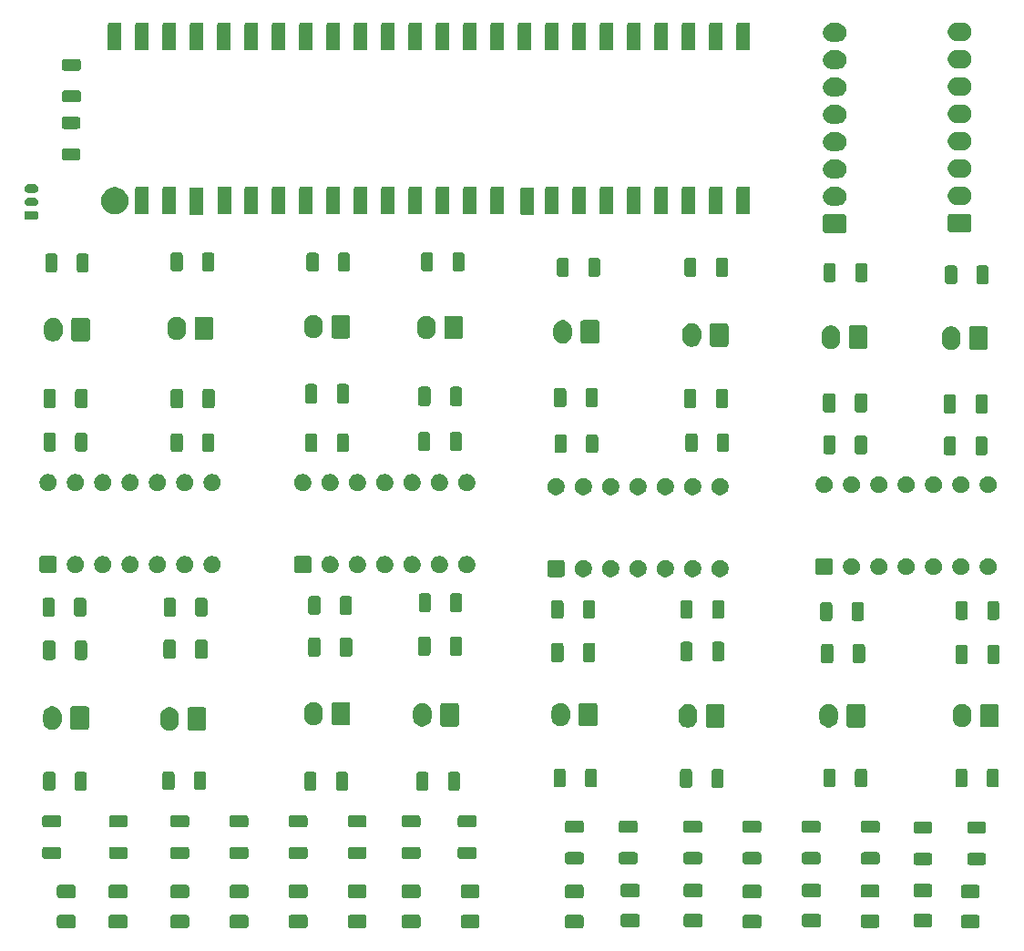
<source format=gts>
G04 #@! TF.GenerationSoftware,KiCad,Pcbnew,9.0.2*
G04 #@! TF.CreationDate,2025-07-17T17:13:56-07:00*
G04 #@! TF.ProjectId,fsrPrototype2,66737250-726f-4746-9f74-797065322e6b,rev?*
G04 #@! TF.SameCoordinates,Original*
G04 #@! TF.FileFunction,Soldermask,Top*
G04 #@! TF.FilePolarity,Negative*
%FSLAX46Y46*%
G04 Gerber Fmt 4.6, Leading zero omitted, Abs format (unit mm)*
G04 Created by KiCad (PCBNEW 9.0.2) date 2025-07-17 17:13:56*
%MOMM*%
%LPD*%
G01*
G04 APERTURE LIST*
G04 APERTURE END LIST*
G36*
X110129850Y-135375964D02*
G01*
X110180040Y-135381787D01*
X110197189Y-135389359D01*
X110220671Y-135394030D01*
X110245810Y-135410827D01*
X110265696Y-135419608D01*
X110279277Y-135433189D01*
X110301777Y-135448223D01*
X110316810Y-135470722D01*
X110330391Y-135484303D01*
X110339170Y-135504186D01*
X110355970Y-135529329D01*
X110360641Y-135552812D01*
X110368212Y-135569959D01*
X110374033Y-135620139D01*
X110375000Y-135625000D01*
X110375000Y-136375000D01*
X110374032Y-136379863D01*
X110368212Y-136430040D01*
X110360641Y-136447185D01*
X110355970Y-136470671D01*
X110339169Y-136495815D01*
X110330391Y-136515696D01*
X110316812Y-136529274D01*
X110301777Y-136551777D01*
X110279274Y-136566812D01*
X110265696Y-136580391D01*
X110245815Y-136589169D01*
X110220671Y-136605970D01*
X110197185Y-136610641D01*
X110180040Y-136618212D01*
X110129861Y-136624032D01*
X110125000Y-136625000D01*
X108875000Y-136625000D01*
X108870138Y-136624032D01*
X108819959Y-136618212D01*
X108802812Y-136610641D01*
X108779329Y-136605970D01*
X108754186Y-136589170D01*
X108734303Y-136580391D01*
X108720722Y-136566810D01*
X108698223Y-136551777D01*
X108683189Y-136529277D01*
X108669608Y-136515696D01*
X108660827Y-136495810D01*
X108644030Y-136470671D01*
X108639359Y-136447189D01*
X108631787Y-136430040D01*
X108625964Y-136379849D01*
X108625000Y-136375000D01*
X108625000Y-135625000D01*
X108625964Y-135620150D01*
X108631787Y-135569959D01*
X108639359Y-135552808D01*
X108644030Y-135529329D01*
X108660826Y-135504191D01*
X108669608Y-135484303D01*
X108683191Y-135470719D01*
X108698223Y-135448223D01*
X108720719Y-135433191D01*
X108734303Y-135419608D01*
X108754191Y-135410826D01*
X108779329Y-135394030D01*
X108802808Y-135389359D01*
X108819959Y-135381787D01*
X108870151Y-135375964D01*
X108875000Y-135375000D01*
X110125000Y-135375000D01*
X110129850Y-135375964D01*
G37*
G36*
X114929850Y-135375964D02*
G01*
X114980040Y-135381787D01*
X114997189Y-135389359D01*
X115020671Y-135394030D01*
X115045810Y-135410827D01*
X115065696Y-135419608D01*
X115079277Y-135433189D01*
X115101777Y-135448223D01*
X115116810Y-135470722D01*
X115130391Y-135484303D01*
X115139170Y-135504186D01*
X115155970Y-135529329D01*
X115160641Y-135552812D01*
X115168212Y-135569959D01*
X115174033Y-135620139D01*
X115175000Y-135625000D01*
X115175000Y-136375000D01*
X115174032Y-136379863D01*
X115168212Y-136430040D01*
X115160641Y-136447185D01*
X115155970Y-136470671D01*
X115139169Y-136495815D01*
X115130391Y-136515696D01*
X115116812Y-136529274D01*
X115101777Y-136551777D01*
X115079274Y-136566812D01*
X115065696Y-136580391D01*
X115045815Y-136589169D01*
X115020671Y-136605970D01*
X114997185Y-136610641D01*
X114980040Y-136618212D01*
X114929861Y-136624032D01*
X114925000Y-136625000D01*
X113675000Y-136625000D01*
X113670138Y-136624032D01*
X113619959Y-136618212D01*
X113602812Y-136610641D01*
X113579329Y-136605970D01*
X113554186Y-136589170D01*
X113534303Y-136580391D01*
X113520722Y-136566810D01*
X113498223Y-136551777D01*
X113483189Y-136529277D01*
X113469608Y-136515696D01*
X113460827Y-136495810D01*
X113444030Y-136470671D01*
X113439359Y-136447189D01*
X113431787Y-136430040D01*
X113425964Y-136379849D01*
X113425000Y-136375000D01*
X113425000Y-135625000D01*
X113425964Y-135620150D01*
X113431787Y-135569959D01*
X113439359Y-135552808D01*
X113444030Y-135529329D01*
X113460826Y-135504191D01*
X113469608Y-135484303D01*
X113483191Y-135470719D01*
X113498223Y-135448223D01*
X113520719Y-135433191D01*
X113534303Y-135419608D01*
X113554191Y-135410826D01*
X113579329Y-135394030D01*
X113602808Y-135389359D01*
X113619959Y-135381787D01*
X113670151Y-135375964D01*
X113675000Y-135375000D01*
X114925000Y-135375000D01*
X114929850Y-135375964D01*
G37*
G36*
X120664850Y-135375964D02*
G01*
X120715040Y-135381787D01*
X120732189Y-135389359D01*
X120755671Y-135394030D01*
X120780810Y-135410827D01*
X120800696Y-135419608D01*
X120814277Y-135433189D01*
X120836777Y-135448223D01*
X120851810Y-135470722D01*
X120865391Y-135484303D01*
X120874170Y-135504186D01*
X120890970Y-135529329D01*
X120895641Y-135552812D01*
X120903212Y-135569959D01*
X120909033Y-135620139D01*
X120910000Y-135625000D01*
X120910000Y-136375000D01*
X120909032Y-136379863D01*
X120903212Y-136430040D01*
X120895641Y-136447185D01*
X120890970Y-136470671D01*
X120874169Y-136495815D01*
X120865391Y-136515696D01*
X120851812Y-136529274D01*
X120836777Y-136551777D01*
X120814274Y-136566812D01*
X120800696Y-136580391D01*
X120780815Y-136589169D01*
X120755671Y-136605970D01*
X120732185Y-136610641D01*
X120715040Y-136618212D01*
X120664861Y-136624032D01*
X120660000Y-136625000D01*
X119410000Y-136625000D01*
X119405138Y-136624032D01*
X119354959Y-136618212D01*
X119337812Y-136610641D01*
X119314329Y-136605970D01*
X119289186Y-136589170D01*
X119269303Y-136580391D01*
X119255722Y-136566810D01*
X119233223Y-136551777D01*
X119218189Y-136529277D01*
X119204608Y-136515696D01*
X119195827Y-136495810D01*
X119179030Y-136470671D01*
X119174359Y-136447189D01*
X119166787Y-136430040D01*
X119160964Y-136379849D01*
X119160000Y-136375000D01*
X119160000Y-135625000D01*
X119160964Y-135620150D01*
X119166787Y-135569959D01*
X119174359Y-135552808D01*
X119179030Y-135529329D01*
X119195826Y-135504191D01*
X119204608Y-135484303D01*
X119218191Y-135470719D01*
X119233223Y-135448223D01*
X119255719Y-135433191D01*
X119269303Y-135419608D01*
X119289191Y-135410826D01*
X119314329Y-135394030D01*
X119337808Y-135389359D01*
X119354959Y-135381787D01*
X119405151Y-135375964D01*
X119410000Y-135375000D01*
X120660000Y-135375000D01*
X120664850Y-135375964D01*
G37*
G36*
X126164850Y-135375964D02*
G01*
X126215040Y-135381787D01*
X126232189Y-135389359D01*
X126255671Y-135394030D01*
X126280810Y-135410827D01*
X126300696Y-135419608D01*
X126314277Y-135433189D01*
X126336777Y-135448223D01*
X126351810Y-135470722D01*
X126365391Y-135484303D01*
X126374170Y-135504186D01*
X126390970Y-135529329D01*
X126395641Y-135552812D01*
X126403212Y-135569959D01*
X126409033Y-135620139D01*
X126410000Y-135625000D01*
X126410000Y-136375000D01*
X126409032Y-136379863D01*
X126403212Y-136430040D01*
X126395641Y-136447185D01*
X126390970Y-136470671D01*
X126374169Y-136495815D01*
X126365391Y-136515696D01*
X126351812Y-136529274D01*
X126336777Y-136551777D01*
X126314274Y-136566812D01*
X126300696Y-136580391D01*
X126280815Y-136589169D01*
X126255671Y-136605970D01*
X126232185Y-136610641D01*
X126215040Y-136618212D01*
X126164861Y-136624032D01*
X126160000Y-136625000D01*
X124910000Y-136625000D01*
X124905138Y-136624032D01*
X124854959Y-136618212D01*
X124837812Y-136610641D01*
X124814329Y-136605970D01*
X124789186Y-136589170D01*
X124769303Y-136580391D01*
X124755722Y-136566810D01*
X124733223Y-136551777D01*
X124718189Y-136529277D01*
X124704608Y-136515696D01*
X124695827Y-136495810D01*
X124679030Y-136470671D01*
X124674359Y-136447189D01*
X124666787Y-136430040D01*
X124660964Y-136379849D01*
X124660000Y-136375000D01*
X124660000Y-135625000D01*
X124660964Y-135620150D01*
X124666787Y-135569959D01*
X124674359Y-135552808D01*
X124679030Y-135529329D01*
X124695826Y-135504191D01*
X124704608Y-135484303D01*
X124718191Y-135470719D01*
X124733223Y-135448223D01*
X124755719Y-135433191D01*
X124769303Y-135419608D01*
X124789191Y-135410826D01*
X124814329Y-135394030D01*
X124837808Y-135389359D01*
X124854959Y-135381787D01*
X124905151Y-135375964D01*
X124910000Y-135375000D01*
X126160000Y-135375000D01*
X126164850Y-135375964D01*
G37*
G36*
X157329850Y-135375964D02*
G01*
X157380040Y-135381787D01*
X157397189Y-135389359D01*
X157420671Y-135394030D01*
X157445810Y-135410827D01*
X157465696Y-135419608D01*
X157479277Y-135433189D01*
X157501777Y-135448223D01*
X157516810Y-135470722D01*
X157530391Y-135484303D01*
X157539170Y-135504186D01*
X157555970Y-135529329D01*
X157560641Y-135552812D01*
X157568212Y-135569959D01*
X157574033Y-135620139D01*
X157575000Y-135625000D01*
X157575000Y-136375000D01*
X157574032Y-136379863D01*
X157568212Y-136430040D01*
X157560641Y-136447185D01*
X157555970Y-136470671D01*
X157539169Y-136495815D01*
X157530391Y-136515696D01*
X157516812Y-136529274D01*
X157501777Y-136551777D01*
X157479274Y-136566812D01*
X157465696Y-136580391D01*
X157445815Y-136589169D01*
X157420671Y-136605970D01*
X157397185Y-136610641D01*
X157380040Y-136618212D01*
X157329861Y-136624032D01*
X157325000Y-136625000D01*
X156075000Y-136625000D01*
X156070138Y-136624032D01*
X156019959Y-136618212D01*
X156002812Y-136610641D01*
X155979329Y-136605970D01*
X155954186Y-136589170D01*
X155934303Y-136580391D01*
X155920722Y-136566810D01*
X155898223Y-136551777D01*
X155883189Y-136529277D01*
X155869608Y-136515696D01*
X155860827Y-136495810D01*
X155844030Y-136470671D01*
X155839359Y-136447189D01*
X155831787Y-136430040D01*
X155825964Y-136379849D01*
X155825000Y-136375000D01*
X155825000Y-135625000D01*
X155825964Y-135620150D01*
X155831787Y-135569959D01*
X155839359Y-135552808D01*
X155844030Y-135529329D01*
X155860826Y-135504191D01*
X155869608Y-135484303D01*
X155883191Y-135470719D01*
X155898223Y-135448223D01*
X155920719Y-135433191D01*
X155934303Y-135419608D01*
X155954191Y-135410826D01*
X155979329Y-135394030D01*
X156002808Y-135389359D01*
X156019959Y-135381787D01*
X156070151Y-135375964D01*
X156075000Y-135375000D01*
X157325000Y-135375000D01*
X157329850Y-135375964D01*
G37*
G36*
X173844850Y-135375964D02*
G01*
X173895040Y-135381787D01*
X173912189Y-135389359D01*
X173935671Y-135394030D01*
X173960810Y-135410827D01*
X173980696Y-135419608D01*
X173994277Y-135433189D01*
X174016777Y-135448223D01*
X174031810Y-135470722D01*
X174045391Y-135484303D01*
X174054170Y-135504186D01*
X174070970Y-135529329D01*
X174075641Y-135552812D01*
X174083212Y-135569959D01*
X174089033Y-135620139D01*
X174090000Y-135625000D01*
X174090000Y-136375000D01*
X174089032Y-136379863D01*
X174083212Y-136430040D01*
X174075641Y-136447185D01*
X174070970Y-136470671D01*
X174054169Y-136495815D01*
X174045391Y-136515696D01*
X174031812Y-136529274D01*
X174016777Y-136551777D01*
X173994274Y-136566812D01*
X173980696Y-136580391D01*
X173960815Y-136589169D01*
X173935671Y-136605970D01*
X173912185Y-136610641D01*
X173895040Y-136618212D01*
X173844861Y-136624032D01*
X173840000Y-136625000D01*
X172590000Y-136625000D01*
X172585138Y-136624032D01*
X172534959Y-136618212D01*
X172517812Y-136610641D01*
X172494329Y-136605970D01*
X172469186Y-136589170D01*
X172449303Y-136580391D01*
X172435722Y-136566810D01*
X172413223Y-136551777D01*
X172398189Y-136529277D01*
X172384608Y-136515696D01*
X172375827Y-136495810D01*
X172359030Y-136470671D01*
X172354359Y-136447189D01*
X172346787Y-136430040D01*
X172340964Y-136379849D01*
X172340000Y-136375000D01*
X172340000Y-135625000D01*
X172340964Y-135620150D01*
X172346787Y-135569959D01*
X172354359Y-135552808D01*
X172359030Y-135529329D01*
X172375826Y-135504191D01*
X172384608Y-135484303D01*
X172398191Y-135470719D01*
X172413223Y-135448223D01*
X172435719Y-135433191D01*
X172449303Y-135419608D01*
X172469191Y-135410826D01*
X172494329Y-135394030D01*
X172517808Y-135389359D01*
X172534959Y-135381787D01*
X172585151Y-135375964D01*
X172590000Y-135375000D01*
X173840000Y-135375000D01*
X173844850Y-135375964D01*
G37*
G36*
X194129850Y-135375964D02*
G01*
X194180040Y-135381787D01*
X194197189Y-135389359D01*
X194220671Y-135394030D01*
X194245810Y-135410827D01*
X194265696Y-135419608D01*
X194279277Y-135433189D01*
X194301777Y-135448223D01*
X194316810Y-135470722D01*
X194330391Y-135484303D01*
X194339170Y-135504186D01*
X194355970Y-135529329D01*
X194360641Y-135552812D01*
X194368212Y-135569959D01*
X194374033Y-135620139D01*
X194375000Y-135625000D01*
X194375000Y-136375000D01*
X194374032Y-136379863D01*
X194368212Y-136430040D01*
X194360641Y-136447185D01*
X194355970Y-136470671D01*
X194339169Y-136495815D01*
X194330391Y-136515696D01*
X194316812Y-136529274D01*
X194301777Y-136551777D01*
X194279274Y-136566812D01*
X194265696Y-136580391D01*
X194245815Y-136589169D01*
X194220671Y-136605970D01*
X194197185Y-136610641D01*
X194180040Y-136618212D01*
X194129861Y-136624032D01*
X194125000Y-136625000D01*
X192875000Y-136625000D01*
X192870138Y-136624032D01*
X192819959Y-136618212D01*
X192802812Y-136610641D01*
X192779329Y-136605970D01*
X192754186Y-136589170D01*
X192734303Y-136580391D01*
X192720722Y-136566810D01*
X192698223Y-136551777D01*
X192683189Y-136529277D01*
X192669608Y-136515696D01*
X192660827Y-136495810D01*
X192644030Y-136470671D01*
X192639359Y-136447189D01*
X192631787Y-136430040D01*
X192625964Y-136379849D01*
X192625000Y-136375000D01*
X192625000Y-135625000D01*
X192625964Y-135620150D01*
X192631787Y-135569959D01*
X192639359Y-135552808D01*
X192644030Y-135529329D01*
X192660826Y-135504191D01*
X192669608Y-135484303D01*
X192683191Y-135470719D01*
X192698223Y-135448223D01*
X192720719Y-135433191D01*
X192734303Y-135419608D01*
X192754191Y-135410826D01*
X192779329Y-135394030D01*
X192802808Y-135389359D01*
X192819959Y-135381787D01*
X192870151Y-135375964D01*
X192875000Y-135375000D01*
X194125000Y-135375000D01*
X194129850Y-135375964D01*
G37*
G36*
X131664850Y-135355964D02*
G01*
X131715040Y-135361787D01*
X131732189Y-135369359D01*
X131755671Y-135374030D01*
X131780810Y-135390827D01*
X131800696Y-135399608D01*
X131814277Y-135413189D01*
X131836777Y-135428223D01*
X131851810Y-135450722D01*
X131865391Y-135464303D01*
X131874170Y-135484186D01*
X131890970Y-135509329D01*
X131895641Y-135532812D01*
X131903212Y-135549959D01*
X131909033Y-135600139D01*
X131910000Y-135605000D01*
X131910000Y-136355000D01*
X131909032Y-136359863D01*
X131903212Y-136410040D01*
X131895641Y-136427185D01*
X131890970Y-136450671D01*
X131874169Y-136475815D01*
X131865391Y-136495696D01*
X131851812Y-136509274D01*
X131836777Y-136531777D01*
X131814274Y-136546812D01*
X131800696Y-136560391D01*
X131780815Y-136569169D01*
X131755671Y-136585970D01*
X131732185Y-136590641D01*
X131715040Y-136598212D01*
X131664861Y-136604032D01*
X131660000Y-136605000D01*
X130410000Y-136605000D01*
X130405138Y-136604032D01*
X130354959Y-136598212D01*
X130337812Y-136590641D01*
X130314329Y-136585970D01*
X130289186Y-136569170D01*
X130269303Y-136560391D01*
X130255722Y-136546810D01*
X130233223Y-136531777D01*
X130218189Y-136509277D01*
X130204608Y-136495696D01*
X130195827Y-136475810D01*
X130179030Y-136450671D01*
X130174359Y-136427189D01*
X130166787Y-136410040D01*
X130160964Y-136359849D01*
X130160000Y-136355000D01*
X130160000Y-135605000D01*
X130160964Y-135600150D01*
X130166787Y-135549959D01*
X130174359Y-135532808D01*
X130179030Y-135509329D01*
X130195826Y-135484191D01*
X130204608Y-135464303D01*
X130218191Y-135450719D01*
X130233223Y-135428223D01*
X130255719Y-135413191D01*
X130269303Y-135399608D01*
X130289191Y-135390826D01*
X130314329Y-135374030D01*
X130337808Y-135369359D01*
X130354959Y-135361787D01*
X130405151Y-135355964D01*
X130410000Y-135355000D01*
X131660000Y-135355000D01*
X131664850Y-135355964D01*
G37*
G36*
X137164850Y-135355964D02*
G01*
X137215040Y-135361787D01*
X137232189Y-135369359D01*
X137255671Y-135374030D01*
X137280810Y-135390827D01*
X137300696Y-135399608D01*
X137314277Y-135413189D01*
X137336777Y-135428223D01*
X137351810Y-135450722D01*
X137365391Y-135464303D01*
X137374170Y-135484186D01*
X137390970Y-135509329D01*
X137395641Y-135532812D01*
X137403212Y-135549959D01*
X137409033Y-135600139D01*
X137410000Y-135605000D01*
X137410000Y-136355000D01*
X137409032Y-136359863D01*
X137403212Y-136410040D01*
X137395641Y-136427185D01*
X137390970Y-136450671D01*
X137374169Y-136475815D01*
X137365391Y-136495696D01*
X137351812Y-136509274D01*
X137336777Y-136531777D01*
X137314274Y-136546812D01*
X137300696Y-136560391D01*
X137280815Y-136569169D01*
X137255671Y-136585970D01*
X137232185Y-136590641D01*
X137215040Y-136598212D01*
X137164861Y-136604032D01*
X137160000Y-136605000D01*
X135910000Y-136605000D01*
X135905138Y-136604032D01*
X135854959Y-136598212D01*
X135837812Y-136590641D01*
X135814329Y-136585970D01*
X135789186Y-136569170D01*
X135769303Y-136560391D01*
X135755722Y-136546810D01*
X135733223Y-136531777D01*
X135718189Y-136509277D01*
X135704608Y-136495696D01*
X135695827Y-136475810D01*
X135679030Y-136450671D01*
X135674359Y-136427189D01*
X135666787Y-136410040D01*
X135660964Y-136359849D01*
X135660000Y-136355000D01*
X135660000Y-135605000D01*
X135660964Y-135600150D01*
X135666787Y-135549959D01*
X135674359Y-135532808D01*
X135679030Y-135509329D01*
X135695826Y-135484191D01*
X135704608Y-135464303D01*
X135718191Y-135450719D01*
X135733223Y-135428223D01*
X135755719Y-135413191D01*
X135769303Y-135399608D01*
X135789191Y-135390826D01*
X135814329Y-135374030D01*
X135837808Y-135369359D01*
X135854959Y-135361787D01*
X135905151Y-135355964D01*
X135910000Y-135355000D01*
X137160000Y-135355000D01*
X137164850Y-135355964D01*
G37*
G36*
X142164850Y-135355964D02*
G01*
X142215040Y-135361787D01*
X142232189Y-135369359D01*
X142255671Y-135374030D01*
X142280810Y-135390827D01*
X142300696Y-135399608D01*
X142314277Y-135413189D01*
X142336777Y-135428223D01*
X142351810Y-135450722D01*
X142365391Y-135464303D01*
X142374170Y-135484186D01*
X142390970Y-135509329D01*
X142395641Y-135532812D01*
X142403212Y-135549959D01*
X142409033Y-135600139D01*
X142410000Y-135605000D01*
X142410000Y-136355000D01*
X142409032Y-136359863D01*
X142403212Y-136410040D01*
X142395641Y-136427185D01*
X142390970Y-136450671D01*
X142374169Y-136475815D01*
X142365391Y-136495696D01*
X142351812Y-136509274D01*
X142336777Y-136531777D01*
X142314274Y-136546812D01*
X142300696Y-136560391D01*
X142280815Y-136569169D01*
X142255671Y-136585970D01*
X142232185Y-136590641D01*
X142215040Y-136598212D01*
X142164861Y-136604032D01*
X142160000Y-136605000D01*
X140910000Y-136605000D01*
X140905138Y-136604032D01*
X140854959Y-136598212D01*
X140837812Y-136590641D01*
X140814329Y-136585970D01*
X140789186Y-136569170D01*
X140769303Y-136560391D01*
X140755722Y-136546810D01*
X140733223Y-136531777D01*
X140718189Y-136509277D01*
X140704608Y-136495696D01*
X140695827Y-136475810D01*
X140679030Y-136450671D01*
X140674359Y-136427189D01*
X140666787Y-136410040D01*
X140660964Y-136359849D01*
X140660000Y-136355000D01*
X140660000Y-135605000D01*
X140660964Y-135600150D01*
X140666787Y-135549959D01*
X140674359Y-135532808D01*
X140679030Y-135509329D01*
X140695826Y-135484191D01*
X140704608Y-135464303D01*
X140718191Y-135450719D01*
X140733223Y-135428223D01*
X140755719Y-135413191D01*
X140769303Y-135399608D01*
X140789191Y-135390826D01*
X140814329Y-135374030D01*
X140837808Y-135369359D01*
X140854959Y-135361787D01*
X140905151Y-135355964D01*
X140910000Y-135355000D01*
X142160000Y-135355000D01*
X142164850Y-135355964D01*
G37*
G36*
X147664850Y-135355964D02*
G01*
X147715040Y-135361787D01*
X147732189Y-135369359D01*
X147755671Y-135374030D01*
X147780810Y-135390827D01*
X147800696Y-135399608D01*
X147814277Y-135413189D01*
X147836777Y-135428223D01*
X147851810Y-135450722D01*
X147865391Y-135464303D01*
X147874170Y-135484186D01*
X147890970Y-135509329D01*
X147895641Y-135532812D01*
X147903212Y-135549959D01*
X147909033Y-135600139D01*
X147910000Y-135605000D01*
X147910000Y-136355000D01*
X147909032Y-136359863D01*
X147903212Y-136410040D01*
X147895641Y-136427185D01*
X147890970Y-136450671D01*
X147874169Y-136475815D01*
X147865391Y-136495696D01*
X147851812Y-136509274D01*
X147836777Y-136531777D01*
X147814274Y-136546812D01*
X147800696Y-136560391D01*
X147780815Y-136569169D01*
X147755671Y-136585970D01*
X147732185Y-136590641D01*
X147715040Y-136598212D01*
X147664861Y-136604032D01*
X147660000Y-136605000D01*
X146410000Y-136605000D01*
X146405138Y-136604032D01*
X146354959Y-136598212D01*
X146337812Y-136590641D01*
X146314329Y-136585970D01*
X146289186Y-136569170D01*
X146269303Y-136560391D01*
X146255722Y-136546810D01*
X146233223Y-136531777D01*
X146218189Y-136509277D01*
X146204608Y-136495696D01*
X146195827Y-136475810D01*
X146179030Y-136450671D01*
X146174359Y-136427189D01*
X146166787Y-136410040D01*
X146160964Y-136359849D01*
X146160000Y-136355000D01*
X146160000Y-135605000D01*
X146160964Y-135600150D01*
X146166787Y-135549959D01*
X146174359Y-135532808D01*
X146179030Y-135509329D01*
X146195826Y-135484191D01*
X146204608Y-135464303D01*
X146218191Y-135450719D01*
X146233223Y-135428223D01*
X146255719Y-135413191D01*
X146269303Y-135399608D01*
X146289191Y-135390826D01*
X146314329Y-135374030D01*
X146337808Y-135369359D01*
X146354959Y-135361787D01*
X146405151Y-135355964D01*
X146410000Y-135355000D01*
X147660000Y-135355000D01*
X147664850Y-135355964D01*
G37*
G36*
X184829850Y-135325964D02*
G01*
X184880040Y-135331787D01*
X184897189Y-135339359D01*
X184920671Y-135344030D01*
X184945810Y-135360827D01*
X184965696Y-135369608D01*
X184979277Y-135383189D01*
X185001777Y-135398223D01*
X185016810Y-135420722D01*
X185030391Y-135434303D01*
X185039170Y-135454186D01*
X185055970Y-135479329D01*
X185060641Y-135502812D01*
X185068212Y-135519959D01*
X185074033Y-135570139D01*
X185075000Y-135575000D01*
X185075000Y-136325000D01*
X185074032Y-136329863D01*
X185068212Y-136380040D01*
X185060641Y-136397185D01*
X185055970Y-136420671D01*
X185039169Y-136445815D01*
X185030391Y-136465696D01*
X185016812Y-136479274D01*
X185001777Y-136501777D01*
X184979274Y-136516812D01*
X184965696Y-136530391D01*
X184945815Y-136539169D01*
X184920671Y-136555970D01*
X184897185Y-136560641D01*
X184880040Y-136568212D01*
X184829861Y-136574032D01*
X184825000Y-136575000D01*
X183575000Y-136575000D01*
X183570138Y-136574032D01*
X183519959Y-136568212D01*
X183502812Y-136560641D01*
X183479329Y-136555970D01*
X183454186Y-136539170D01*
X183434303Y-136530391D01*
X183420722Y-136516810D01*
X183398223Y-136501777D01*
X183383189Y-136479277D01*
X183369608Y-136465696D01*
X183360827Y-136445810D01*
X183344030Y-136420671D01*
X183339359Y-136397189D01*
X183331787Y-136380040D01*
X183325964Y-136329849D01*
X183325000Y-136325000D01*
X183325000Y-135575000D01*
X183325964Y-135570150D01*
X183331787Y-135519959D01*
X183339359Y-135502808D01*
X183344030Y-135479329D01*
X183360826Y-135454191D01*
X183369608Y-135434303D01*
X183383191Y-135420719D01*
X183398223Y-135398223D01*
X183420719Y-135383191D01*
X183434303Y-135369608D01*
X183454191Y-135360826D01*
X183479329Y-135344030D01*
X183502808Y-135339359D01*
X183519959Y-135331787D01*
X183570151Y-135325964D01*
X183575000Y-135325000D01*
X184825000Y-135325000D01*
X184829850Y-135325964D01*
G37*
G36*
X162529850Y-135275964D02*
G01*
X162580040Y-135281787D01*
X162597189Y-135289359D01*
X162620671Y-135294030D01*
X162645810Y-135310827D01*
X162665696Y-135319608D01*
X162679277Y-135333189D01*
X162701777Y-135348223D01*
X162716810Y-135370722D01*
X162730391Y-135384303D01*
X162739170Y-135404186D01*
X162755970Y-135429329D01*
X162760641Y-135452812D01*
X162768212Y-135469959D01*
X162774033Y-135520139D01*
X162775000Y-135525000D01*
X162775000Y-136275000D01*
X162774032Y-136279863D01*
X162768212Y-136330040D01*
X162760641Y-136347185D01*
X162755970Y-136370671D01*
X162739169Y-136395815D01*
X162730391Y-136415696D01*
X162716812Y-136429274D01*
X162701777Y-136451777D01*
X162679274Y-136466812D01*
X162665696Y-136480391D01*
X162645815Y-136489169D01*
X162620671Y-136505970D01*
X162597185Y-136510641D01*
X162580040Y-136518212D01*
X162529861Y-136524032D01*
X162525000Y-136525000D01*
X161275000Y-136525000D01*
X161270138Y-136524032D01*
X161219959Y-136518212D01*
X161202812Y-136510641D01*
X161179329Y-136505970D01*
X161154186Y-136489170D01*
X161134303Y-136480391D01*
X161120722Y-136466810D01*
X161098223Y-136451777D01*
X161083189Y-136429277D01*
X161069608Y-136415696D01*
X161060827Y-136395810D01*
X161044030Y-136370671D01*
X161039359Y-136347189D01*
X161031787Y-136330040D01*
X161025964Y-136279849D01*
X161025000Y-136275000D01*
X161025000Y-135525000D01*
X161025964Y-135520150D01*
X161031787Y-135469959D01*
X161039359Y-135452808D01*
X161044030Y-135429329D01*
X161060826Y-135404191D01*
X161069608Y-135384303D01*
X161083191Y-135370719D01*
X161098223Y-135348223D01*
X161120719Y-135333191D01*
X161134303Y-135319608D01*
X161154191Y-135310826D01*
X161179329Y-135294030D01*
X161202808Y-135289359D01*
X161219959Y-135281787D01*
X161270151Y-135275964D01*
X161275000Y-135275000D01*
X162525000Y-135275000D01*
X162529850Y-135275964D01*
G37*
G36*
X168379850Y-135275964D02*
G01*
X168430040Y-135281787D01*
X168447189Y-135289359D01*
X168470671Y-135294030D01*
X168495810Y-135310827D01*
X168515696Y-135319608D01*
X168529277Y-135333189D01*
X168551777Y-135348223D01*
X168566810Y-135370722D01*
X168580391Y-135384303D01*
X168589170Y-135404186D01*
X168605970Y-135429329D01*
X168610641Y-135452812D01*
X168618212Y-135469959D01*
X168624033Y-135520139D01*
X168625000Y-135525000D01*
X168625000Y-136275000D01*
X168624032Y-136279863D01*
X168618212Y-136330040D01*
X168610641Y-136347185D01*
X168605970Y-136370671D01*
X168589169Y-136395815D01*
X168580391Y-136415696D01*
X168566812Y-136429274D01*
X168551777Y-136451777D01*
X168529274Y-136466812D01*
X168515696Y-136480391D01*
X168495815Y-136489169D01*
X168470671Y-136505970D01*
X168447185Y-136510641D01*
X168430040Y-136518212D01*
X168379861Y-136524032D01*
X168375000Y-136525000D01*
X167125000Y-136525000D01*
X167120138Y-136524032D01*
X167069959Y-136518212D01*
X167052812Y-136510641D01*
X167029329Y-136505970D01*
X167004186Y-136489170D01*
X166984303Y-136480391D01*
X166970722Y-136466810D01*
X166948223Y-136451777D01*
X166933189Y-136429277D01*
X166919608Y-136415696D01*
X166910827Y-136395810D01*
X166894030Y-136370671D01*
X166889359Y-136347189D01*
X166881787Y-136330040D01*
X166875964Y-136279849D01*
X166875000Y-136275000D01*
X166875000Y-135525000D01*
X166875964Y-135520150D01*
X166881787Y-135469959D01*
X166889359Y-135452808D01*
X166894030Y-135429329D01*
X166910826Y-135404191D01*
X166919608Y-135384303D01*
X166933191Y-135370719D01*
X166948223Y-135348223D01*
X166970719Y-135333191D01*
X166984303Y-135319608D01*
X167004191Y-135310826D01*
X167029329Y-135294030D01*
X167052808Y-135289359D01*
X167069959Y-135281787D01*
X167120151Y-135275964D01*
X167125000Y-135275000D01*
X168375000Y-135275000D01*
X168379850Y-135275964D01*
G37*
G36*
X179379850Y-135275964D02*
G01*
X179430040Y-135281787D01*
X179447189Y-135289359D01*
X179470671Y-135294030D01*
X179495810Y-135310827D01*
X179515696Y-135319608D01*
X179529277Y-135333189D01*
X179551777Y-135348223D01*
X179566810Y-135370722D01*
X179580391Y-135384303D01*
X179589170Y-135404186D01*
X179605970Y-135429329D01*
X179610641Y-135452812D01*
X179618212Y-135469959D01*
X179624033Y-135520139D01*
X179625000Y-135525000D01*
X179625000Y-136275000D01*
X179624032Y-136279863D01*
X179618212Y-136330040D01*
X179610641Y-136347185D01*
X179605970Y-136370671D01*
X179589169Y-136395815D01*
X179580391Y-136415696D01*
X179566812Y-136429274D01*
X179551777Y-136451777D01*
X179529274Y-136466812D01*
X179515696Y-136480391D01*
X179495815Y-136489169D01*
X179470671Y-136505970D01*
X179447185Y-136510641D01*
X179430040Y-136518212D01*
X179379861Y-136524032D01*
X179375000Y-136525000D01*
X178125000Y-136525000D01*
X178120138Y-136524032D01*
X178069959Y-136518212D01*
X178052812Y-136510641D01*
X178029329Y-136505970D01*
X178004186Y-136489170D01*
X177984303Y-136480391D01*
X177970722Y-136466810D01*
X177948223Y-136451777D01*
X177933189Y-136429277D01*
X177919608Y-136415696D01*
X177910827Y-136395810D01*
X177894030Y-136370671D01*
X177889359Y-136347189D01*
X177881787Y-136330040D01*
X177875964Y-136279849D01*
X177875000Y-136275000D01*
X177875000Y-135525000D01*
X177875964Y-135520150D01*
X177881787Y-135469959D01*
X177889359Y-135452808D01*
X177894030Y-135429329D01*
X177910826Y-135404191D01*
X177919608Y-135384303D01*
X177933191Y-135370719D01*
X177948223Y-135348223D01*
X177970719Y-135333191D01*
X177984303Y-135319608D01*
X178004191Y-135310826D01*
X178029329Y-135294030D01*
X178052808Y-135289359D01*
X178069959Y-135281787D01*
X178120151Y-135275964D01*
X178125000Y-135275000D01*
X179375000Y-135275000D01*
X179379850Y-135275964D01*
G37*
G36*
X189729850Y-135275964D02*
G01*
X189780040Y-135281787D01*
X189797189Y-135289359D01*
X189820671Y-135294030D01*
X189845810Y-135310827D01*
X189865696Y-135319608D01*
X189879277Y-135333189D01*
X189901777Y-135348223D01*
X189916810Y-135370722D01*
X189930391Y-135384303D01*
X189939170Y-135404186D01*
X189955970Y-135429329D01*
X189960641Y-135452812D01*
X189968212Y-135469959D01*
X189974033Y-135520139D01*
X189975000Y-135525000D01*
X189975000Y-136275000D01*
X189974032Y-136279863D01*
X189968212Y-136330040D01*
X189960641Y-136347185D01*
X189955970Y-136370671D01*
X189939169Y-136395815D01*
X189930391Y-136415696D01*
X189916812Y-136429274D01*
X189901777Y-136451777D01*
X189879274Y-136466812D01*
X189865696Y-136480391D01*
X189845815Y-136489169D01*
X189820671Y-136505970D01*
X189797185Y-136510641D01*
X189780040Y-136518212D01*
X189729861Y-136524032D01*
X189725000Y-136525000D01*
X188475000Y-136525000D01*
X188470138Y-136524032D01*
X188419959Y-136518212D01*
X188402812Y-136510641D01*
X188379329Y-136505970D01*
X188354186Y-136489170D01*
X188334303Y-136480391D01*
X188320722Y-136466810D01*
X188298223Y-136451777D01*
X188283189Y-136429277D01*
X188269608Y-136415696D01*
X188260827Y-136395810D01*
X188244030Y-136370671D01*
X188239359Y-136347189D01*
X188231787Y-136330040D01*
X188225964Y-136279849D01*
X188225000Y-136275000D01*
X188225000Y-135525000D01*
X188225964Y-135520150D01*
X188231787Y-135469959D01*
X188239359Y-135452808D01*
X188244030Y-135429329D01*
X188260826Y-135404191D01*
X188269608Y-135384303D01*
X188283191Y-135370719D01*
X188298223Y-135348223D01*
X188320719Y-135333191D01*
X188334303Y-135319608D01*
X188354191Y-135310826D01*
X188379329Y-135294030D01*
X188402808Y-135289359D01*
X188419959Y-135281787D01*
X188470151Y-135275964D01*
X188475000Y-135275000D01*
X189725000Y-135275000D01*
X189729850Y-135275964D01*
G37*
G36*
X110129850Y-132575964D02*
G01*
X110180040Y-132581787D01*
X110197189Y-132589359D01*
X110220671Y-132594030D01*
X110245810Y-132610827D01*
X110265696Y-132619608D01*
X110279277Y-132633189D01*
X110301777Y-132648223D01*
X110316810Y-132670722D01*
X110330391Y-132684303D01*
X110339170Y-132704186D01*
X110355970Y-132729329D01*
X110360641Y-132752812D01*
X110368212Y-132769959D01*
X110374033Y-132820139D01*
X110375000Y-132825000D01*
X110375000Y-133575000D01*
X110374032Y-133579863D01*
X110368212Y-133630040D01*
X110360641Y-133647185D01*
X110355970Y-133670671D01*
X110339169Y-133695815D01*
X110330391Y-133715696D01*
X110316812Y-133729274D01*
X110301777Y-133751777D01*
X110279274Y-133766812D01*
X110265696Y-133780391D01*
X110245815Y-133789169D01*
X110220671Y-133805970D01*
X110197185Y-133810641D01*
X110180040Y-133818212D01*
X110129861Y-133824032D01*
X110125000Y-133825000D01*
X108875000Y-133825000D01*
X108870138Y-133824032D01*
X108819959Y-133818212D01*
X108802812Y-133810641D01*
X108779329Y-133805970D01*
X108754186Y-133789170D01*
X108734303Y-133780391D01*
X108720722Y-133766810D01*
X108698223Y-133751777D01*
X108683189Y-133729277D01*
X108669608Y-133715696D01*
X108660827Y-133695810D01*
X108644030Y-133670671D01*
X108639359Y-133647189D01*
X108631787Y-133630040D01*
X108625964Y-133579849D01*
X108625000Y-133575000D01*
X108625000Y-132825000D01*
X108625964Y-132820150D01*
X108631787Y-132769959D01*
X108639359Y-132752808D01*
X108644030Y-132729329D01*
X108660826Y-132704191D01*
X108669608Y-132684303D01*
X108683191Y-132670719D01*
X108698223Y-132648223D01*
X108720719Y-132633191D01*
X108734303Y-132619608D01*
X108754191Y-132610826D01*
X108779329Y-132594030D01*
X108802808Y-132589359D01*
X108819959Y-132581787D01*
X108870151Y-132575964D01*
X108875000Y-132575000D01*
X110125000Y-132575000D01*
X110129850Y-132575964D01*
G37*
G36*
X114929850Y-132575964D02*
G01*
X114980040Y-132581787D01*
X114997189Y-132589359D01*
X115020671Y-132594030D01*
X115045810Y-132610827D01*
X115065696Y-132619608D01*
X115079277Y-132633189D01*
X115101777Y-132648223D01*
X115116810Y-132670722D01*
X115130391Y-132684303D01*
X115139170Y-132704186D01*
X115155970Y-132729329D01*
X115160641Y-132752812D01*
X115168212Y-132769959D01*
X115174033Y-132820139D01*
X115175000Y-132825000D01*
X115175000Y-133575000D01*
X115174032Y-133579863D01*
X115168212Y-133630040D01*
X115160641Y-133647185D01*
X115155970Y-133670671D01*
X115139169Y-133695815D01*
X115130391Y-133715696D01*
X115116812Y-133729274D01*
X115101777Y-133751777D01*
X115079274Y-133766812D01*
X115065696Y-133780391D01*
X115045815Y-133789169D01*
X115020671Y-133805970D01*
X114997185Y-133810641D01*
X114980040Y-133818212D01*
X114929861Y-133824032D01*
X114925000Y-133825000D01*
X113675000Y-133825000D01*
X113670138Y-133824032D01*
X113619959Y-133818212D01*
X113602812Y-133810641D01*
X113579329Y-133805970D01*
X113554186Y-133789170D01*
X113534303Y-133780391D01*
X113520722Y-133766810D01*
X113498223Y-133751777D01*
X113483189Y-133729277D01*
X113469608Y-133715696D01*
X113460827Y-133695810D01*
X113444030Y-133670671D01*
X113439359Y-133647189D01*
X113431787Y-133630040D01*
X113425964Y-133579849D01*
X113425000Y-133575000D01*
X113425000Y-132825000D01*
X113425964Y-132820150D01*
X113431787Y-132769959D01*
X113439359Y-132752808D01*
X113444030Y-132729329D01*
X113460826Y-132704191D01*
X113469608Y-132684303D01*
X113483191Y-132670719D01*
X113498223Y-132648223D01*
X113520719Y-132633191D01*
X113534303Y-132619608D01*
X113554191Y-132610826D01*
X113579329Y-132594030D01*
X113602808Y-132589359D01*
X113619959Y-132581787D01*
X113670151Y-132575964D01*
X113675000Y-132575000D01*
X114925000Y-132575000D01*
X114929850Y-132575964D01*
G37*
G36*
X120664850Y-132575964D02*
G01*
X120715040Y-132581787D01*
X120732189Y-132589359D01*
X120755671Y-132594030D01*
X120780810Y-132610827D01*
X120800696Y-132619608D01*
X120814277Y-132633189D01*
X120836777Y-132648223D01*
X120851810Y-132670722D01*
X120865391Y-132684303D01*
X120874170Y-132704186D01*
X120890970Y-132729329D01*
X120895641Y-132752812D01*
X120903212Y-132769959D01*
X120909033Y-132820139D01*
X120910000Y-132825000D01*
X120910000Y-133575000D01*
X120909032Y-133579863D01*
X120903212Y-133630040D01*
X120895641Y-133647185D01*
X120890970Y-133670671D01*
X120874169Y-133695815D01*
X120865391Y-133715696D01*
X120851812Y-133729274D01*
X120836777Y-133751777D01*
X120814274Y-133766812D01*
X120800696Y-133780391D01*
X120780815Y-133789169D01*
X120755671Y-133805970D01*
X120732185Y-133810641D01*
X120715040Y-133818212D01*
X120664861Y-133824032D01*
X120660000Y-133825000D01*
X119410000Y-133825000D01*
X119405138Y-133824032D01*
X119354959Y-133818212D01*
X119337812Y-133810641D01*
X119314329Y-133805970D01*
X119289186Y-133789170D01*
X119269303Y-133780391D01*
X119255722Y-133766810D01*
X119233223Y-133751777D01*
X119218189Y-133729277D01*
X119204608Y-133715696D01*
X119195827Y-133695810D01*
X119179030Y-133670671D01*
X119174359Y-133647189D01*
X119166787Y-133630040D01*
X119160964Y-133579849D01*
X119160000Y-133575000D01*
X119160000Y-132825000D01*
X119160964Y-132820150D01*
X119166787Y-132769959D01*
X119174359Y-132752808D01*
X119179030Y-132729329D01*
X119195826Y-132704191D01*
X119204608Y-132684303D01*
X119218191Y-132670719D01*
X119233223Y-132648223D01*
X119255719Y-132633191D01*
X119269303Y-132619608D01*
X119289191Y-132610826D01*
X119314329Y-132594030D01*
X119337808Y-132589359D01*
X119354959Y-132581787D01*
X119405151Y-132575964D01*
X119410000Y-132575000D01*
X120660000Y-132575000D01*
X120664850Y-132575964D01*
G37*
G36*
X126164850Y-132575964D02*
G01*
X126215040Y-132581787D01*
X126232189Y-132589359D01*
X126255671Y-132594030D01*
X126280810Y-132610827D01*
X126300696Y-132619608D01*
X126314277Y-132633189D01*
X126336777Y-132648223D01*
X126351810Y-132670722D01*
X126365391Y-132684303D01*
X126374170Y-132704186D01*
X126390970Y-132729329D01*
X126395641Y-132752812D01*
X126403212Y-132769959D01*
X126409033Y-132820139D01*
X126410000Y-132825000D01*
X126410000Y-133575000D01*
X126409032Y-133579863D01*
X126403212Y-133630040D01*
X126395641Y-133647185D01*
X126390970Y-133670671D01*
X126374169Y-133695815D01*
X126365391Y-133715696D01*
X126351812Y-133729274D01*
X126336777Y-133751777D01*
X126314274Y-133766812D01*
X126300696Y-133780391D01*
X126280815Y-133789169D01*
X126255671Y-133805970D01*
X126232185Y-133810641D01*
X126215040Y-133818212D01*
X126164861Y-133824032D01*
X126160000Y-133825000D01*
X124910000Y-133825000D01*
X124905138Y-133824032D01*
X124854959Y-133818212D01*
X124837812Y-133810641D01*
X124814329Y-133805970D01*
X124789186Y-133789170D01*
X124769303Y-133780391D01*
X124755722Y-133766810D01*
X124733223Y-133751777D01*
X124718189Y-133729277D01*
X124704608Y-133715696D01*
X124695827Y-133695810D01*
X124679030Y-133670671D01*
X124674359Y-133647189D01*
X124666787Y-133630040D01*
X124660964Y-133579849D01*
X124660000Y-133575000D01*
X124660000Y-132825000D01*
X124660964Y-132820150D01*
X124666787Y-132769959D01*
X124674359Y-132752808D01*
X124679030Y-132729329D01*
X124695826Y-132704191D01*
X124704608Y-132684303D01*
X124718191Y-132670719D01*
X124733223Y-132648223D01*
X124755719Y-132633191D01*
X124769303Y-132619608D01*
X124789191Y-132610826D01*
X124814329Y-132594030D01*
X124837808Y-132589359D01*
X124854959Y-132581787D01*
X124905151Y-132575964D01*
X124910000Y-132575000D01*
X126160000Y-132575000D01*
X126164850Y-132575964D01*
G37*
G36*
X157329850Y-132575964D02*
G01*
X157380040Y-132581787D01*
X157397189Y-132589359D01*
X157420671Y-132594030D01*
X157445810Y-132610827D01*
X157465696Y-132619608D01*
X157479277Y-132633189D01*
X157501777Y-132648223D01*
X157516810Y-132670722D01*
X157530391Y-132684303D01*
X157539170Y-132704186D01*
X157555970Y-132729329D01*
X157560641Y-132752812D01*
X157568212Y-132769959D01*
X157574033Y-132820139D01*
X157575000Y-132825000D01*
X157575000Y-133575000D01*
X157574032Y-133579863D01*
X157568212Y-133630040D01*
X157560641Y-133647185D01*
X157555970Y-133670671D01*
X157539169Y-133695815D01*
X157530391Y-133715696D01*
X157516812Y-133729274D01*
X157501777Y-133751777D01*
X157479274Y-133766812D01*
X157465696Y-133780391D01*
X157445815Y-133789169D01*
X157420671Y-133805970D01*
X157397185Y-133810641D01*
X157380040Y-133818212D01*
X157329861Y-133824032D01*
X157325000Y-133825000D01*
X156075000Y-133825000D01*
X156070138Y-133824032D01*
X156019959Y-133818212D01*
X156002812Y-133810641D01*
X155979329Y-133805970D01*
X155954186Y-133789170D01*
X155934303Y-133780391D01*
X155920722Y-133766810D01*
X155898223Y-133751777D01*
X155883189Y-133729277D01*
X155869608Y-133715696D01*
X155860827Y-133695810D01*
X155844030Y-133670671D01*
X155839359Y-133647189D01*
X155831787Y-133630040D01*
X155825964Y-133579849D01*
X155825000Y-133575000D01*
X155825000Y-132825000D01*
X155825964Y-132820150D01*
X155831787Y-132769959D01*
X155839359Y-132752808D01*
X155844030Y-132729329D01*
X155860826Y-132704191D01*
X155869608Y-132684303D01*
X155883191Y-132670719D01*
X155898223Y-132648223D01*
X155920719Y-132633191D01*
X155934303Y-132619608D01*
X155954191Y-132610826D01*
X155979329Y-132594030D01*
X156002808Y-132589359D01*
X156019959Y-132581787D01*
X156070151Y-132575964D01*
X156075000Y-132575000D01*
X157325000Y-132575000D01*
X157329850Y-132575964D01*
G37*
G36*
X173844850Y-132575964D02*
G01*
X173895040Y-132581787D01*
X173912189Y-132589359D01*
X173935671Y-132594030D01*
X173960810Y-132610827D01*
X173980696Y-132619608D01*
X173994277Y-132633189D01*
X174016777Y-132648223D01*
X174031810Y-132670722D01*
X174045391Y-132684303D01*
X174054170Y-132704186D01*
X174070970Y-132729329D01*
X174075641Y-132752812D01*
X174083212Y-132769959D01*
X174089033Y-132820139D01*
X174090000Y-132825000D01*
X174090000Y-133575000D01*
X174089032Y-133579863D01*
X174083212Y-133630040D01*
X174075641Y-133647185D01*
X174070970Y-133670671D01*
X174054169Y-133695815D01*
X174045391Y-133715696D01*
X174031812Y-133729274D01*
X174016777Y-133751777D01*
X173994274Y-133766812D01*
X173980696Y-133780391D01*
X173960815Y-133789169D01*
X173935671Y-133805970D01*
X173912185Y-133810641D01*
X173895040Y-133818212D01*
X173844861Y-133824032D01*
X173840000Y-133825000D01*
X172590000Y-133825000D01*
X172585138Y-133824032D01*
X172534959Y-133818212D01*
X172517812Y-133810641D01*
X172494329Y-133805970D01*
X172469186Y-133789170D01*
X172449303Y-133780391D01*
X172435722Y-133766810D01*
X172413223Y-133751777D01*
X172398189Y-133729277D01*
X172384608Y-133715696D01*
X172375827Y-133695810D01*
X172359030Y-133670671D01*
X172354359Y-133647189D01*
X172346787Y-133630040D01*
X172340964Y-133579849D01*
X172340000Y-133575000D01*
X172340000Y-132825000D01*
X172340964Y-132820150D01*
X172346787Y-132769959D01*
X172354359Y-132752808D01*
X172359030Y-132729329D01*
X172375826Y-132704191D01*
X172384608Y-132684303D01*
X172398191Y-132670719D01*
X172413223Y-132648223D01*
X172435719Y-132633191D01*
X172449303Y-132619608D01*
X172469191Y-132610826D01*
X172494329Y-132594030D01*
X172517808Y-132589359D01*
X172534959Y-132581787D01*
X172585151Y-132575964D01*
X172590000Y-132575000D01*
X173840000Y-132575000D01*
X173844850Y-132575964D01*
G37*
G36*
X194129850Y-132575964D02*
G01*
X194180040Y-132581787D01*
X194197189Y-132589359D01*
X194220671Y-132594030D01*
X194245810Y-132610827D01*
X194265696Y-132619608D01*
X194279277Y-132633189D01*
X194301777Y-132648223D01*
X194316810Y-132670722D01*
X194330391Y-132684303D01*
X194339170Y-132704186D01*
X194355970Y-132729329D01*
X194360641Y-132752812D01*
X194368212Y-132769959D01*
X194374033Y-132820139D01*
X194375000Y-132825000D01*
X194375000Y-133575000D01*
X194374032Y-133579863D01*
X194368212Y-133630040D01*
X194360641Y-133647185D01*
X194355970Y-133670671D01*
X194339169Y-133695815D01*
X194330391Y-133715696D01*
X194316812Y-133729274D01*
X194301777Y-133751777D01*
X194279274Y-133766812D01*
X194265696Y-133780391D01*
X194245815Y-133789169D01*
X194220671Y-133805970D01*
X194197185Y-133810641D01*
X194180040Y-133818212D01*
X194129861Y-133824032D01*
X194125000Y-133825000D01*
X192875000Y-133825000D01*
X192870138Y-133824032D01*
X192819959Y-133818212D01*
X192802812Y-133810641D01*
X192779329Y-133805970D01*
X192754186Y-133789170D01*
X192734303Y-133780391D01*
X192720722Y-133766810D01*
X192698223Y-133751777D01*
X192683189Y-133729277D01*
X192669608Y-133715696D01*
X192660827Y-133695810D01*
X192644030Y-133670671D01*
X192639359Y-133647189D01*
X192631787Y-133630040D01*
X192625964Y-133579849D01*
X192625000Y-133575000D01*
X192625000Y-132825000D01*
X192625964Y-132820150D01*
X192631787Y-132769959D01*
X192639359Y-132752808D01*
X192644030Y-132729329D01*
X192660826Y-132704191D01*
X192669608Y-132684303D01*
X192683191Y-132670719D01*
X192698223Y-132648223D01*
X192720719Y-132633191D01*
X192734303Y-132619608D01*
X192754191Y-132610826D01*
X192779329Y-132594030D01*
X192802808Y-132589359D01*
X192819959Y-132581787D01*
X192870151Y-132575964D01*
X192875000Y-132575000D01*
X194125000Y-132575000D01*
X194129850Y-132575964D01*
G37*
G36*
X131664850Y-132555964D02*
G01*
X131715040Y-132561787D01*
X131732189Y-132569359D01*
X131755671Y-132574030D01*
X131780810Y-132590827D01*
X131800696Y-132599608D01*
X131814277Y-132613189D01*
X131836777Y-132628223D01*
X131851810Y-132650722D01*
X131865391Y-132664303D01*
X131874170Y-132684186D01*
X131890970Y-132709329D01*
X131895641Y-132732812D01*
X131903212Y-132749959D01*
X131909033Y-132800139D01*
X131910000Y-132805000D01*
X131910000Y-133555000D01*
X131909032Y-133559863D01*
X131903212Y-133610040D01*
X131895641Y-133627185D01*
X131890970Y-133650671D01*
X131874169Y-133675815D01*
X131865391Y-133695696D01*
X131851812Y-133709274D01*
X131836777Y-133731777D01*
X131814274Y-133746812D01*
X131800696Y-133760391D01*
X131780815Y-133769169D01*
X131755671Y-133785970D01*
X131732185Y-133790641D01*
X131715040Y-133798212D01*
X131664861Y-133804032D01*
X131660000Y-133805000D01*
X130410000Y-133805000D01*
X130405138Y-133804032D01*
X130354959Y-133798212D01*
X130337812Y-133790641D01*
X130314329Y-133785970D01*
X130289186Y-133769170D01*
X130269303Y-133760391D01*
X130255722Y-133746810D01*
X130233223Y-133731777D01*
X130218189Y-133709277D01*
X130204608Y-133695696D01*
X130195827Y-133675810D01*
X130179030Y-133650671D01*
X130174359Y-133627189D01*
X130166787Y-133610040D01*
X130160964Y-133559849D01*
X130160000Y-133555000D01*
X130160000Y-132805000D01*
X130160964Y-132800150D01*
X130166787Y-132749959D01*
X130174359Y-132732808D01*
X130179030Y-132709329D01*
X130195826Y-132684191D01*
X130204608Y-132664303D01*
X130218191Y-132650719D01*
X130233223Y-132628223D01*
X130255719Y-132613191D01*
X130269303Y-132599608D01*
X130289191Y-132590826D01*
X130314329Y-132574030D01*
X130337808Y-132569359D01*
X130354959Y-132561787D01*
X130405151Y-132555964D01*
X130410000Y-132555000D01*
X131660000Y-132555000D01*
X131664850Y-132555964D01*
G37*
G36*
X137164850Y-132555964D02*
G01*
X137215040Y-132561787D01*
X137232189Y-132569359D01*
X137255671Y-132574030D01*
X137280810Y-132590827D01*
X137300696Y-132599608D01*
X137314277Y-132613189D01*
X137336777Y-132628223D01*
X137351810Y-132650722D01*
X137365391Y-132664303D01*
X137374170Y-132684186D01*
X137390970Y-132709329D01*
X137395641Y-132732812D01*
X137403212Y-132749959D01*
X137409033Y-132800139D01*
X137410000Y-132805000D01*
X137410000Y-133555000D01*
X137409032Y-133559863D01*
X137403212Y-133610040D01*
X137395641Y-133627185D01*
X137390970Y-133650671D01*
X137374169Y-133675815D01*
X137365391Y-133695696D01*
X137351812Y-133709274D01*
X137336777Y-133731777D01*
X137314274Y-133746812D01*
X137300696Y-133760391D01*
X137280815Y-133769169D01*
X137255671Y-133785970D01*
X137232185Y-133790641D01*
X137215040Y-133798212D01*
X137164861Y-133804032D01*
X137160000Y-133805000D01*
X135910000Y-133805000D01*
X135905138Y-133804032D01*
X135854959Y-133798212D01*
X135837812Y-133790641D01*
X135814329Y-133785970D01*
X135789186Y-133769170D01*
X135769303Y-133760391D01*
X135755722Y-133746810D01*
X135733223Y-133731777D01*
X135718189Y-133709277D01*
X135704608Y-133695696D01*
X135695827Y-133675810D01*
X135679030Y-133650671D01*
X135674359Y-133627189D01*
X135666787Y-133610040D01*
X135660964Y-133559849D01*
X135660000Y-133555000D01*
X135660000Y-132805000D01*
X135660964Y-132800150D01*
X135666787Y-132749959D01*
X135674359Y-132732808D01*
X135679030Y-132709329D01*
X135695826Y-132684191D01*
X135704608Y-132664303D01*
X135718191Y-132650719D01*
X135733223Y-132628223D01*
X135755719Y-132613191D01*
X135769303Y-132599608D01*
X135789191Y-132590826D01*
X135814329Y-132574030D01*
X135837808Y-132569359D01*
X135854959Y-132561787D01*
X135905151Y-132555964D01*
X135910000Y-132555000D01*
X137160000Y-132555000D01*
X137164850Y-132555964D01*
G37*
G36*
X142164850Y-132555964D02*
G01*
X142215040Y-132561787D01*
X142232189Y-132569359D01*
X142255671Y-132574030D01*
X142280810Y-132590827D01*
X142300696Y-132599608D01*
X142314277Y-132613189D01*
X142336777Y-132628223D01*
X142351810Y-132650722D01*
X142365391Y-132664303D01*
X142374170Y-132684186D01*
X142390970Y-132709329D01*
X142395641Y-132732812D01*
X142403212Y-132749959D01*
X142409033Y-132800139D01*
X142410000Y-132805000D01*
X142410000Y-133555000D01*
X142409032Y-133559863D01*
X142403212Y-133610040D01*
X142395641Y-133627185D01*
X142390970Y-133650671D01*
X142374169Y-133675815D01*
X142365391Y-133695696D01*
X142351812Y-133709274D01*
X142336777Y-133731777D01*
X142314274Y-133746812D01*
X142300696Y-133760391D01*
X142280815Y-133769169D01*
X142255671Y-133785970D01*
X142232185Y-133790641D01*
X142215040Y-133798212D01*
X142164861Y-133804032D01*
X142160000Y-133805000D01*
X140910000Y-133805000D01*
X140905138Y-133804032D01*
X140854959Y-133798212D01*
X140837812Y-133790641D01*
X140814329Y-133785970D01*
X140789186Y-133769170D01*
X140769303Y-133760391D01*
X140755722Y-133746810D01*
X140733223Y-133731777D01*
X140718189Y-133709277D01*
X140704608Y-133695696D01*
X140695827Y-133675810D01*
X140679030Y-133650671D01*
X140674359Y-133627189D01*
X140666787Y-133610040D01*
X140660964Y-133559849D01*
X140660000Y-133555000D01*
X140660000Y-132805000D01*
X140660964Y-132800150D01*
X140666787Y-132749959D01*
X140674359Y-132732808D01*
X140679030Y-132709329D01*
X140695826Y-132684191D01*
X140704608Y-132664303D01*
X140718191Y-132650719D01*
X140733223Y-132628223D01*
X140755719Y-132613191D01*
X140769303Y-132599608D01*
X140789191Y-132590826D01*
X140814329Y-132574030D01*
X140837808Y-132569359D01*
X140854959Y-132561787D01*
X140905151Y-132555964D01*
X140910000Y-132555000D01*
X142160000Y-132555000D01*
X142164850Y-132555964D01*
G37*
G36*
X147664850Y-132555964D02*
G01*
X147715040Y-132561787D01*
X147732189Y-132569359D01*
X147755671Y-132574030D01*
X147780810Y-132590827D01*
X147800696Y-132599608D01*
X147814277Y-132613189D01*
X147836777Y-132628223D01*
X147851810Y-132650722D01*
X147865391Y-132664303D01*
X147874170Y-132684186D01*
X147890970Y-132709329D01*
X147895641Y-132732812D01*
X147903212Y-132749959D01*
X147909033Y-132800139D01*
X147910000Y-132805000D01*
X147910000Y-133555000D01*
X147909032Y-133559863D01*
X147903212Y-133610040D01*
X147895641Y-133627185D01*
X147890970Y-133650671D01*
X147874169Y-133675815D01*
X147865391Y-133695696D01*
X147851812Y-133709274D01*
X147836777Y-133731777D01*
X147814274Y-133746812D01*
X147800696Y-133760391D01*
X147780815Y-133769169D01*
X147755671Y-133785970D01*
X147732185Y-133790641D01*
X147715040Y-133798212D01*
X147664861Y-133804032D01*
X147660000Y-133805000D01*
X146410000Y-133805000D01*
X146405138Y-133804032D01*
X146354959Y-133798212D01*
X146337812Y-133790641D01*
X146314329Y-133785970D01*
X146289186Y-133769170D01*
X146269303Y-133760391D01*
X146255722Y-133746810D01*
X146233223Y-133731777D01*
X146218189Y-133709277D01*
X146204608Y-133695696D01*
X146195827Y-133675810D01*
X146179030Y-133650671D01*
X146174359Y-133627189D01*
X146166787Y-133610040D01*
X146160964Y-133559849D01*
X146160000Y-133555000D01*
X146160000Y-132805000D01*
X146160964Y-132800150D01*
X146166787Y-132749959D01*
X146174359Y-132732808D01*
X146179030Y-132709329D01*
X146195826Y-132684191D01*
X146204608Y-132664303D01*
X146218191Y-132650719D01*
X146233223Y-132628223D01*
X146255719Y-132613191D01*
X146269303Y-132599608D01*
X146289191Y-132590826D01*
X146314329Y-132574030D01*
X146337808Y-132569359D01*
X146354959Y-132561787D01*
X146405151Y-132555964D01*
X146410000Y-132555000D01*
X147660000Y-132555000D01*
X147664850Y-132555964D01*
G37*
G36*
X184829850Y-132525964D02*
G01*
X184880040Y-132531787D01*
X184897189Y-132539359D01*
X184920671Y-132544030D01*
X184945810Y-132560827D01*
X184965696Y-132569608D01*
X184979277Y-132583189D01*
X185001777Y-132598223D01*
X185016810Y-132620722D01*
X185030391Y-132634303D01*
X185039170Y-132654186D01*
X185055970Y-132679329D01*
X185060641Y-132702812D01*
X185068212Y-132719959D01*
X185074033Y-132770139D01*
X185075000Y-132775000D01*
X185075000Y-133525000D01*
X185074032Y-133529863D01*
X185068212Y-133580040D01*
X185060641Y-133597185D01*
X185055970Y-133620671D01*
X185039169Y-133645815D01*
X185030391Y-133665696D01*
X185016812Y-133679274D01*
X185001777Y-133701777D01*
X184979274Y-133716812D01*
X184965696Y-133730391D01*
X184945815Y-133739169D01*
X184920671Y-133755970D01*
X184897185Y-133760641D01*
X184880040Y-133768212D01*
X184829861Y-133774032D01*
X184825000Y-133775000D01*
X183575000Y-133775000D01*
X183570138Y-133774032D01*
X183519959Y-133768212D01*
X183502812Y-133760641D01*
X183479329Y-133755970D01*
X183454186Y-133739170D01*
X183434303Y-133730391D01*
X183420722Y-133716810D01*
X183398223Y-133701777D01*
X183383189Y-133679277D01*
X183369608Y-133665696D01*
X183360827Y-133645810D01*
X183344030Y-133620671D01*
X183339359Y-133597189D01*
X183331787Y-133580040D01*
X183325964Y-133529849D01*
X183325000Y-133525000D01*
X183325000Y-132775000D01*
X183325964Y-132770150D01*
X183331787Y-132719959D01*
X183339359Y-132702808D01*
X183344030Y-132679329D01*
X183360826Y-132654191D01*
X183369608Y-132634303D01*
X183383191Y-132620719D01*
X183398223Y-132598223D01*
X183420719Y-132583191D01*
X183434303Y-132569608D01*
X183454191Y-132560826D01*
X183479329Y-132544030D01*
X183502808Y-132539359D01*
X183519959Y-132531787D01*
X183570151Y-132525964D01*
X183575000Y-132525000D01*
X184825000Y-132525000D01*
X184829850Y-132525964D01*
G37*
G36*
X162529850Y-132475964D02*
G01*
X162580040Y-132481787D01*
X162597189Y-132489359D01*
X162620671Y-132494030D01*
X162645810Y-132510827D01*
X162665696Y-132519608D01*
X162679277Y-132533189D01*
X162701777Y-132548223D01*
X162716810Y-132570722D01*
X162730391Y-132584303D01*
X162739170Y-132604186D01*
X162755970Y-132629329D01*
X162760641Y-132652812D01*
X162768212Y-132669959D01*
X162774033Y-132720139D01*
X162775000Y-132725000D01*
X162775000Y-133475000D01*
X162774032Y-133479863D01*
X162768212Y-133530040D01*
X162760641Y-133547185D01*
X162755970Y-133570671D01*
X162739169Y-133595815D01*
X162730391Y-133615696D01*
X162716812Y-133629274D01*
X162701777Y-133651777D01*
X162679274Y-133666812D01*
X162665696Y-133680391D01*
X162645815Y-133689169D01*
X162620671Y-133705970D01*
X162597185Y-133710641D01*
X162580040Y-133718212D01*
X162529861Y-133724032D01*
X162525000Y-133725000D01*
X161275000Y-133725000D01*
X161270138Y-133724032D01*
X161219959Y-133718212D01*
X161202812Y-133710641D01*
X161179329Y-133705970D01*
X161154186Y-133689170D01*
X161134303Y-133680391D01*
X161120722Y-133666810D01*
X161098223Y-133651777D01*
X161083189Y-133629277D01*
X161069608Y-133615696D01*
X161060827Y-133595810D01*
X161044030Y-133570671D01*
X161039359Y-133547189D01*
X161031787Y-133530040D01*
X161025964Y-133479849D01*
X161025000Y-133475000D01*
X161025000Y-132725000D01*
X161025964Y-132720150D01*
X161031787Y-132669959D01*
X161039359Y-132652808D01*
X161044030Y-132629329D01*
X161060826Y-132604191D01*
X161069608Y-132584303D01*
X161083191Y-132570719D01*
X161098223Y-132548223D01*
X161120719Y-132533191D01*
X161134303Y-132519608D01*
X161154191Y-132510826D01*
X161179329Y-132494030D01*
X161202808Y-132489359D01*
X161219959Y-132481787D01*
X161270151Y-132475964D01*
X161275000Y-132475000D01*
X162525000Y-132475000D01*
X162529850Y-132475964D01*
G37*
G36*
X168379850Y-132475964D02*
G01*
X168430040Y-132481787D01*
X168447189Y-132489359D01*
X168470671Y-132494030D01*
X168495810Y-132510827D01*
X168515696Y-132519608D01*
X168529277Y-132533189D01*
X168551777Y-132548223D01*
X168566810Y-132570722D01*
X168580391Y-132584303D01*
X168589170Y-132604186D01*
X168605970Y-132629329D01*
X168610641Y-132652812D01*
X168618212Y-132669959D01*
X168624033Y-132720139D01*
X168625000Y-132725000D01*
X168625000Y-133475000D01*
X168624032Y-133479863D01*
X168618212Y-133530040D01*
X168610641Y-133547185D01*
X168605970Y-133570671D01*
X168589169Y-133595815D01*
X168580391Y-133615696D01*
X168566812Y-133629274D01*
X168551777Y-133651777D01*
X168529274Y-133666812D01*
X168515696Y-133680391D01*
X168495815Y-133689169D01*
X168470671Y-133705970D01*
X168447185Y-133710641D01*
X168430040Y-133718212D01*
X168379861Y-133724032D01*
X168375000Y-133725000D01*
X167125000Y-133725000D01*
X167120138Y-133724032D01*
X167069959Y-133718212D01*
X167052812Y-133710641D01*
X167029329Y-133705970D01*
X167004186Y-133689170D01*
X166984303Y-133680391D01*
X166970722Y-133666810D01*
X166948223Y-133651777D01*
X166933189Y-133629277D01*
X166919608Y-133615696D01*
X166910827Y-133595810D01*
X166894030Y-133570671D01*
X166889359Y-133547189D01*
X166881787Y-133530040D01*
X166875964Y-133479849D01*
X166875000Y-133475000D01*
X166875000Y-132725000D01*
X166875964Y-132720150D01*
X166881787Y-132669959D01*
X166889359Y-132652808D01*
X166894030Y-132629329D01*
X166910826Y-132604191D01*
X166919608Y-132584303D01*
X166933191Y-132570719D01*
X166948223Y-132548223D01*
X166970719Y-132533191D01*
X166984303Y-132519608D01*
X167004191Y-132510826D01*
X167029329Y-132494030D01*
X167052808Y-132489359D01*
X167069959Y-132481787D01*
X167120151Y-132475964D01*
X167125000Y-132475000D01*
X168375000Y-132475000D01*
X168379850Y-132475964D01*
G37*
G36*
X179379850Y-132475964D02*
G01*
X179430040Y-132481787D01*
X179447189Y-132489359D01*
X179470671Y-132494030D01*
X179495810Y-132510827D01*
X179515696Y-132519608D01*
X179529277Y-132533189D01*
X179551777Y-132548223D01*
X179566810Y-132570722D01*
X179580391Y-132584303D01*
X179589170Y-132604186D01*
X179605970Y-132629329D01*
X179610641Y-132652812D01*
X179618212Y-132669959D01*
X179624033Y-132720139D01*
X179625000Y-132725000D01*
X179625000Y-133475000D01*
X179624032Y-133479863D01*
X179618212Y-133530040D01*
X179610641Y-133547185D01*
X179605970Y-133570671D01*
X179589169Y-133595815D01*
X179580391Y-133615696D01*
X179566812Y-133629274D01*
X179551777Y-133651777D01*
X179529274Y-133666812D01*
X179515696Y-133680391D01*
X179495815Y-133689169D01*
X179470671Y-133705970D01*
X179447185Y-133710641D01*
X179430040Y-133718212D01*
X179379861Y-133724032D01*
X179375000Y-133725000D01*
X178125000Y-133725000D01*
X178120138Y-133724032D01*
X178069959Y-133718212D01*
X178052812Y-133710641D01*
X178029329Y-133705970D01*
X178004186Y-133689170D01*
X177984303Y-133680391D01*
X177970722Y-133666810D01*
X177948223Y-133651777D01*
X177933189Y-133629277D01*
X177919608Y-133615696D01*
X177910827Y-133595810D01*
X177894030Y-133570671D01*
X177889359Y-133547189D01*
X177881787Y-133530040D01*
X177875964Y-133479849D01*
X177875000Y-133475000D01*
X177875000Y-132725000D01*
X177875964Y-132720150D01*
X177881787Y-132669959D01*
X177889359Y-132652808D01*
X177894030Y-132629329D01*
X177910826Y-132604191D01*
X177919608Y-132584303D01*
X177933191Y-132570719D01*
X177948223Y-132548223D01*
X177970719Y-132533191D01*
X177984303Y-132519608D01*
X178004191Y-132510826D01*
X178029329Y-132494030D01*
X178052808Y-132489359D01*
X178069959Y-132481787D01*
X178120151Y-132475964D01*
X178125000Y-132475000D01*
X179375000Y-132475000D01*
X179379850Y-132475964D01*
G37*
G36*
X189729850Y-132475964D02*
G01*
X189780040Y-132481787D01*
X189797189Y-132489359D01*
X189820671Y-132494030D01*
X189845810Y-132510827D01*
X189865696Y-132519608D01*
X189879277Y-132533189D01*
X189901777Y-132548223D01*
X189916810Y-132570722D01*
X189930391Y-132584303D01*
X189939170Y-132604186D01*
X189955970Y-132629329D01*
X189960641Y-132652812D01*
X189968212Y-132669959D01*
X189974033Y-132720139D01*
X189975000Y-132725000D01*
X189975000Y-133475000D01*
X189974032Y-133479863D01*
X189968212Y-133530040D01*
X189960641Y-133547185D01*
X189955970Y-133570671D01*
X189939169Y-133595815D01*
X189930391Y-133615696D01*
X189916812Y-133629274D01*
X189901777Y-133651777D01*
X189879274Y-133666812D01*
X189865696Y-133680391D01*
X189845815Y-133689169D01*
X189820671Y-133705970D01*
X189797185Y-133710641D01*
X189780040Y-133718212D01*
X189729861Y-133724032D01*
X189725000Y-133725000D01*
X188475000Y-133725000D01*
X188470138Y-133724032D01*
X188419959Y-133718212D01*
X188402812Y-133710641D01*
X188379329Y-133705970D01*
X188354186Y-133689170D01*
X188334303Y-133680391D01*
X188320722Y-133666810D01*
X188298223Y-133651777D01*
X188283189Y-133629277D01*
X188269608Y-133615696D01*
X188260827Y-133595810D01*
X188244030Y-133570671D01*
X188239359Y-133547189D01*
X188231787Y-133530040D01*
X188225964Y-133479849D01*
X188225000Y-133475000D01*
X188225000Y-132725000D01*
X188225964Y-132720150D01*
X188231787Y-132669959D01*
X188239359Y-132652808D01*
X188244030Y-132629329D01*
X188260826Y-132604191D01*
X188269608Y-132584303D01*
X188283191Y-132570719D01*
X188298223Y-132548223D01*
X188320719Y-132533191D01*
X188334303Y-132519608D01*
X188354191Y-132510826D01*
X188379329Y-132494030D01*
X188402808Y-132489359D01*
X188419959Y-132481787D01*
X188470151Y-132475964D01*
X188475000Y-132475000D01*
X189725000Y-132475000D01*
X189729850Y-132475964D01*
G37*
G36*
X189729850Y-129613464D02*
G01*
X189780040Y-129619287D01*
X189797189Y-129626859D01*
X189820671Y-129631530D01*
X189845810Y-129648327D01*
X189865696Y-129657108D01*
X189879277Y-129670689D01*
X189901777Y-129685723D01*
X189916810Y-129708222D01*
X189930391Y-129721803D01*
X189939170Y-129741686D01*
X189955970Y-129766829D01*
X189960641Y-129790312D01*
X189968212Y-129807459D01*
X189974033Y-129857639D01*
X189975000Y-129862500D01*
X189975000Y-130487500D01*
X189974032Y-130492363D01*
X189968212Y-130542540D01*
X189960641Y-130559685D01*
X189955970Y-130583171D01*
X189939169Y-130608315D01*
X189930391Y-130628196D01*
X189916812Y-130641774D01*
X189901777Y-130664277D01*
X189879274Y-130679312D01*
X189865696Y-130692891D01*
X189845815Y-130701669D01*
X189820671Y-130718470D01*
X189797185Y-130723141D01*
X189780040Y-130730712D01*
X189729861Y-130736532D01*
X189725000Y-130737500D01*
X188475000Y-130737500D01*
X188470138Y-130736532D01*
X188419959Y-130730712D01*
X188402812Y-130723141D01*
X188379329Y-130718470D01*
X188354186Y-130701670D01*
X188334303Y-130692891D01*
X188320722Y-130679310D01*
X188298223Y-130664277D01*
X188283189Y-130641777D01*
X188269608Y-130628196D01*
X188260827Y-130608310D01*
X188244030Y-130583171D01*
X188239359Y-130559689D01*
X188231787Y-130542540D01*
X188225964Y-130492349D01*
X188225000Y-130487500D01*
X188225000Y-129862500D01*
X188225964Y-129857650D01*
X188231787Y-129807459D01*
X188239359Y-129790308D01*
X188244030Y-129766829D01*
X188260826Y-129741691D01*
X188269608Y-129721803D01*
X188283191Y-129708219D01*
X188298223Y-129685723D01*
X188320719Y-129670691D01*
X188334303Y-129657108D01*
X188354191Y-129648326D01*
X188379329Y-129631530D01*
X188402808Y-129626859D01*
X188419959Y-129619287D01*
X188470151Y-129613464D01*
X188475000Y-129612500D01*
X189725000Y-129612500D01*
X189729850Y-129613464D01*
G37*
G36*
X194729850Y-129613464D02*
G01*
X194780040Y-129619287D01*
X194797189Y-129626859D01*
X194820671Y-129631530D01*
X194845810Y-129648327D01*
X194865696Y-129657108D01*
X194879277Y-129670689D01*
X194901777Y-129685723D01*
X194916810Y-129708222D01*
X194930391Y-129721803D01*
X194939170Y-129741686D01*
X194955970Y-129766829D01*
X194960641Y-129790312D01*
X194968212Y-129807459D01*
X194974033Y-129857639D01*
X194975000Y-129862500D01*
X194975000Y-130487500D01*
X194974032Y-130492363D01*
X194968212Y-130542540D01*
X194960641Y-130559685D01*
X194955970Y-130583171D01*
X194939169Y-130608315D01*
X194930391Y-130628196D01*
X194916812Y-130641774D01*
X194901777Y-130664277D01*
X194879274Y-130679312D01*
X194865696Y-130692891D01*
X194845815Y-130701669D01*
X194820671Y-130718470D01*
X194797185Y-130723141D01*
X194780040Y-130730712D01*
X194729861Y-130736532D01*
X194725000Y-130737500D01*
X193475000Y-130737500D01*
X193470138Y-130736532D01*
X193419959Y-130730712D01*
X193402812Y-130723141D01*
X193379329Y-130718470D01*
X193354186Y-130701670D01*
X193334303Y-130692891D01*
X193320722Y-130679310D01*
X193298223Y-130664277D01*
X193283189Y-130641777D01*
X193269608Y-130628196D01*
X193260827Y-130608310D01*
X193244030Y-130583171D01*
X193239359Y-130559689D01*
X193231787Y-130542540D01*
X193225964Y-130492349D01*
X193225000Y-130487500D01*
X193225000Y-129862500D01*
X193225964Y-129857650D01*
X193231787Y-129807459D01*
X193239359Y-129790308D01*
X193244030Y-129766829D01*
X193260826Y-129741691D01*
X193269608Y-129721803D01*
X193283191Y-129708219D01*
X193298223Y-129685723D01*
X193320719Y-129670691D01*
X193334303Y-129657108D01*
X193354191Y-129648326D01*
X193379329Y-129631530D01*
X193402808Y-129626859D01*
X193419959Y-129619287D01*
X193470151Y-129613464D01*
X193475000Y-129612500D01*
X194725000Y-129612500D01*
X194729850Y-129613464D01*
G37*
G36*
X157344850Y-129543464D02*
G01*
X157395040Y-129549287D01*
X157412189Y-129556859D01*
X157435671Y-129561530D01*
X157460810Y-129578327D01*
X157480696Y-129587108D01*
X157494277Y-129600689D01*
X157516777Y-129615723D01*
X157531810Y-129638222D01*
X157545391Y-129651803D01*
X157554170Y-129671686D01*
X157570970Y-129696829D01*
X157575641Y-129720312D01*
X157583212Y-129737459D01*
X157589033Y-129787639D01*
X157590000Y-129792500D01*
X157590000Y-130417500D01*
X157589032Y-130422363D01*
X157583212Y-130472540D01*
X157575641Y-130489685D01*
X157570970Y-130513171D01*
X157554169Y-130538315D01*
X157545391Y-130558196D01*
X157531812Y-130571774D01*
X157516777Y-130594277D01*
X157494274Y-130609312D01*
X157480696Y-130622891D01*
X157460815Y-130631669D01*
X157435671Y-130648470D01*
X157412185Y-130653141D01*
X157395040Y-130660712D01*
X157344861Y-130666532D01*
X157340000Y-130667500D01*
X156090000Y-130667500D01*
X156085138Y-130666532D01*
X156034959Y-130660712D01*
X156017812Y-130653141D01*
X155994329Y-130648470D01*
X155969186Y-130631670D01*
X155949303Y-130622891D01*
X155935722Y-130609310D01*
X155913223Y-130594277D01*
X155898189Y-130571777D01*
X155884608Y-130558196D01*
X155875827Y-130538310D01*
X155859030Y-130513171D01*
X155854359Y-130489689D01*
X155846787Y-130472540D01*
X155840964Y-130422349D01*
X155840000Y-130417500D01*
X155840000Y-129792500D01*
X155840964Y-129787650D01*
X155846787Y-129737459D01*
X155854359Y-129720308D01*
X155859030Y-129696829D01*
X155875826Y-129671691D01*
X155884608Y-129651803D01*
X155898191Y-129638219D01*
X155913223Y-129615723D01*
X155935719Y-129600691D01*
X155949303Y-129587108D01*
X155969191Y-129578326D01*
X155994329Y-129561530D01*
X156017808Y-129556859D01*
X156034959Y-129549287D01*
X156085151Y-129543464D01*
X156090000Y-129542500D01*
X157340000Y-129542500D01*
X157344850Y-129543464D01*
G37*
G36*
X162344850Y-129543464D02*
G01*
X162395040Y-129549287D01*
X162412189Y-129556859D01*
X162435671Y-129561530D01*
X162460810Y-129578327D01*
X162480696Y-129587108D01*
X162494277Y-129600689D01*
X162516777Y-129615723D01*
X162531810Y-129638222D01*
X162545391Y-129651803D01*
X162554170Y-129671686D01*
X162570970Y-129696829D01*
X162575641Y-129720312D01*
X162583212Y-129737459D01*
X162589033Y-129787639D01*
X162590000Y-129792500D01*
X162590000Y-130417500D01*
X162589032Y-130422363D01*
X162583212Y-130472540D01*
X162575641Y-130489685D01*
X162570970Y-130513171D01*
X162554169Y-130538315D01*
X162545391Y-130558196D01*
X162531812Y-130571774D01*
X162516777Y-130594277D01*
X162494274Y-130609312D01*
X162480696Y-130622891D01*
X162460815Y-130631669D01*
X162435671Y-130648470D01*
X162412185Y-130653141D01*
X162395040Y-130660712D01*
X162344861Y-130666532D01*
X162340000Y-130667500D01*
X161090000Y-130667500D01*
X161085138Y-130666532D01*
X161034959Y-130660712D01*
X161017812Y-130653141D01*
X160994329Y-130648470D01*
X160969186Y-130631670D01*
X160949303Y-130622891D01*
X160935722Y-130609310D01*
X160913223Y-130594277D01*
X160898189Y-130571777D01*
X160884608Y-130558196D01*
X160875827Y-130538310D01*
X160859030Y-130513171D01*
X160854359Y-130489689D01*
X160846787Y-130472540D01*
X160840964Y-130422349D01*
X160840000Y-130417500D01*
X160840000Y-129792500D01*
X160840964Y-129787650D01*
X160846787Y-129737459D01*
X160854359Y-129720308D01*
X160859030Y-129696829D01*
X160875826Y-129671691D01*
X160884608Y-129651803D01*
X160898191Y-129638219D01*
X160913223Y-129615723D01*
X160935719Y-129600691D01*
X160949303Y-129587108D01*
X160969191Y-129578326D01*
X160994329Y-129561530D01*
X161017808Y-129556859D01*
X161034959Y-129549287D01*
X161085151Y-129543464D01*
X161090000Y-129542500D01*
X162340000Y-129542500D01*
X162344850Y-129543464D01*
G37*
G36*
X168344850Y-129543464D02*
G01*
X168395040Y-129549287D01*
X168412189Y-129556859D01*
X168435671Y-129561530D01*
X168460810Y-129578327D01*
X168480696Y-129587108D01*
X168494277Y-129600689D01*
X168516777Y-129615723D01*
X168531810Y-129638222D01*
X168545391Y-129651803D01*
X168554170Y-129671686D01*
X168570970Y-129696829D01*
X168575641Y-129720312D01*
X168583212Y-129737459D01*
X168589033Y-129787639D01*
X168590000Y-129792500D01*
X168590000Y-130417500D01*
X168589032Y-130422363D01*
X168583212Y-130472540D01*
X168575641Y-130489685D01*
X168570970Y-130513171D01*
X168554169Y-130538315D01*
X168545391Y-130558196D01*
X168531812Y-130571774D01*
X168516777Y-130594277D01*
X168494274Y-130609312D01*
X168480696Y-130622891D01*
X168460815Y-130631669D01*
X168435671Y-130648470D01*
X168412185Y-130653141D01*
X168395040Y-130660712D01*
X168344861Y-130666532D01*
X168340000Y-130667500D01*
X167090000Y-130667500D01*
X167085138Y-130666532D01*
X167034959Y-130660712D01*
X167017812Y-130653141D01*
X166994329Y-130648470D01*
X166969186Y-130631670D01*
X166949303Y-130622891D01*
X166935722Y-130609310D01*
X166913223Y-130594277D01*
X166898189Y-130571777D01*
X166884608Y-130558196D01*
X166875827Y-130538310D01*
X166859030Y-130513171D01*
X166854359Y-130489689D01*
X166846787Y-130472540D01*
X166840964Y-130422349D01*
X166840000Y-130417500D01*
X166840000Y-129792500D01*
X166840964Y-129787650D01*
X166846787Y-129737459D01*
X166854359Y-129720308D01*
X166859030Y-129696829D01*
X166875826Y-129671691D01*
X166884608Y-129651803D01*
X166898191Y-129638219D01*
X166913223Y-129615723D01*
X166935719Y-129600691D01*
X166949303Y-129587108D01*
X166969191Y-129578326D01*
X166994329Y-129561530D01*
X167017808Y-129556859D01*
X167034959Y-129549287D01*
X167085151Y-129543464D01*
X167090000Y-129542500D01*
X168340000Y-129542500D01*
X168344850Y-129543464D01*
G37*
G36*
X173844850Y-129543464D02*
G01*
X173895040Y-129549287D01*
X173912189Y-129556859D01*
X173935671Y-129561530D01*
X173960810Y-129578327D01*
X173980696Y-129587108D01*
X173994277Y-129600689D01*
X174016777Y-129615723D01*
X174031810Y-129638222D01*
X174045391Y-129651803D01*
X174054170Y-129671686D01*
X174070970Y-129696829D01*
X174075641Y-129720312D01*
X174083212Y-129737459D01*
X174089033Y-129787639D01*
X174090000Y-129792500D01*
X174090000Y-130417500D01*
X174089032Y-130422363D01*
X174083212Y-130472540D01*
X174075641Y-130489685D01*
X174070970Y-130513171D01*
X174054169Y-130538315D01*
X174045391Y-130558196D01*
X174031812Y-130571774D01*
X174016777Y-130594277D01*
X173994274Y-130609312D01*
X173980696Y-130622891D01*
X173960815Y-130631669D01*
X173935671Y-130648470D01*
X173912185Y-130653141D01*
X173895040Y-130660712D01*
X173844861Y-130666532D01*
X173840000Y-130667500D01*
X172590000Y-130667500D01*
X172585138Y-130666532D01*
X172534959Y-130660712D01*
X172517812Y-130653141D01*
X172494329Y-130648470D01*
X172469186Y-130631670D01*
X172449303Y-130622891D01*
X172435722Y-130609310D01*
X172413223Y-130594277D01*
X172398189Y-130571777D01*
X172384608Y-130558196D01*
X172375827Y-130538310D01*
X172359030Y-130513171D01*
X172354359Y-130489689D01*
X172346787Y-130472540D01*
X172340964Y-130422349D01*
X172340000Y-130417500D01*
X172340000Y-129792500D01*
X172340964Y-129787650D01*
X172346787Y-129737459D01*
X172354359Y-129720308D01*
X172359030Y-129696829D01*
X172375826Y-129671691D01*
X172384608Y-129651803D01*
X172398191Y-129638219D01*
X172413223Y-129615723D01*
X172435719Y-129600691D01*
X172449303Y-129587108D01*
X172469191Y-129578326D01*
X172494329Y-129561530D01*
X172517808Y-129556859D01*
X172534959Y-129549287D01*
X172585151Y-129543464D01*
X172590000Y-129542500D01*
X173840000Y-129542500D01*
X173844850Y-129543464D01*
G37*
G36*
X179344850Y-129543464D02*
G01*
X179395040Y-129549287D01*
X179412189Y-129556859D01*
X179435671Y-129561530D01*
X179460810Y-129578327D01*
X179480696Y-129587108D01*
X179494277Y-129600689D01*
X179516777Y-129615723D01*
X179531810Y-129638222D01*
X179545391Y-129651803D01*
X179554170Y-129671686D01*
X179570970Y-129696829D01*
X179575641Y-129720312D01*
X179583212Y-129737459D01*
X179589033Y-129787639D01*
X179590000Y-129792500D01*
X179590000Y-130417500D01*
X179589032Y-130422363D01*
X179583212Y-130472540D01*
X179575641Y-130489685D01*
X179570970Y-130513171D01*
X179554169Y-130538315D01*
X179545391Y-130558196D01*
X179531812Y-130571774D01*
X179516777Y-130594277D01*
X179494274Y-130609312D01*
X179480696Y-130622891D01*
X179460815Y-130631669D01*
X179435671Y-130648470D01*
X179412185Y-130653141D01*
X179395040Y-130660712D01*
X179344861Y-130666532D01*
X179340000Y-130667500D01*
X178090000Y-130667500D01*
X178085138Y-130666532D01*
X178034959Y-130660712D01*
X178017812Y-130653141D01*
X177994329Y-130648470D01*
X177969186Y-130631670D01*
X177949303Y-130622891D01*
X177935722Y-130609310D01*
X177913223Y-130594277D01*
X177898189Y-130571777D01*
X177884608Y-130558196D01*
X177875827Y-130538310D01*
X177859030Y-130513171D01*
X177854359Y-130489689D01*
X177846787Y-130472540D01*
X177840964Y-130422349D01*
X177840000Y-130417500D01*
X177840000Y-129792500D01*
X177840964Y-129787650D01*
X177846787Y-129737459D01*
X177854359Y-129720308D01*
X177859030Y-129696829D01*
X177875826Y-129671691D01*
X177884608Y-129651803D01*
X177898191Y-129638219D01*
X177913223Y-129615723D01*
X177935719Y-129600691D01*
X177949303Y-129587108D01*
X177969191Y-129578326D01*
X177994329Y-129561530D01*
X178017808Y-129556859D01*
X178034959Y-129549287D01*
X178085151Y-129543464D01*
X178090000Y-129542500D01*
X179340000Y-129542500D01*
X179344850Y-129543464D01*
G37*
G36*
X184844850Y-129543464D02*
G01*
X184895040Y-129549287D01*
X184912189Y-129556859D01*
X184935671Y-129561530D01*
X184960810Y-129578327D01*
X184980696Y-129587108D01*
X184994277Y-129600689D01*
X185016777Y-129615723D01*
X185031810Y-129638222D01*
X185045391Y-129651803D01*
X185054170Y-129671686D01*
X185070970Y-129696829D01*
X185075641Y-129720312D01*
X185083212Y-129737459D01*
X185089033Y-129787639D01*
X185090000Y-129792500D01*
X185090000Y-130417500D01*
X185089032Y-130422363D01*
X185083212Y-130472540D01*
X185075641Y-130489685D01*
X185070970Y-130513171D01*
X185054169Y-130538315D01*
X185045391Y-130558196D01*
X185031812Y-130571774D01*
X185016777Y-130594277D01*
X184994274Y-130609312D01*
X184980696Y-130622891D01*
X184960815Y-130631669D01*
X184935671Y-130648470D01*
X184912185Y-130653141D01*
X184895040Y-130660712D01*
X184844861Y-130666532D01*
X184840000Y-130667500D01*
X183590000Y-130667500D01*
X183585138Y-130666532D01*
X183534959Y-130660712D01*
X183517812Y-130653141D01*
X183494329Y-130648470D01*
X183469186Y-130631670D01*
X183449303Y-130622891D01*
X183435722Y-130609310D01*
X183413223Y-130594277D01*
X183398189Y-130571777D01*
X183384608Y-130558196D01*
X183375827Y-130538310D01*
X183359030Y-130513171D01*
X183354359Y-130489689D01*
X183346787Y-130472540D01*
X183340964Y-130422349D01*
X183340000Y-130417500D01*
X183340000Y-129792500D01*
X183340964Y-129787650D01*
X183346787Y-129737459D01*
X183354359Y-129720308D01*
X183359030Y-129696829D01*
X183375826Y-129671691D01*
X183384608Y-129651803D01*
X183398191Y-129638219D01*
X183413223Y-129615723D01*
X183435719Y-129600691D01*
X183449303Y-129587108D01*
X183469191Y-129578326D01*
X183494329Y-129561530D01*
X183517808Y-129556859D01*
X183534959Y-129549287D01*
X183585151Y-129543464D01*
X183590000Y-129542500D01*
X184840000Y-129542500D01*
X184844850Y-129543464D01*
G37*
G36*
X108764850Y-129043464D02*
G01*
X108815040Y-129049287D01*
X108832189Y-129056859D01*
X108855671Y-129061530D01*
X108880810Y-129078327D01*
X108900696Y-129087108D01*
X108914277Y-129100689D01*
X108936777Y-129115723D01*
X108951810Y-129138222D01*
X108965391Y-129151803D01*
X108974170Y-129171686D01*
X108990970Y-129196829D01*
X108995641Y-129220312D01*
X109003212Y-129237459D01*
X109009033Y-129287639D01*
X109010000Y-129292500D01*
X109010000Y-129917500D01*
X109009032Y-129922363D01*
X109003212Y-129972540D01*
X108995641Y-129989685D01*
X108990970Y-130013171D01*
X108974169Y-130038315D01*
X108965391Y-130058196D01*
X108951812Y-130071774D01*
X108936777Y-130094277D01*
X108914274Y-130109312D01*
X108900696Y-130122891D01*
X108880815Y-130131669D01*
X108855671Y-130148470D01*
X108832185Y-130153141D01*
X108815040Y-130160712D01*
X108764861Y-130166532D01*
X108760000Y-130167500D01*
X107510000Y-130167500D01*
X107505138Y-130166532D01*
X107454959Y-130160712D01*
X107437812Y-130153141D01*
X107414329Y-130148470D01*
X107389186Y-130131670D01*
X107369303Y-130122891D01*
X107355722Y-130109310D01*
X107333223Y-130094277D01*
X107318189Y-130071777D01*
X107304608Y-130058196D01*
X107295827Y-130038310D01*
X107279030Y-130013171D01*
X107274359Y-129989689D01*
X107266787Y-129972540D01*
X107260964Y-129922349D01*
X107260000Y-129917500D01*
X107260000Y-129292500D01*
X107260964Y-129287650D01*
X107266787Y-129237459D01*
X107274359Y-129220308D01*
X107279030Y-129196829D01*
X107295826Y-129171691D01*
X107304608Y-129151803D01*
X107318191Y-129138219D01*
X107333223Y-129115723D01*
X107355719Y-129100691D01*
X107369303Y-129087108D01*
X107389191Y-129078326D01*
X107414329Y-129061530D01*
X107437808Y-129056859D01*
X107454959Y-129049287D01*
X107505151Y-129043464D01*
X107510000Y-129042500D01*
X108760000Y-129042500D01*
X108764850Y-129043464D01*
G37*
G36*
X114964850Y-129043464D02*
G01*
X115015040Y-129049287D01*
X115032189Y-129056859D01*
X115055671Y-129061530D01*
X115080810Y-129078327D01*
X115100696Y-129087108D01*
X115114277Y-129100689D01*
X115136777Y-129115723D01*
X115151810Y-129138222D01*
X115165391Y-129151803D01*
X115174170Y-129171686D01*
X115190970Y-129196829D01*
X115195641Y-129220312D01*
X115203212Y-129237459D01*
X115209033Y-129287639D01*
X115210000Y-129292500D01*
X115210000Y-129917500D01*
X115209032Y-129922363D01*
X115203212Y-129972540D01*
X115195641Y-129989685D01*
X115190970Y-130013171D01*
X115174169Y-130038315D01*
X115165391Y-130058196D01*
X115151812Y-130071774D01*
X115136777Y-130094277D01*
X115114274Y-130109312D01*
X115100696Y-130122891D01*
X115080815Y-130131669D01*
X115055671Y-130148470D01*
X115032185Y-130153141D01*
X115015040Y-130160712D01*
X114964861Y-130166532D01*
X114960000Y-130167500D01*
X113710000Y-130167500D01*
X113705138Y-130166532D01*
X113654959Y-130160712D01*
X113637812Y-130153141D01*
X113614329Y-130148470D01*
X113589186Y-130131670D01*
X113569303Y-130122891D01*
X113555722Y-130109310D01*
X113533223Y-130094277D01*
X113518189Y-130071777D01*
X113504608Y-130058196D01*
X113495827Y-130038310D01*
X113479030Y-130013171D01*
X113474359Y-129989689D01*
X113466787Y-129972540D01*
X113460964Y-129922349D01*
X113460000Y-129917500D01*
X113460000Y-129292500D01*
X113460964Y-129287650D01*
X113466787Y-129237459D01*
X113474359Y-129220308D01*
X113479030Y-129196829D01*
X113495826Y-129171691D01*
X113504608Y-129151803D01*
X113518191Y-129138219D01*
X113533223Y-129115723D01*
X113555719Y-129100691D01*
X113569303Y-129087108D01*
X113589191Y-129078326D01*
X113614329Y-129061530D01*
X113637808Y-129056859D01*
X113654959Y-129049287D01*
X113705151Y-129043464D01*
X113710000Y-129042500D01*
X114960000Y-129042500D01*
X114964850Y-129043464D01*
G37*
G36*
X120664850Y-129043464D02*
G01*
X120715040Y-129049287D01*
X120732189Y-129056859D01*
X120755671Y-129061530D01*
X120780810Y-129078327D01*
X120800696Y-129087108D01*
X120814277Y-129100689D01*
X120836777Y-129115723D01*
X120851810Y-129138222D01*
X120865391Y-129151803D01*
X120874170Y-129171686D01*
X120890970Y-129196829D01*
X120895641Y-129220312D01*
X120903212Y-129237459D01*
X120909033Y-129287639D01*
X120910000Y-129292500D01*
X120910000Y-129917500D01*
X120909032Y-129922363D01*
X120903212Y-129972540D01*
X120895641Y-129989685D01*
X120890970Y-130013171D01*
X120874169Y-130038315D01*
X120865391Y-130058196D01*
X120851812Y-130071774D01*
X120836777Y-130094277D01*
X120814274Y-130109312D01*
X120800696Y-130122891D01*
X120780815Y-130131669D01*
X120755671Y-130148470D01*
X120732185Y-130153141D01*
X120715040Y-130160712D01*
X120664861Y-130166532D01*
X120660000Y-130167500D01*
X119410000Y-130167500D01*
X119405138Y-130166532D01*
X119354959Y-130160712D01*
X119337812Y-130153141D01*
X119314329Y-130148470D01*
X119289186Y-130131670D01*
X119269303Y-130122891D01*
X119255722Y-130109310D01*
X119233223Y-130094277D01*
X119218189Y-130071777D01*
X119204608Y-130058196D01*
X119195827Y-130038310D01*
X119179030Y-130013171D01*
X119174359Y-129989689D01*
X119166787Y-129972540D01*
X119160964Y-129922349D01*
X119160000Y-129917500D01*
X119160000Y-129292500D01*
X119160964Y-129287650D01*
X119166787Y-129237459D01*
X119174359Y-129220308D01*
X119179030Y-129196829D01*
X119195826Y-129171691D01*
X119204608Y-129151803D01*
X119218191Y-129138219D01*
X119233223Y-129115723D01*
X119255719Y-129100691D01*
X119269303Y-129087108D01*
X119289191Y-129078326D01*
X119314329Y-129061530D01*
X119337808Y-129056859D01*
X119354959Y-129049287D01*
X119405151Y-129043464D01*
X119410000Y-129042500D01*
X120660000Y-129042500D01*
X120664850Y-129043464D01*
G37*
G36*
X126164850Y-129043464D02*
G01*
X126215040Y-129049287D01*
X126232189Y-129056859D01*
X126255671Y-129061530D01*
X126280810Y-129078327D01*
X126300696Y-129087108D01*
X126314277Y-129100689D01*
X126336777Y-129115723D01*
X126351810Y-129138222D01*
X126365391Y-129151803D01*
X126374170Y-129171686D01*
X126390970Y-129196829D01*
X126395641Y-129220312D01*
X126403212Y-129237459D01*
X126409033Y-129287639D01*
X126410000Y-129292500D01*
X126410000Y-129917500D01*
X126409032Y-129922363D01*
X126403212Y-129972540D01*
X126395641Y-129989685D01*
X126390970Y-130013171D01*
X126374169Y-130038315D01*
X126365391Y-130058196D01*
X126351812Y-130071774D01*
X126336777Y-130094277D01*
X126314274Y-130109312D01*
X126300696Y-130122891D01*
X126280815Y-130131669D01*
X126255671Y-130148470D01*
X126232185Y-130153141D01*
X126215040Y-130160712D01*
X126164861Y-130166532D01*
X126160000Y-130167500D01*
X124910000Y-130167500D01*
X124905138Y-130166532D01*
X124854959Y-130160712D01*
X124837812Y-130153141D01*
X124814329Y-130148470D01*
X124789186Y-130131670D01*
X124769303Y-130122891D01*
X124755722Y-130109310D01*
X124733223Y-130094277D01*
X124718189Y-130071777D01*
X124704608Y-130058196D01*
X124695827Y-130038310D01*
X124679030Y-130013171D01*
X124674359Y-129989689D01*
X124666787Y-129972540D01*
X124660964Y-129922349D01*
X124660000Y-129917500D01*
X124660000Y-129292500D01*
X124660964Y-129287650D01*
X124666787Y-129237459D01*
X124674359Y-129220308D01*
X124679030Y-129196829D01*
X124695826Y-129171691D01*
X124704608Y-129151803D01*
X124718191Y-129138219D01*
X124733223Y-129115723D01*
X124755719Y-129100691D01*
X124769303Y-129087108D01*
X124789191Y-129078326D01*
X124814329Y-129061530D01*
X124837808Y-129056859D01*
X124854959Y-129049287D01*
X124905151Y-129043464D01*
X124910000Y-129042500D01*
X126160000Y-129042500D01*
X126164850Y-129043464D01*
G37*
G36*
X131664850Y-129043464D02*
G01*
X131715040Y-129049287D01*
X131732189Y-129056859D01*
X131755671Y-129061530D01*
X131780810Y-129078327D01*
X131800696Y-129087108D01*
X131814277Y-129100689D01*
X131836777Y-129115723D01*
X131851810Y-129138222D01*
X131865391Y-129151803D01*
X131874170Y-129171686D01*
X131890970Y-129196829D01*
X131895641Y-129220312D01*
X131903212Y-129237459D01*
X131909033Y-129287639D01*
X131910000Y-129292500D01*
X131910000Y-129917500D01*
X131909032Y-129922363D01*
X131903212Y-129972540D01*
X131895641Y-129989685D01*
X131890970Y-130013171D01*
X131874169Y-130038315D01*
X131865391Y-130058196D01*
X131851812Y-130071774D01*
X131836777Y-130094277D01*
X131814274Y-130109312D01*
X131800696Y-130122891D01*
X131780815Y-130131669D01*
X131755671Y-130148470D01*
X131732185Y-130153141D01*
X131715040Y-130160712D01*
X131664861Y-130166532D01*
X131660000Y-130167500D01*
X130410000Y-130167500D01*
X130405138Y-130166532D01*
X130354959Y-130160712D01*
X130337812Y-130153141D01*
X130314329Y-130148470D01*
X130289186Y-130131670D01*
X130269303Y-130122891D01*
X130255722Y-130109310D01*
X130233223Y-130094277D01*
X130218189Y-130071777D01*
X130204608Y-130058196D01*
X130195827Y-130038310D01*
X130179030Y-130013171D01*
X130174359Y-129989689D01*
X130166787Y-129972540D01*
X130160964Y-129922349D01*
X130160000Y-129917500D01*
X130160000Y-129292500D01*
X130160964Y-129287650D01*
X130166787Y-129237459D01*
X130174359Y-129220308D01*
X130179030Y-129196829D01*
X130195826Y-129171691D01*
X130204608Y-129151803D01*
X130218191Y-129138219D01*
X130233223Y-129115723D01*
X130255719Y-129100691D01*
X130269303Y-129087108D01*
X130289191Y-129078326D01*
X130314329Y-129061530D01*
X130337808Y-129056859D01*
X130354959Y-129049287D01*
X130405151Y-129043464D01*
X130410000Y-129042500D01*
X131660000Y-129042500D01*
X131664850Y-129043464D01*
G37*
G36*
X137164850Y-129043464D02*
G01*
X137215040Y-129049287D01*
X137232189Y-129056859D01*
X137255671Y-129061530D01*
X137280810Y-129078327D01*
X137300696Y-129087108D01*
X137314277Y-129100689D01*
X137336777Y-129115723D01*
X137351810Y-129138222D01*
X137365391Y-129151803D01*
X137374170Y-129171686D01*
X137390970Y-129196829D01*
X137395641Y-129220312D01*
X137403212Y-129237459D01*
X137409033Y-129287639D01*
X137410000Y-129292500D01*
X137410000Y-129917500D01*
X137409032Y-129922363D01*
X137403212Y-129972540D01*
X137395641Y-129989685D01*
X137390970Y-130013171D01*
X137374169Y-130038315D01*
X137365391Y-130058196D01*
X137351812Y-130071774D01*
X137336777Y-130094277D01*
X137314274Y-130109312D01*
X137300696Y-130122891D01*
X137280815Y-130131669D01*
X137255671Y-130148470D01*
X137232185Y-130153141D01*
X137215040Y-130160712D01*
X137164861Y-130166532D01*
X137160000Y-130167500D01*
X135910000Y-130167500D01*
X135905138Y-130166532D01*
X135854959Y-130160712D01*
X135837812Y-130153141D01*
X135814329Y-130148470D01*
X135789186Y-130131670D01*
X135769303Y-130122891D01*
X135755722Y-130109310D01*
X135733223Y-130094277D01*
X135718189Y-130071777D01*
X135704608Y-130058196D01*
X135695827Y-130038310D01*
X135679030Y-130013171D01*
X135674359Y-129989689D01*
X135666787Y-129972540D01*
X135660964Y-129922349D01*
X135660000Y-129917500D01*
X135660000Y-129292500D01*
X135660964Y-129287650D01*
X135666787Y-129237459D01*
X135674359Y-129220308D01*
X135679030Y-129196829D01*
X135695826Y-129171691D01*
X135704608Y-129151803D01*
X135718191Y-129138219D01*
X135733223Y-129115723D01*
X135755719Y-129100691D01*
X135769303Y-129087108D01*
X135789191Y-129078326D01*
X135814329Y-129061530D01*
X135837808Y-129056859D01*
X135854959Y-129049287D01*
X135905151Y-129043464D01*
X135910000Y-129042500D01*
X137160000Y-129042500D01*
X137164850Y-129043464D01*
G37*
G36*
X142164850Y-129043464D02*
G01*
X142215040Y-129049287D01*
X142232189Y-129056859D01*
X142255671Y-129061530D01*
X142280810Y-129078327D01*
X142300696Y-129087108D01*
X142314277Y-129100689D01*
X142336777Y-129115723D01*
X142351810Y-129138222D01*
X142365391Y-129151803D01*
X142374170Y-129171686D01*
X142390970Y-129196829D01*
X142395641Y-129220312D01*
X142403212Y-129237459D01*
X142409033Y-129287639D01*
X142410000Y-129292500D01*
X142410000Y-129917500D01*
X142409032Y-129922363D01*
X142403212Y-129972540D01*
X142395641Y-129989685D01*
X142390970Y-130013171D01*
X142374169Y-130038315D01*
X142365391Y-130058196D01*
X142351812Y-130071774D01*
X142336777Y-130094277D01*
X142314274Y-130109312D01*
X142300696Y-130122891D01*
X142280815Y-130131669D01*
X142255671Y-130148470D01*
X142232185Y-130153141D01*
X142215040Y-130160712D01*
X142164861Y-130166532D01*
X142160000Y-130167500D01*
X140910000Y-130167500D01*
X140905138Y-130166532D01*
X140854959Y-130160712D01*
X140837812Y-130153141D01*
X140814329Y-130148470D01*
X140789186Y-130131670D01*
X140769303Y-130122891D01*
X140755722Y-130109310D01*
X140733223Y-130094277D01*
X140718189Y-130071777D01*
X140704608Y-130058196D01*
X140695827Y-130038310D01*
X140679030Y-130013171D01*
X140674359Y-129989689D01*
X140666787Y-129972540D01*
X140660964Y-129922349D01*
X140660000Y-129917500D01*
X140660000Y-129292500D01*
X140660964Y-129287650D01*
X140666787Y-129237459D01*
X140674359Y-129220308D01*
X140679030Y-129196829D01*
X140695826Y-129171691D01*
X140704608Y-129151803D01*
X140718191Y-129138219D01*
X140733223Y-129115723D01*
X140755719Y-129100691D01*
X140769303Y-129087108D01*
X140789191Y-129078326D01*
X140814329Y-129061530D01*
X140837808Y-129056859D01*
X140854959Y-129049287D01*
X140905151Y-129043464D01*
X140910000Y-129042500D01*
X142160000Y-129042500D01*
X142164850Y-129043464D01*
G37*
G36*
X147377350Y-129043464D02*
G01*
X147427540Y-129049287D01*
X147444689Y-129056859D01*
X147468171Y-129061530D01*
X147493310Y-129078327D01*
X147513196Y-129087108D01*
X147526777Y-129100689D01*
X147549277Y-129115723D01*
X147564310Y-129138222D01*
X147577891Y-129151803D01*
X147586670Y-129171686D01*
X147603470Y-129196829D01*
X147608141Y-129220312D01*
X147615712Y-129237459D01*
X147621533Y-129287639D01*
X147622500Y-129292500D01*
X147622500Y-129917500D01*
X147621532Y-129922363D01*
X147615712Y-129972540D01*
X147608141Y-129989685D01*
X147603470Y-130013171D01*
X147586669Y-130038315D01*
X147577891Y-130058196D01*
X147564312Y-130071774D01*
X147549277Y-130094277D01*
X147526774Y-130109312D01*
X147513196Y-130122891D01*
X147493315Y-130131669D01*
X147468171Y-130148470D01*
X147444685Y-130153141D01*
X147427540Y-130160712D01*
X147377361Y-130166532D01*
X147372500Y-130167500D01*
X146122500Y-130167500D01*
X146117638Y-130166532D01*
X146067459Y-130160712D01*
X146050312Y-130153141D01*
X146026829Y-130148470D01*
X146001686Y-130131670D01*
X145981803Y-130122891D01*
X145968222Y-130109310D01*
X145945723Y-130094277D01*
X145930689Y-130071777D01*
X145917108Y-130058196D01*
X145908327Y-130038310D01*
X145891530Y-130013171D01*
X145886859Y-129989689D01*
X145879287Y-129972540D01*
X145873464Y-129922349D01*
X145872500Y-129917500D01*
X145872500Y-129292500D01*
X145873464Y-129287650D01*
X145879287Y-129237459D01*
X145886859Y-129220308D01*
X145891530Y-129196829D01*
X145908326Y-129171691D01*
X145917108Y-129151803D01*
X145930691Y-129138219D01*
X145945723Y-129115723D01*
X145968219Y-129100691D01*
X145981803Y-129087108D01*
X146001691Y-129078326D01*
X146026829Y-129061530D01*
X146050308Y-129056859D01*
X146067459Y-129049287D01*
X146117651Y-129043464D01*
X146122500Y-129042500D01*
X147372500Y-129042500D01*
X147377350Y-129043464D01*
G37*
G36*
X189729850Y-126688464D02*
G01*
X189780040Y-126694287D01*
X189797189Y-126701859D01*
X189820671Y-126706530D01*
X189845810Y-126723327D01*
X189865696Y-126732108D01*
X189879277Y-126745689D01*
X189901777Y-126760723D01*
X189916810Y-126783222D01*
X189930391Y-126796803D01*
X189939170Y-126816686D01*
X189955970Y-126841829D01*
X189960641Y-126865312D01*
X189968212Y-126882459D01*
X189974033Y-126932639D01*
X189975000Y-126937500D01*
X189975000Y-127562500D01*
X189974032Y-127567363D01*
X189968212Y-127617540D01*
X189960641Y-127634685D01*
X189955970Y-127658171D01*
X189939169Y-127683315D01*
X189930391Y-127703196D01*
X189916812Y-127716774D01*
X189901777Y-127739277D01*
X189879274Y-127754312D01*
X189865696Y-127767891D01*
X189845815Y-127776669D01*
X189820671Y-127793470D01*
X189797185Y-127798141D01*
X189780040Y-127805712D01*
X189729861Y-127811532D01*
X189725000Y-127812500D01*
X188475000Y-127812500D01*
X188470138Y-127811532D01*
X188419959Y-127805712D01*
X188402812Y-127798141D01*
X188379329Y-127793470D01*
X188354186Y-127776670D01*
X188334303Y-127767891D01*
X188320722Y-127754310D01*
X188298223Y-127739277D01*
X188283189Y-127716777D01*
X188269608Y-127703196D01*
X188260827Y-127683310D01*
X188244030Y-127658171D01*
X188239359Y-127634689D01*
X188231787Y-127617540D01*
X188225964Y-127567349D01*
X188225000Y-127562500D01*
X188225000Y-126937500D01*
X188225964Y-126932650D01*
X188231787Y-126882459D01*
X188239359Y-126865308D01*
X188244030Y-126841829D01*
X188260826Y-126816691D01*
X188269608Y-126796803D01*
X188283191Y-126783219D01*
X188298223Y-126760723D01*
X188320719Y-126745691D01*
X188334303Y-126732108D01*
X188354191Y-126723326D01*
X188379329Y-126706530D01*
X188402808Y-126701859D01*
X188419959Y-126694287D01*
X188470151Y-126688464D01*
X188475000Y-126687500D01*
X189725000Y-126687500D01*
X189729850Y-126688464D01*
G37*
G36*
X194729850Y-126688464D02*
G01*
X194780040Y-126694287D01*
X194797189Y-126701859D01*
X194820671Y-126706530D01*
X194845810Y-126723327D01*
X194865696Y-126732108D01*
X194879277Y-126745689D01*
X194901777Y-126760723D01*
X194916810Y-126783222D01*
X194930391Y-126796803D01*
X194939170Y-126816686D01*
X194955970Y-126841829D01*
X194960641Y-126865312D01*
X194968212Y-126882459D01*
X194974033Y-126932639D01*
X194975000Y-126937500D01*
X194975000Y-127562500D01*
X194974032Y-127567363D01*
X194968212Y-127617540D01*
X194960641Y-127634685D01*
X194955970Y-127658171D01*
X194939169Y-127683315D01*
X194930391Y-127703196D01*
X194916812Y-127716774D01*
X194901777Y-127739277D01*
X194879274Y-127754312D01*
X194865696Y-127767891D01*
X194845815Y-127776669D01*
X194820671Y-127793470D01*
X194797185Y-127798141D01*
X194780040Y-127805712D01*
X194729861Y-127811532D01*
X194725000Y-127812500D01*
X193475000Y-127812500D01*
X193470138Y-127811532D01*
X193419959Y-127805712D01*
X193402812Y-127798141D01*
X193379329Y-127793470D01*
X193354186Y-127776670D01*
X193334303Y-127767891D01*
X193320722Y-127754310D01*
X193298223Y-127739277D01*
X193283189Y-127716777D01*
X193269608Y-127703196D01*
X193260827Y-127683310D01*
X193244030Y-127658171D01*
X193239359Y-127634689D01*
X193231787Y-127617540D01*
X193225964Y-127567349D01*
X193225000Y-127562500D01*
X193225000Y-126937500D01*
X193225964Y-126932650D01*
X193231787Y-126882459D01*
X193239359Y-126865308D01*
X193244030Y-126841829D01*
X193260826Y-126816691D01*
X193269608Y-126796803D01*
X193283191Y-126783219D01*
X193298223Y-126760723D01*
X193320719Y-126745691D01*
X193334303Y-126732108D01*
X193354191Y-126723326D01*
X193379329Y-126706530D01*
X193402808Y-126701859D01*
X193419959Y-126694287D01*
X193470151Y-126688464D01*
X193475000Y-126687500D01*
X194725000Y-126687500D01*
X194729850Y-126688464D01*
G37*
G36*
X157344850Y-126618464D02*
G01*
X157395040Y-126624287D01*
X157412189Y-126631859D01*
X157435671Y-126636530D01*
X157460810Y-126653327D01*
X157480696Y-126662108D01*
X157494277Y-126675689D01*
X157516777Y-126690723D01*
X157531810Y-126713222D01*
X157545391Y-126726803D01*
X157554170Y-126746686D01*
X157570970Y-126771829D01*
X157575641Y-126795312D01*
X157583212Y-126812459D01*
X157589033Y-126862639D01*
X157590000Y-126867500D01*
X157590000Y-127492500D01*
X157589032Y-127497363D01*
X157583212Y-127547540D01*
X157575641Y-127564685D01*
X157570970Y-127588171D01*
X157554169Y-127613315D01*
X157545391Y-127633196D01*
X157531812Y-127646774D01*
X157516777Y-127669277D01*
X157494274Y-127684312D01*
X157480696Y-127697891D01*
X157460815Y-127706669D01*
X157435671Y-127723470D01*
X157412185Y-127728141D01*
X157395040Y-127735712D01*
X157344861Y-127741532D01*
X157340000Y-127742500D01*
X156090000Y-127742500D01*
X156085138Y-127741532D01*
X156034959Y-127735712D01*
X156017812Y-127728141D01*
X155994329Y-127723470D01*
X155969186Y-127706670D01*
X155949303Y-127697891D01*
X155935722Y-127684310D01*
X155913223Y-127669277D01*
X155898189Y-127646777D01*
X155884608Y-127633196D01*
X155875827Y-127613310D01*
X155859030Y-127588171D01*
X155854359Y-127564689D01*
X155846787Y-127547540D01*
X155840964Y-127497349D01*
X155840000Y-127492500D01*
X155840000Y-126867500D01*
X155840964Y-126862650D01*
X155846787Y-126812459D01*
X155854359Y-126795308D01*
X155859030Y-126771829D01*
X155875826Y-126746691D01*
X155884608Y-126726803D01*
X155898191Y-126713219D01*
X155913223Y-126690723D01*
X155935719Y-126675691D01*
X155949303Y-126662108D01*
X155969191Y-126653326D01*
X155994329Y-126636530D01*
X156017808Y-126631859D01*
X156034959Y-126624287D01*
X156085151Y-126618464D01*
X156090000Y-126617500D01*
X157340000Y-126617500D01*
X157344850Y-126618464D01*
G37*
G36*
X162344850Y-126618464D02*
G01*
X162395040Y-126624287D01*
X162412189Y-126631859D01*
X162435671Y-126636530D01*
X162460810Y-126653327D01*
X162480696Y-126662108D01*
X162494277Y-126675689D01*
X162516777Y-126690723D01*
X162531810Y-126713222D01*
X162545391Y-126726803D01*
X162554170Y-126746686D01*
X162570970Y-126771829D01*
X162575641Y-126795312D01*
X162583212Y-126812459D01*
X162589033Y-126862639D01*
X162590000Y-126867500D01*
X162590000Y-127492500D01*
X162589032Y-127497363D01*
X162583212Y-127547540D01*
X162575641Y-127564685D01*
X162570970Y-127588171D01*
X162554169Y-127613315D01*
X162545391Y-127633196D01*
X162531812Y-127646774D01*
X162516777Y-127669277D01*
X162494274Y-127684312D01*
X162480696Y-127697891D01*
X162460815Y-127706669D01*
X162435671Y-127723470D01*
X162412185Y-127728141D01*
X162395040Y-127735712D01*
X162344861Y-127741532D01*
X162340000Y-127742500D01*
X161090000Y-127742500D01*
X161085138Y-127741532D01*
X161034959Y-127735712D01*
X161017812Y-127728141D01*
X160994329Y-127723470D01*
X160969186Y-127706670D01*
X160949303Y-127697891D01*
X160935722Y-127684310D01*
X160913223Y-127669277D01*
X160898189Y-127646777D01*
X160884608Y-127633196D01*
X160875827Y-127613310D01*
X160859030Y-127588171D01*
X160854359Y-127564689D01*
X160846787Y-127547540D01*
X160840964Y-127497349D01*
X160840000Y-127492500D01*
X160840000Y-126867500D01*
X160840964Y-126862650D01*
X160846787Y-126812459D01*
X160854359Y-126795308D01*
X160859030Y-126771829D01*
X160875826Y-126746691D01*
X160884608Y-126726803D01*
X160898191Y-126713219D01*
X160913223Y-126690723D01*
X160935719Y-126675691D01*
X160949303Y-126662108D01*
X160969191Y-126653326D01*
X160994329Y-126636530D01*
X161017808Y-126631859D01*
X161034959Y-126624287D01*
X161085151Y-126618464D01*
X161090000Y-126617500D01*
X162340000Y-126617500D01*
X162344850Y-126618464D01*
G37*
G36*
X168344850Y-126618464D02*
G01*
X168395040Y-126624287D01*
X168412189Y-126631859D01*
X168435671Y-126636530D01*
X168460810Y-126653327D01*
X168480696Y-126662108D01*
X168494277Y-126675689D01*
X168516777Y-126690723D01*
X168531810Y-126713222D01*
X168545391Y-126726803D01*
X168554170Y-126746686D01*
X168570970Y-126771829D01*
X168575641Y-126795312D01*
X168583212Y-126812459D01*
X168589033Y-126862639D01*
X168590000Y-126867500D01*
X168590000Y-127492500D01*
X168589032Y-127497363D01*
X168583212Y-127547540D01*
X168575641Y-127564685D01*
X168570970Y-127588171D01*
X168554169Y-127613315D01*
X168545391Y-127633196D01*
X168531812Y-127646774D01*
X168516777Y-127669277D01*
X168494274Y-127684312D01*
X168480696Y-127697891D01*
X168460815Y-127706669D01*
X168435671Y-127723470D01*
X168412185Y-127728141D01*
X168395040Y-127735712D01*
X168344861Y-127741532D01*
X168340000Y-127742500D01*
X167090000Y-127742500D01*
X167085138Y-127741532D01*
X167034959Y-127735712D01*
X167017812Y-127728141D01*
X166994329Y-127723470D01*
X166969186Y-127706670D01*
X166949303Y-127697891D01*
X166935722Y-127684310D01*
X166913223Y-127669277D01*
X166898189Y-127646777D01*
X166884608Y-127633196D01*
X166875827Y-127613310D01*
X166859030Y-127588171D01*
X166854359Y-127564689D01*
X166846787Y-127547540D01*
X166840964Y-127497349D01*
X166840000Y-127492500D01*
X166840000Y-126867500D01*
X166840964Y-126862650D01*
X166846787Y-126812459D01*
X166854359Y-126795308D01*
X166859030Y-126771829D01*
X166875826Y-126746691D01*
X166884608Y-126726803D01*
X166898191Y-126713219D01*
X166913223Y-126690723D01*
X166935719Y-126675691D01*
X166949303Y-126662108D01*
X166969191Y-126653326D01*
X166994329Y-126636530D01*
X167017808Y-126631859D01*
X167034959Y-126624287D01*
X167085151Y-126618464D01*
X167090000Y-126617500D01*
X168340000Y-126617500D01*
X168344850Y-126618464D01*
G37*
G36*
X173844850Y-126618464D02*
G01*
X173895040Y-126624287D01*
X173912189Y-126631859D01*
X173935671Y-126636530D01*
X173960810Y-126653327D01*
X173980696Y-126662108D01*
X173994277Y-126675689D01*
X174016777Y-126690723D01*
X174031810Y-126713222D01*
X174045391Y-126726803D01*
X174054170Y-126746686D01*
X174070970Y-126771829D01*
X174075641Y-126795312D01*
X174083212Y-126812459D01*
X174089033Y-126862639D01*
X174090000Y-126867500D01*
X174090000Y-127492500D01*
X174089032Y-127497363D01*
X174083212Y-127547540D01*
X174075641Y-127564685D01*
X174070970Y-127588171D01*
X174054169Y-127613315D01*
X174045391Y-127633196D01*
X174031812Y-127646774D01*
X174016777Y-127669277D01*
X173994274Y-127684312D01*
X173980696Y-127697891D01*
X173960815Y-127706669D01*
X173935671Y-127723470D01*
X173912185Y-127728141D01*
X173895040Y-127735712D01*
X173844861Y-127741532D01*
X173840000Y-127742500D01*
X172590000Y-127742500D01*
X172585138Y-127741532D01*
X172534959Y-127735712D01*
X172517812Y-127728141D01*
X172494329Y-127723470D01*
X172469186Y-127706670D01*
X172449303Y-127697891D01*
X172435722Y-127684310D01*
X172413223Y-127669277D01*
X172398189Y-127646777D01*
X172384608Y-127633196D01*
X172375827Y-127613310D01*
X172359030Y-127588171D01*
X172354359Y-127564689D01*
X172346787Y-127547540D01*
X172340964Y-127497349D01*
X172340000Y-127492500D01*
X172340000Y-126867500D01*
X172340964Y-126862650D01*
X172346787Y-126812459D01*
X172354359Y-126795308D01*
X172359030Y-126771829D01*
X172375826Y-126746691D01*
X172384608Y-126726803D01*
X172398191Y-126713219D01*
X172413223Y-126690723D01*
X172435719Y-126675691D01*
X172449303Y-126662108D01*
X172469191Y-126653326D01*
X172494329Y-126636530D01*
X172517808Y-126631859D01*
X172534959Y-126624287D01*
X172585151Y-126618464D01*
X172590000Y-126617500D01*
X173840000Y-126617500D01*
X173844850Y-126618464D01*
G37*
G36*
X179344850Y-126618464D02*
G01*
X179395040Y-126624287D01*
X179412189Y-126631859D01*
X179435671Y-126636530D01*
X179460810Y-126653327D01*
X179480696Y-126662108D01*
X179494277Y-126675689D01*
X179516777Y-126690723D01*
X179531810Y-126713222D01*
X179545391Y-126726803D01*
X179554170Y-126746686D01*
X179570970Y-126771829D01*
X179575641Y-126795312D01*
X179583212Y-126812459D01*
X179589033Y-126862639D01*
X179590000Y-126867500D01*
X179590000Y-127492500D01*
X179589032Y-127497363D01*
X179583212Y-127547540D01*
X179575641Y-127564685D01*
X179570970Y-127588171D01*
X179554169Y-127613315D01*
X179545391Y-127633196D01*
X179531812Y-127646774D01*
X179516777Y-127669277D01*
X179494274Y-127684312D01*
X179480696Y-127697891D01*
X179460815Y-127706669D01*
X179435671Y-127723470D01*
X179412185Y-127728141D01*
X179395040Y-127735712D01*
X179344861Y-127741532D01*
X179340000Y-127742500D01*
X178090000Y-127742500D01*
X178085138Y-127741532D01*
X178034959Y-127735712D01*
X178017812Y-127728141D01*
X177994329Y-127723470D01*
X177969186Y-127706670D01*
X177949303Y-127697891D01*
X177935722Y-127684310D01*
X177913223Y-127669277D01*
X177898189Y-127646777D01*
X177884608Y-127633196D01*
X177875827Y-127613310D01*
X177859030Y-127588171D01*
X177854359Y-127564689D01*
X177846787Y-127547540D01*
X177840964Y-127497349D01*
X177840000Y-127492500D01*
X177840000Y-126867500D01*
X177840964Y-126862650D01*
X177846787Y-126812459D01*
X177854359Y-126795308D01*
X177859030Y-126771829D01*
X177875826Y-126746691D01*
X177884608Y-126726803D01*
X177898191Y-126713219D01*
X177913223Y-126690723D01*
X177935719Y-126675691D01*
X177949303Y-126662108D01*
X177969191Y-126653326D01*
X177994329Y-126636530D01*
X178017808Y-126631859D01*
X178034959Y-126624287D01*
X178085151Y-126618464D01*
X178090000Y-126617500D01*
X179340000Y-126617500D01*
X179344850Y-126618464D01*
G37*
G36*
X184844850Y-126618464D02*
G01*
X184895040Y-126624287D01*
X184912189Y-126631859D01*
X184935671Y-126636530D01*
X184960810Y-126653327D01*
X184980696Y-126662108D01*
X184994277Y-126675689D01*
X185016777Y-126690723D01*
X185031810Y-126713222D01*
X185045391Y-126726803D01*
X185054170Y-126746686D01*
X185070970Y-126771829D01*
X185075641Y-126795312D01*
X185083212Y-126812459D01*
X185089033Y-126862639D01*
X185090000Y-126867500D01*
X185090000Y-127492500D01*
X185089032Y-127497363D01*
X185083212Y-127547540D01*
X185075641Y-127564685D01*
X185070970Y-127588171D01*
X185054169Y-127613315D01*
X185045391Y-127633196D01*
X185031812Y-127646774D01*
X185016777Y-127669277D01*
X184994274Y-127684312D01*
X184980696Y-127697891D01*
X184960815Y-127706669D01*
X184935671Y-127723470D01*
X184912185Y-127728141D01*
X184895040Y-127735712D01*
X184844861Y-127741532D01*
X184840000Y-127742500D01*
X183590000Y-127742500D01*
X183585138Y-127741532D01*
X183534959Y-127735712D01*
X183517812Y-127728141D01*
X183494329Y-127723470D01*
X183469186Y-127706670D01*
X183449303Y-127697891D01*
X183435722Y-127684310D01*
X183413223Y-127669277D01*
X183398189Y-127646777D01*
X183384608Y-127633196D01*
X183375827Y-127613310D01*
X183359030Y-127588171D01*
X183354359Y-127564689D01*
X183346787Y-127547540D01*
X183340964Y-127497349D01*
X183340000Y-127492500D01*
X183340000Y-126867500D01*
X183340964Y-126862650D01*
X183346787Y-126812459D01*
X183354359Y-126795308D01*
X183359030Y-126771829D01*
X183375826Y-126746691D01*
X183384608Y-126726803D01*
X183398191Y-126713219D01*
X183413223Y-126690723D01*
X183435719Y-126675691D01*
X183449303Y-126662108D01*
X183469191Y-126653326D01*
X183494329Y-126636530D01*
X183517808Y-126631859D01*
X183534959Y-126624287D01*
X183585151Y-126618464D01*
X183590000Y-126617500D01*
X184840000Y-126617500D01*
X184844850Y-126618464D01*
G37*
G36*
X108764850Y-126118464D02*
G01*
X108815040Y-126124287D01*
X108832189Y-126131859D01*
X108855671Y-126136530D01*
X108880810Y-126153327D01*
X108900696Y-126162108D01*
X108914277Y-126175689D01*
X108936777Y-126190723D01*
X108951810Y-126213222D01*
X108965391Y-126226803D01*
X108974170Y-126246686D01*
X108990970Y-126271829D01*
X108995641Y-126295312D01*
X109003212Y-126312459D01*
X109009033Y-126362639D01*
X109010000Y-126367500D01*
X109010000Y-126992500D01*
X109009032Y-126997363D01*
X109003212Y-127047540D01*
X108995641Y-127064685D01*
X108990970Y-127088171D01*
X108974169Y-127113315D01*
X108965391Y-127133196D01*
X108951812Y-127146774D01*
X108936777Y-127169277D01*
X108914274Y-127184312D01*
X108900696Y-127197891D01*
X108880815Y-127206669D01*
X108855671Y-127223470D01*
X108832185Y-127228141D01*
X108815040Y-127235712D01*
X108764861Y-127241532D01*
X108760000Y-127242500D01*
X107510000Y-127242500D01*
X107505138Y-127241532D01*
X107454959Y-127235712D01*
X107437812Y-127228141D01*
X107414329Y-127223470D01*
X107389186Y-127206670D01*
X107369303Y-127197891D01*
X107355722Y-127184310D01*
X107333223Y-127169277D01*
X107318189Y-127146777D01*
X107304608Y-127133196D01*
X107295827Y-127113310D01*
X107279030Y-127088171D01*
X107274359Y-127064689D01*
X107266787Y-127047540D01*
X107260964Y-126997349D01*
X107260000Y-126992500D01*
X107260000Y-126367500D01*
X107260964Y-126362650D01*
X107266787Y-126312459D01*
X107274359Y-126295308D01*
X107279030Y-126271829D01*
X107295826Y-126246691D01*
X107304608Y-126226803D01*
X107318191Y-126213219D01*
X107333223Y-126190723D01*
X107355719Y-126175691D01*
X107369303Y-126162108D01*
X107389191Y-126153326D01*
X107414329Y-126136530D01*
X107437808Y-126131859D01*
X107454959Y-126124287D01*
X107505151Y-126118464D01*
X107510000Y-126117500D01*
X108760000Y-126117500D01*
X108764850Y-126118464D01*
G37*
G36*
X114964850Y-126118464D02*
G01*
X115015040Y-126124287D01*
X115032189Y-126131859D01*
X115055671Y-126136530D01*
X115080810Y-126153327D01*
X115100696Y-126162108D01*
X115114277Y-126175689D01*
X115136777Y-126190723D01*
X115151810Y-126213222D01*
X115165391Y-126226803D01*
X115174170Y-126246686D01*
X115190970Y-126271829D01*
X115195641Y-126295312D01*
X115203212Y-126312459D01*
X115209033Y-126362639D01*
X115210000Y-126367500D01*
X115210000Y-126992500D01*
X115209032Y-126997363D01*
X115203212Y-127047540D01*
X115195641Y-127064685D01*
X115190970Y-127088171D01*
X115174169Y-127113315D01*
X115165391Y-127133196D01*
X115151812Y-127146774D01*
X115136777Y-127169277D01*
X115114274Y-127184312D01*
X115100696Y-127197891D01*
X115080815Y-127206669D01*
X115055671Y-127223470D01*
X115032185Y-127228141D01*
X115015040Y-127235712D01*
X114964861Y-127241532D01*
X114960000Y-127242500D01*
X113710000Y-127242500D01*
X113705138Y-127241532D01*
X113654959Y-127235712D01*
X113637812Y-127228141D01*
X113614329Y-127223470D01*
X113589186Y-127206670D01*
X113569303Y-127197891D01*
X113555722Y-127184310D01*
X113533223Y-127169277D01*
X113518189Y-127146777D01*
X113504608Y-127133196D01*
X113495827Y-127113310D01*
X113479030Y-127088171D01*
X113474359Y-127064689D01*
X113466787Y-127047540D01*
X113460964Y-126997349D01*
X113460000Y-126992500D01*
X113460000Y-126367500D01*
X113460964Y-126362650D01*
X113466787Y-126312459D01*
X113474359Y-126295308D01*
X113479030Y-126271829D01*
X113495826Y-126246691D01*
X113504608Y-126226803D01*
X113518191Y-126213219D01*
X113533223Y-126190723D01*
X113555719Y-126175691D01*
X113569303Y-126162108D01*
X113589191Y-126153326D01*
X113614329Y-126136530D01*
X113637808Y-126131859D01*
X113654959Y-126124287D01*
X113705151Y-126118464D01*
X113710000Y-126117500D01*
X114960000Y-126117500D01*
X114964850Y-126118464D01*
G37*
G36*
X120664850Y-126118464D02*
G01*
X120715040Y-126124287D01*
X120732189Y-126131859D01*
X120755671Y-126136530D01*
X120780810Y-126153327D01*
X120800696Y-126162108D01*
X120814277Y-126175689D01*
X120836777Y-126190723D01*
X120851810Y-126213222D01*
X120865391Y-126226803D01*
X120874170Y-126246686D01*
X120890970Y-126271829D01*
X120895641Y-126295312D01*
X120903212Y-126312459D01*
X120909033Y-126362639D01*
X120910000Y-126367500D01*
X120910000Y-126992500D01*
X120909032Y-126997363D01*
X120903212Y-127047540D01*
X120895641Y-127064685D01*
X120890970Y-127088171D01*
X120874169Y-127113315D01*
X120865391Y-127133196D01*
X120851812Y-127146774D01*
X120836777Y-127169277D01*
X120814274Y-127184312D01*
X120800696Y-127197891D01*
X120780815Y-127206669D01*
X120755671Y-127223470D01*
X120732185Y-127228141D01*
X120715040Y-127235712D01*
X120664861Y-127241532D01*
X120660000Y-127242500D01*
X119410000Y-127242500D01*
X119405138Y-127241532D01*
X119354959Y-127235712D01*
X119337812Y-127228141D01*
X119314329Y-127223470D01*
X119289186Y-127206670D01*
X119269303Y-127197891D01*
X119255722Y-127184310D01*
X119233223Y-127169277D01*
X119218189Y-127146777D01*
X119204608Y-127133196D01*
X119195827Y-127113310D01*
X119179030Y-127088171D01*
X119174359Y-127064689D01*
X119166787Y-127047540D01*
X119160964Y-126997349D01*
X119160000Y-126992500D01*
X119160000Y-126367500D01*
X119160964Y-126362650D01*
X119166787Y-126312459D01*
X119174359Y-126295308D01*
X119179030Y-126271829D01*
X119195826Y-126246691D01*
X119204608Y-126226803D01*
X119218191Y-126213219D01*
X119233223Y-126190723D01*
X119255719Y-126175691D01*
X119269303Y-126162108D01*
X119289191Y-126153326D01*
X119314329Y-126136530D01*
X119337808Y-126131859D01*
X119354959Y-126124287D01*
X119405151Y-126118464D01*
X119410000Y-126117500D01*
X120660000Y-126117500D01*
X120664850Y-126118464D01*
G37*
G36*
X126164850Y-126118464D02*
G01*
X126215040Y-126124287D01*
X126232189Y-126131859D01*
X126255671Y-126136530D01*
X126280810Y-126153327D01*
X126300696Y-126162108D01*
X126314277Y-126175689D01*
X126336777Y-126190723D01*
X126351810Y-126213222D01*
X126365391Y-126226803D01*
X126374170Y-126246686D01*
X126390970Y-126271829D01*
X126395641Y-126295312D01*
X126403212Y-126312459D01*
X126409033Y-126362639D01*
X126410000Y-126367500D01*
X126410000Y-126992500D01*
X126409032Y-126997363D01*
X126403212Y-127047540D01*
X126395641Y-127064685D01*
X126390970Y-127088171D01*
X126374169Y-127113315D01*
X126365391Y-127133196D01*
X126351812Y-127146774D01*
X126336777Y-127169277D01*
X126314274Y-127184312D01*
X126300696Y-127197891D01*
X126280815Y-127206669D01*
X126255671Y-127223470D01*
X126232185Y-127228141D01*
X126215040Y-127235712D01*
X126164861Y-127241532D01*
X126160000Y-127242500D01*
X124910000Y-127242500D01*
X124905138Y-127241532D01*
X124854959Y-127235712D01*
X124837812Y-127228141D01*
X124814329Y-127223470D01*
X124789186Y-127206670D01*
X124769303Y-127197891D01*
X124755722Y-127184310D01*
X124733223Y-127169277D01*
X124718189Y-127146777D01*
X124704608Y-127133196D01*
X124695827Y-127113310D01*
X124679030Y-127088171D01*
X124674359Y-127064689D01*
X124666787Y-127047540D01*
X124660964Y-126997349D01*
X124660000Y-126992500D01*
X124660000Y-126367500D01*
X124660964Y-126362650D01*
X124666787Y-126312459D01*
X124674359Y-126295308D01*
X124679030Y-126271829D01*
X124695826Y-126246691D01*
X124704608Y-126226803D01*
X124718191Y-126213219D01*
X124733223Y-126190723D01*
X124755719Y-126175691D01*
X124769303Y-126162108D01*
X124789191Y-126153326D01*
X124814329Y-126136530D01*
X124837808Y-126131859D01*
X124854959Y-126124287D01*
X124905151Y-126118464D01*
X124910000Y-126117500D01*
X126160000Y-126117500D01*
X126164850Y-126118464D01*
G37*
G36*
X131664850Y-126118464D02*
G01*
X131715040Y-126124287D01*
X131732189Y-126131859D01*
X131755671Y-126136530D01*
X131780810Y-126153327D01*
X131800696Y-126162108D01*
X131814277Y-126175689D01*
X131836777Y-126190723D01*
X131851810Y-126213222D01*
X131865391Y-126226803D01*
X131874170Y-126246686D01*
X131890970Y-126271829D01*
X131895641Y-126295312D01*
X131903212Y-126312459D01*
X131909033Y-126362639D01*
X131910000Y-126367500D01*
X131910000Y-126992500D01*
X131909032Y-126997363D01*
X131903212Y-127047540D01*
X131895641Y-127064685D01*
X131890970Y-127088171D01*
X131874169Y-127113315D01*
X131865391Y-127133196D01*
X131851812Y-127146774D01*
X131836777Y-127169277D01*
X131814274Y-127184312D01*
X131800696Y-127197891D01*
X131780815Y-127206669D01*
X131755671Y-127223470D01*
X131732185Y-127228141D01*
X131715040Y-127235712D01*
X131664861Y-127241532D01*
X131660000Y-127242500D01*
X130410000Y-127242500D01*
X130405138Y-127241532D01*
X130354959Y-127235712D01*
X130337812Y-127228141D01*
X130314329Y-127223470D01*
X130289186Y-127206670D01*
X130269303Y-127197891D01*
X130255722Y-127184310D01*
X130233223Y-127169277D01*
X130218189Y-127146777D01*
X130204608Y-127133196D01*
X130195827Y-127113310D01*
X130179030Y-127088171D01*
X130174359Y-127064689D01*
X130166787Y-127047540D01*
X130160964Y-126997349D01*
X130160000Y-126992500D01*
X130160000Y-126367500D01*
X130160964Y-126362650D01*
X130166787Y-126312459D01*
X130174359Y-126295308D01*
X130179030Y-126271829D01*
X130195826Y-126246691D01*
X130204608Y-126226803D01*
X130218191Y-126213219D01*
X130233223Y-126190723D01*
X130255719Y-126175691D01*
X130269303Y-126162108D01*
X130289191Y-126153326D01*
X130314329Y-126136530D01*
X130337808Y-126131859D01*
X130354959Y-126124287D01*
X130405151Y-126118464D01*
X130410000Y-126117500D01*
X131660000Y-126117500D01*
X131664850Y-126118464D01*
G37*
G36*
X137164850Y-126118464D02*
G01*
X137215040Y-126124287D01*
X137232189Y-126131859D01*
X137255671Y-126136530D01*
X137280810Y-126153327D01*
X137300696Y-126162108D01*
X137314277Y-126175689D01*
X137336777Y-126190723D01*
X137351810Y-126213222D01*
X137365391Y-126226803D01*
X137374170Y-126246686D01*
X137390970Y-126271829D01*
X137395641Y-126295312D01*
X137403212Y-126312459D01*
X137409033Y-126362639D01*
X137410000Y-126367500D01*
X137410000Y-126992500D01*
X137409032Y-126997363D01*
X137403212Y-127047540D01*
X137395641Y-127064685D01*
X137390970Y-127088171D01*
X137374169Y-127113315D01*
X137365391Y-127133196D01*
X137351812Y-127146774D01*
X137336777Y-127169277D01*
X137314274Y-127184312D01*
X137300696Y-127197891D01*
X137280815Y-127206669D01*
X137255671Y-127223470D01*
X137232185Y-127228141D01*
X137215040Y-127235712D01*
X137164861Y-127241532D01*
X137160000Y-127242500D01*
X135910000Y-127242500D01*
X135905138Y-127241532D01*
X135854959Y-127235712D01*
X135837812Y-127228141D01*
X135814329Y-127223470D01*
X135789186Y-127206670D01*
X135769303Y-127197891D01*
X135755722Y-127184310D01*
X135733223Y-127169277D01*
X135718189Y-127146777D01*
X135704608Y-127133196D01*
X135695827Y-127113310D01*
X135679030Y-127088171D01*
X135674359Y-127064689D01*
X135666787Y-127047540D01*
X135660964Y-126997349D01*
X135660000Y-126992500D01*
X135660000Y-126367500D01*
X135660964Y-126362650D01*
X135666787Y-126312459D01*
X135674359Y-126295308D01*
X135679030Y-126271829D01*
X135695826Y-126246691D01*
X135704608Y-126226803D01*
X135718191Y-126213219D01*
X135733223Y-126190723D01*
X135755719Y-126175691D01*
X135769303Y-126162108D01*
X135789191Y-126153326D01*
X135814329Y-126136530D01*
X135837808Y-126131859D01*
X135854959Y-126124287D01*
X135905151Y-126118464D01*
X135910000Y-126117500D01*
X137160000Y-126117500D01*
X137164850Y-126118464D01*
G37*
G36*
X142164850Y-126118464D02*
G01*
X142215040Y-126124287D01*
X142232189Y-126131859D01*
X142255671Y-126136530D01*
X142280810Y-126153327D01*
X142300696Y-126162108D01*
X142314277Y-126175689D01*
X142336777Y-126190723D01*
X142351810Y-126213222D01*
X142365391Y-126226803D01*
X142374170Y-126246686D01*
X142390970Y-126271829D01*
X142395641Y-126295312D01*
X142403212Y-126312459D01*
X142409033Y-126362639D01*
X142410000Y-126367500D01*
X142410000Y-126992500D01*
X142409032Y-126997363D01*
X142403212Y-127047540D01*
X142395641Y-127064685D01*
X142390970Y-127088171D01*
X142374169Y-127113315D01*
X142365391Y-127133196D01*
X142351812Y-127146774D01*
X142336777Y-127169277D01*
X142314274Y-127184312D01*
X142300696Y-127197891D01*
X142280815Y-127206669D01*
X142255671Y-127223470D01*
X142232185Y-127228141D01*
X142215040Y-127235712D01*
X142164861Y-127241532D01*
X142160000Y-127242500D01*
X140910000Y-127242500D01*
X140905138Y-127241532D01*
X140854959Y-127235712D01*
X140837812Y-127228141D01*
X140814329Y-127223470D01*
X140789186Y-127206670D01*
X140769303Y-127197891D01*
X140755722Y-127184310D01*
X140733223Y-127169277D01*
X140718189Y-127146777D01*
X140704608Y-127133196D01*
X140695827Y-127113310D01*
X140679030Y-127088171D01*
X140674359Y-127064689D01*
X140666787Y-127047540D01*
X140660964Y-126997349D01*
X140660000Y-126992500D01*
X140660000Y-126367500D01*
X140660964Y-126362650D01*
X140666787Y-126312459D01*
X140674359Y-126295308D01*
X140679030Y-126271829D01*
X140695826Y-126246691D01*
X140704608Y-126226803D01*
X140718191Y-126213219D01*
X140733223Y-126190723D01*
X140755719Y-126175691D01*
X140769303Y-126162108D01*
X140789191Y-126153326D01*
X140814329Y-126136530D01*
X140837808Y-126131859D01*
X140854959Y-126124287D01*
X140905151Y-126118464D01*
X140910000Y-126117500D01*
X142160000Y-126117500D01*
X142164850Y-126118464D01*
G37*
G36*
X147377350Y-126118464D02*
G01*
X147427540Y-126124287D01*
X147444689Y-126131859D01*
X147468171Y-126136530D01*
X147493310Y-126153327D01*
X147513196Y-126162108D01*
X147526777Y-126175689D01*
X147549277Y-126190723D01*
X147564310Y-126213222D01*
X147577891Y-126226803D01*
X147586670Y-126246686D01*
X147603470Y-126271829D01*
X147608141Y-126295312D01*
X147615712Y-126312459D01*
X147621533Y-126362639D01*
X147622500Y-126367500D01*
X147622500Y-126992500D01*
X147621532Y-126997363D01*
X147615712Y-127047540D01*
X147608141Y-127064685D01*
X147603470Y-127088171D01*
X147586669Y-127113315D01*
X147577891Y-127133196D01*
X147564312Y-127146774D01*
X147549277Y-127169277D01*
X147526774Y-127184312D01*
X147513196Y-127197891D01*
X147493315Y-127206669D01*
X147468171Y-127223470D01*
X147444685Y-127228141D01*
X147427540Y-127235712D01*
X147377361Y-127241532D01*
X147372500Y-127242500D01*
X146122500Y-127242500D01*
X146117638Y-127241532D01*
X146067459Y-127235712D01*
X146050312Y-127228141D01*
X146026829Y-127223470D01*
X146001686Y-127206670D01*
X145981803Y-127197891D01*
X145968222Y-127184310D01*
X145945723Y-127169277D01*
X145930689Y-127146777D01*
X145917108Y-127133196D01*
X145908327Y-127113310D01*
X145891530Y-127088171D01*
X145886859Y-127064689D01*
X145879287Y-127047540D01*
X145873464Y-126997349D01*
X145872500Y-126992500D01*
X145872500Y-126367500D01*
X145873464Y-126362650D01*
X145879287Y-126312459D01*
X145886859Y-126295308D01*
X145891530Y-126271829D01*
X145908326Y-126246691D01*
X145917108Y-126226803D01*
X145930691Y-126213219D01*
X145945723Y-126190723D01*
X145968219Y-126175691D01*
X145981803Y-126162108D01*
X146001691Y-126153326D01*
X146026829Y-126136530D01*
X146050308Y-126131859D01*
X146067459Y-126124287D01*
X146117651Y-126118464D01*
X146122500Y-126117500D01*
X147372500Y-126117500D01*
X147377350Y-126118464D01*
G37*
G36*
X108229850Y-122075964D02*
G01*
X108280040Y-122081787D01*
X108297189Y-122089359D01*
X108320671Y-122094030D01*
X108345810Y-122110827D01*
X108365696Y-122119608D01*
X108379277Y-122133189D01*
X108401777Y-122148223D01*
X108416810Y-122170722D01*
X108430391Y-122184303D01*
X108439170Y-122204186D01*
X108455970Y-122229329D01*
X108460641Y-122252812D01*
X108468212Y-122269959D01*
X108474033Y-122320139D01*
X108475000Y-122325000D01*
X108475000Y-123575000D01*
X108474032Y-123579863D01*
X108468212Y-123630040D01*
X108460641Y-123647185D01*
X108455970Y-123670671D01*
X108439169Y-123695815D01*
X108430391Y-123715696D01*
X108416812Y-123729274D01*
X108401777Y-123751777D01*
X108379274Y-123766812D01*
X108365696Y-123780391D01*
X108345815Y-123789169D01*
X108320671Y-123805970D01*
X108297185Y-123810641D01*
X108280040Y-123818212D01*
X108229861Y-123824032D01*
X108225000Y-123825000D01*
X107600000Y-123825000D01*
X107595138Y-123824032D01*
X107544959Y-123818212D01*
X107527812Y-123810641D01*
X107504329Y-123805970D01*
X107479186Y-123789170D01*
X107459303Y-123780391D01*
X107445722Y-123766810D01*
X107423223Y-123751777D01*
X107408189Y-123729277D01*
X107394608Y-123715696D01*
X107385827Y-123695810D01*
X107369030Y-123670671D01*
X107364359Y-123647189D01*
X107356787Y-123630040D01*
X107350964Y-123579849D01*
X107350000Y-123575000D01*
X107350000Y-122325000D01*
X107350964Y-122320150D01*
X107356787Y-122269959D01*
X107364359Y-122252808D01*
X107369030Y-122229329D01*
X107385826Y-122204191D01*
X107394608Y-122184303D01*
X107408191Y-122170719D01*
X107423223Y-122148223D01*
X107445719Y-122133191D01*
X107459303Y-122119608D01*
X107479191Y-122110826D01*
X107504329Y-122094030D01*
X107527808Y-122089359D01*
X107544959Y-122081787D01*
X107595151Y-122075964D01*
X107600000Y-122075000D01*
X108225000Y-122075000D01*
X108229850Y-122075964D01*
G37*
G36*
X111154850Y-122075964D02*
G01*
X111205040Y-122081787D01*
X111222189Y-122089359D01*
X111245671Y-122094030D01*
X111270810Y-122110827D01*
X111290696Y-122119608D01*
X111304277Y-122133189D01*
X111326777Y-122148223D01*
X111341810Y-122170722D01*
X111355391Y-122184303D01*
X111364170Y-122204186D01*
X111380970Y-122229329D01*
X111385641Y-122252812D01*
X111393212Y-122269959D01*
X111399033Y-122320139D01*
X111400000Y-122325000D01*
X111400000Y-123575000D01*
X111399032Y-123579863D01*
X111393212Y-123630040D01*
X111385641Y-123647185D01*
X111380970Y-123670671D01*
X111364169Y-123695815D01*
X111355391Y-123715696D01*
X111341812Y-123729274D01*
X111326777Y-123751777D01*
X111304274Y-123766812D01*
X111290696Y-123780391D01*
X111270815Y-123789169D01*
X111245671Y-123805970D01*
X111222185Y-123810641D01*
X111205040Y-123818212D01*
X111154861Y-123824032D01*
X111150000Y-123825000D01*
X110525000Y-123825000D01*
X110520138Y-123824032D01*
X110469959Y-123818212D01*
X110452812Y-123810641D01*
X110429329Y-123805970D01*
X110404186Y-123789170D01*
X110384303Y-123780391D01*
X110370722Y-123766810D01*
X110348223Y-123751777D01*
X110333189Y-123729277D01*
X110319608Y-123715696D01*
X110310827Y-123695810D01*
X110294030Y-123670671D01*
X110289359Y-123647189D01*
X110281787Y-123630040D01*
X110275964Y-123579849D01*
X110275000Y-123575000D01*
X110275000Y-122325000D01*
X110275964Y-122320150D01*
X110281787Y-122269959D01*
X110289359Y-122252808D01*
X110294030Y-122229329D01*
X110310826Y-122204191D01*
X110319608Y-122184303D01*
X110333191Y-122170719D01*
X110348223Y-122148223D01*
X110370719Y-122133191D01*
X110384303Y-122119608D01*
X110404191Y-122110826D01*
X110429329Y-122094030D01*
X110452808Y-122089359D01*
X110469959Y-122081787D01*
X110520151Y-122075964D01*
X110525000Y-122075000D01*
X111150000Y-122075000D01*
X111154850Y-122075964D01*
G37*
G36*
X132504850Y-122075964D02*
G01*
X132555040Y-122081787D01*
X132572189Y-122089359D01*
X132595671Y-122094030D01*
X132620810Y-122110827D01*
X132640696Y-122119608D01*
X132654277Y-122133189D01*
X132676777Y-122148223D01*
X132691810Y-122170722D01*
X132705391Y-122184303D01*
X132714170Y-122204186D01*
X132730970Y-122229329D01*
X132735641Y-122252812D01*
X132743212Y-122269959D01*
X132749033Y-122320139D01*
X132750000Y-122325000D01*
X132750000Y-123575000D01*
X132749032Y-123579863D01*
X132743212Y-123630040D01*
X132735641Y-123647185D01*
X132730970Y-123670671D01*
X132714169Y-123695815D01*
X132705391Y-123715696D01*
X132691812Y-123729274D01*
X132676777Y-123751777D01*
X132654274Y-123766812D01*
X132640696Y-123780391D01*
X132620815Y-123789169D01*
X132595671Y-123805970D01*
X132572185Y-123810641D01*
X132555040Y-123818212D01*
X132504861Y-123824032D01*
X132500000Y-123825000D01*
X131875000Y-123825000D01*
X131870138Y-123824032D01*
X131819959Y-123818212D01*
X131802812Y-123810641D01*
X131779329Y-123805970D01*
X131754186Y-123789170D01*
X131734303Y-123780391D01*
X131720722Y-123766810D01*
X131698223Y-123751777D01*
X131683189Y-123729277D01*
X131669608Y-123715696D01*
X131660827Y-123695810D01*
X131644030Y-123670671D01*
X131639359Y-123647189D01*
X131631787Y-123630040D01*
X131625964Y-123579849D01*
X131625000Y-123575000D01*
X131625000Y-122325000D01*
X131625964Y-122320150D01*
X131631787Y-122269959D01*
X131639359Y-122252808D01*
X131644030Y-122229329D01*
X131660826Y-122204191D01*
X131669608Y-122184303D01*
X131683191Y-122170719D01*
X131698223Y-122148223D01*
X131720719Y-122133191D01*
X131734303Y-122119608D01*
X131754191Y-122110826D01*
X131779329Y-122094030D01*
X131802808Y-122089359D01*
X131819959Y-122081787D01*
X131870151Y-122075964D01*
X131875000Y-122075000D01*
X132500000Y-122075000D01*
X132504850Y-122075964D01*
G37*
G36*
X135429850Y-122075964D02*
G01*
X135480040Y-122081787D01*
X135497189Y-122089359D01*
X135520671Y-122094030D01*
X135545810Y-122110827D01*
X135565696Y-122119608D01*
X135579277Y-122133189D01*
X135601777Y-122148223D01*
X135616810Y-122170722D01*
X135630391Y-122184303D01*
X135639170Y-122204186D01*
X135655970Y-122229329D01*
X135660641Y-122252812D01*
X135668212Y-122269959D01*
X135674033Y-122320139D01*
X135675000Y-122325000D01*
X135675000Y-123575000D01*
X135674032Y-123579863D01*
X135668212Y-123630040D01*
X135660641Y-123647185D01*
X135655970Y-123670671D01*
X135639169Y-123695815D01*
X135630391Y-123715696D01*
X135616812Y-123729274D01*
X135601777Y-123751777D01*
X135579274Y-123766812D01*
X135565696Y-123780391D01*
X135545815Y-123789169D01*
X135520671Y-123805970D01*
X135497185Y-123810641D01*
X135480040Y-123818212D01*
X135429861Y-123824032D01*
X135425000Y-123825000D01*
X134800000Y-123825000D01*
X134795138Y-123824032D01*
X134744959Y-123818212D01*
X134727812Y-123810641D01*
X134704329Y-123805970D01*
X134679186Y-123789170D01*
X134659303Y-123780391D01*
X134645722Y-123766810D01*
X134623223Y-123751777D01*
X134608189Y-123729277D01*
X134594608Y-123715696D01*
X134585827Y-123695810D01*
X134569030Y-123670671D01*
X134564359Y-123647189D01*
X134556787Y-123630040D01*
X134550964Y-123579849D01*
X134550000Y-123575000D01*
X134550000Y-122325000D01*
X134550964Y-122320150D01*
X134556787Y-122269959D01*
X134564359Y-122252808D01*
X134569030Y-122229329D01*
X134585826Y-122204191D01*
X134594608Y-122184303D01*
X134608191Y-122170719D01*
X134623223Y-122148223D01*
X134645719Y-122133191D01*
X134659303Y-122119608D01*
X134679191Y-122110826D01*
X134704329Y-122094030D01*
X134727808Y-122089359D01*
X134744959Y-122081787D01*
X134795151Y-122075964D01*
X134800000Y-122075000D01*
X135425000Y-122075000D01*
X135429850Y-122075964D01*
G37*
G36*
X142904850Y-122075964D02*
G01*
X142955040Y-122081787D01*
X142972189Y-122089359D01*
X142995671Y-122094030D01*
X143020810Y-122110827D01*
X143040696Y-122119608D01*
X143054277Y-122133189D01*
X143076777Y-122148223D01*
X143091810Y-122170722D01*
X143105391Y-122184303D01*
X143114170Y-122204186D01*
X143130970Y-122229329D01*
X143135641Y-122252812D01*
X143143212Y-122269959D01*
X143149033Y-122320139D01*
X143150000Y-122325000D01*
X143150000Y-123575000D01*
X143149032Y-123579863D01*
X143143212Y-123630040D01*
X143135641Y-123647185D01*
X143130970Y-123670671D01*
X143114169Y-123695815D01*
X143105391Y-123715696D01*
X143091812Y-123729274D01*
X143076777Y-123751777D01*
X143054274Y-123766812D01*
X143040696Y-123780391D01*
X143020815Y-123789169D01*
X142995671Y-123805970D01*
X142972185Y-123810641D01*
X142955040Y-123818212D01*
X142904861Y-123824032D01*
X142900000Y-123825000D01*
X142275000Y-123825000D01*
X142270138Y-123824032D01*
X142219959Y-123818212D01*
X142202812Y-123810641D01*
X142179329Y-123805970D01*
X142154186Y-123789170D01*
X142134303Y-123780391D01*
X142120722Y-123766810D01*
X142098223Y-123751777D01*
X142083189Y-123729277D01*
X142069608Y-123715696D01*
X142060827Y-123695810D01*
X142044030Y-123670671D01*
X142039359Y-123647189D01*
X142031787Y-123630040D01*
X142025964Y-123579849D01*
X142025000Y-123575000D01*
X142025000Y-122325000D01*
X142025964Y-122320150D01*
X142031787Y-122269959D01*
X142039359Y-122252808D01*
X142044030Y-122229329D01*
X142060826Y-122204191D01*
X142069608Y-122184303D01*
X142083191Y-122170719D01*
X142098223Y-122148223D01*
X142120719Y-122133191D01*
X142134303Y-122119608D01*
X142154191Y-122110826D01*
X142179329Y-122094030D01*
X142202808Y-122089359D01*
X142219959Y-122081787D01*
X142270151Y-122075964D01*
X142275000Y-122075000D01*
X142900000Y-122075000D01*
X142904850Y-122075964D01*
G37*
G36*
X145829850Y-122075964D02*
G01*
X145880040Y-122081787D01*
X145897189Y-122089359D01*
X145920671Y-122094030D01*
X145945810Y-122110827D01*
X145965696Y-122119608D01*
X145979277Y-122133189D01*
X146001777Y-122148223D01*
X146016810Y-122170722D01*
X146030391Y-122184303D01*
X146039170Y-122204186D01*
X146055970Y-122229329D01*
X146060641Y-122252812D01*
X146068212Y-122269959D01*
X146074033Y-122320139D01*
X146075000Y-122325000D01*
X146075000Y-123575000D01*
X146074032Y-123579863D01*
X146068212Y-123630040D01*
X146060641Y-123647185D01*
X146055970Y-123670671D01*
X146039169Y-123695815D01*
X146030391Y-123715696D01*
X146016812Y-123729274D01*
X146001777Y-123751777D01*
X145979274Y-123766812D01*
X145965696Y-123780391D01*
X145945815Y-123789169D01*
X145920671Y-123805970D01*
X145897185Y-123810641D01*
X145880040Y-123818212D01*
X145829861Y-123824032D01*
X145825000Y-123825000D01*
X145200000Y-123825000D01*
X145195138Y-123824032D01*
X145144959Y-123818212D01*
X145127812Y-123810641D01*
X145104329Y-123805970D01*
X145079186Y-123789170D01*
X145059303Y-123780391D01*
X145045722Y-123766810D01*
X145023223Y-123751777D01*
X145008189Y-123729277D01*
X144994608Y-123715696D01*
X144985827Y-123695810D01*
X144969030Y-123670671D01*
X144964359Y-123647189D01*
X144956787Y-123630040D01*
X144950964Y-123579849D01*
X144950000Y-123575000D01*
X144950000Y-122325000D01*
X144950964Y-122320150D01*
X144956787Y-122269959D01*
X144964359Y-122252808D01*
X144969030Y-122229329D01*
X144985826Y-122204191D01*
X144994608Y-122184303D01*
X145008191Y-122170719D01*
X145023223Y-122148223D01*
X145045719Y-122133191D01*
X145059303Y-122119608D01*
X145079191Y-122110826D01*
X145104329Y-122094030D01*
X145127808Y-122089359D01*
X145144959Y-122081787D01*
X145195151Y-122075964D01*
X145200000Y-122075000D01*
X145825000Y-122075000D01*
X145829850Y-122075964D01*
G37*
G36*
X119304850Y-122025964D02*
G01*
X119355040Y-122031787D01*
X119372189Y-122039359D01*
X119395671Y-122044030D01*
X119420810Y-122060827D01*
X119440696Y-122069608D01*
X119454277Y-122083189D01*
X119476777Y-122098223D01*
X119491810Y-122120722D01*
X119505391Y-122134303D01*
X119514170Y-122154186D01*
X119530970Y-122179329D01*
X119535641Y-122202812D01*
X119543212Y-122219959D01*
X119549033Y-122270139D01*
X119550000Y-122275000D01*
X119550000Y-123525000D01*
X119549032Y-123529863D01*
X119543212Y-123580040D01*
X119535641Y-123597185D01*
X119530970Y-123620671D01*
X119514169Y-123645815D01*
X119505391Y-123665696D01*
X119491812Y-123679274D01*
X119476777Y-123701777D01*
X119454274Y-123716812D01*
X119440696Y-123730391D01*
X119420815Y-123739169D01*
X119395671Y-123755970D01*
X119372185Y-123760641D01*
X119355040Y-123768212D01*
X119304861Y-123774032D01*
X119300000Y-123775000D01*
X118675000Y-123775000D01*
X118670138Y-123774032D01*
X118619959Y-123768212D01*
X118602812Y-123760641D01*
X118579329Y-123755970D01*
X118554186Y-123739170D01*
X118534303Y-123730391D01*
X118520722Y-123716810D01*
X118498223Y-123701777D01*
X118483189Y-123679277D01*
X118469608Y-123665696D01*
X118460827Y-123645810D01*
X118444030Y-123620671D01*
X118439359Y-123597189D01*
X118431787Y-123580040D01*
X118425964Y-123529849D01*
X118425000Y-123525000D01*
X118425000Y-122275000D01*
X118425964Y-122270150D01*
X118431787Y-122219959D01*
X118439359Y-122202808D01*
X118444030Y-122179329D01*
X118460826Y-122154191D01*
X118469608Y-122134303D01*
X118483191Y-122120719D01*
X118498223Y-122098223D01*
X118520719Y-122083191D01*
X118534303Y-122069608D01*
X118554191Y-122060826D01*
X118579329Y-122044030D01*
X118602808Y-122039359D01*
X118619959Y-122031787D01*
X118670151Y-122025964D01*
X118675000Y-122025000D01*
X119300000Y-122025000D01*
X119304850Y-122025964D01*
G37*
G36*
X122229850Y-122025964D02*
G01*
X122280040Y-122031787D01*
X122297189Y-122039359D01*
X122320671Y-122044030D01*
X122345810Y-122060827D01*
X122365696Y-122069608D01*
X122379277Y-122083189D01*
X122401777Y-122098223D01*
X122416810Y-122120722D01*
X122430391Y-122134303D01*
X122439170Y-122154186D01*
X122455970Y-122179329D01*
X122460641Y-122202812D01*
X122468212Y-122219959D01*
X122474033Y-122270139D01*
X122475000Y-122275000D01*
X122475000Y-123525000D01*
X122474032Y-123529863D01*
X122468212Y-123580040D01*
X122460641Y-123597185D01*
X122455970Y-123620671D01*
X122439169Y-123645815D01*
X122430391Y-123665696D01*
X122416812Y-123679274D01*
X122401777Y-123701777D01*
X122379274Y-123716812D01*
X122365696Y-123730391D01*
X122345815Y-123739169D01*
X122320671Y-123755970D01*
X122297185Y-123760641D01*
X122280040Y-123768212D01*
X122229861Y-123774032D01*
X122225000Y-123775000D01*
X121600000Y-123775000D01*
X121595138Y-123774032D01*
X121544959Y-123768212D01*
X121527812Y-123760641D01*
X121504329Y-123755970D01*
X121479186Y-123739170D01*
X121459303Y-123730391D01*
X121445722Y-123716810D01*
X121423223Y-123701777D01*
X121408189Y-123679277D01*
X121394608Y-123665696D01*
X121385827Y-123645810D01*
X121369030Y-123620671D01*
X121364359Y-123597189D01*
X121356787Y-123580040D01*
X121350964Y-123529849D01*
X121350000Y-123525000D01*
X121350000Y-122275000D01*
X121350964Y-122270150D01*
X121356787Y-122219959D01*
X121364359Y-122202808D01*
X121369030Y-122179329D01*
X121385826Y-122154191D01*
X121394608Y-122134303D01*
X121408191Y-122120719D01*
X121423223Y-122098223D01*
X121445719Y-122083191D01*
X121459303Y-122069608D01*
X121479191Y-122060826D01*
X121504329Y-122044030D01*
X121527808Y-122039359D01*
X121544959Y-122031787D01*
X121595151Y-122025964D01*
X121600000Y-122025000D01*
X122225000Y-122025000D01*
X122229850Y-122025964D01*
G37*
G36*
X167404850Y-121825964D02*
G01*
X167455040Y-121831787D01*
X167472189Y-121839359D01*
X167495671Y-121844030D01*
X167520810Y-121860827D01*
X167540696Y-121869608D01*
X167554277Y-121883189D01*
X167576777Y-121898223D01*
X167591810Y-121920722D01*
X167605391Y-121934303D01*
X167614170Y-121954186D01*
X167630970Y-121979329D01*
X167635641Y-122002812D01*
X167643212Y-122019959D01*
X167649033Y-122070139D01*
X167650000Y-122075000D01*
X167650000Y-123325000D01*
X167649032Y-123329863D01*
X167643212Y-123380040D01*
X167635641Y-123397185D01*
X167630970Y-123420671D01*
X167614169Y-123445815D01*
X167605391Y-123465696D01*
X167591812Y-123479274D01*
X167576777Y-123501777D01*
X167554274Y-123516812D01*
X167540696Y-123530391D01*
X167520815Y-123539169D01*
X167495671Y-123555970D01*
X167472185Y-123560641D01*
X167455040Y-123568212D01*
X167404861Y-123574032D01*
X167400000Y-123575000D01*
X166775000Y-123575000D01*
X166770138Y-123574032D01*
X166719959Y-123568212D01*
X166702812Y-123560641D01*
X166679329Y-123555970D01*
X166654186Y-123539170D01*
X166634303Y-123530391D01*
X166620722Y-123516810D01*
X166598223Y-123501777D01*
X166583189Y-123479277D01*
X166569608Y-123465696D01*
X166560827Y-123445810D01*
X166544030Y-123420671D01*
X166539359Y-123397189D01*
X166531787Y-123380040D01*
X166525964Y-123329849D01*
X166525000Y-123325000D01*
X166525000Y-122075000D01*
X166525964Y-122070150D01*
X166531787Y-122019959D01*
X166539359Y-122002808D01*
X166544030Y-121979329D01*
X166560826Y-121954191D01*
X166569608Y-121934303D01*
X166583191Y-121920719D01*
X166598223Y-121898223D01*
X166620719Y-121883191D01*
X166634303Y-121869608D01*
X166654191Y-121860826D01*
X166679329Y-121844030D01*
X166702808Y-121839359D01*
X166719959Y-121831787D01*
X166770151Y-121825964D01*
X166775000Y-121825000D01*
X167400000Y-121825000D01*
X167404850Y-121825964D01*
G37*
G36*
X170329850Y-121825964D02*
G01*
X170380040Y-121831787D01*
X170397189Y-121839359D01*
X170420671Y-121844030D01*
X170445810Y-121860827D01*
X170465696Y-121869608D01*
X170479277Y-121883189D01*
X170501777Y-121898223D01*
X170516810Y-121920722D01*
X170530391Y-121934303D01*
X170539170Y-121954186D01*
X170555970Y-121979329D01*
X170560641Y-122002812D01*
X170568212Y-122019959D01*
X170574033Y-122070139D01*
X170575000Y-122075000D01*
X170575000Y-123325000D01*
X170574032Y-123329863D01*
X170568212Y-123380040D01*
X170560641Y-123397185D01*
X170555970Y-123420671D01*
X170539169Y-123445815D01*
X170530391Y-123465696D01*
X170516812Y-123479274D01*
X170501777Y-123501777D01*
X170479274Y-123516812D01*
X170465696Y-123530391D01*
X170445815Y-123539169D01*
X170420671Y-123555970D01*
X170397185Y-123560641D01*
X170380040Y-123568212D01*
X170329861Y-123574032D01*
X170325000Y-123575000D01*
X169700000Y-123575000D01*
X169695138Y-123574032D01*
X169644959Y-123568212D01*
X169627812Y-123560641D01*
X169604329Y-123555970D01*
X169579186Y-123539170D01*
X169559303Y-123530391D01*
X169545722Y-123516810D01*
X169523223Y-123501777D01*
X169508189Y-123479277D01*
X169494608Y-123465696D01*
X169485827Y-123445810D01*
X169469030Y-123420671D01*
X169464359Y-123397189D01*
X169456787Y-123380040D01*
X169450964Y-123329849D01*
X169450000Y-123325000D01*
X169450000Y-122075000D01*
X169450964Y-122070150D01*
X169456787Y-122019959D01*
X169464359Y-122002808D01*
X169469030Y-121979329D01*
X169485826Y-121954191D01*
X169494608Y-121934303D01*
X169508191Y-121920719D01*
X169523223Y-121898223D01*
X169545719Y-121883191D01*
X169559303Y-121869608D01*
X169579191Y-121860826D01*
X169604329Y-121844030D01*
X169627808Y-121839359D01*
X169644959Y-121831787D01*
X169695151Y-121825964D01*
X169700000Y-121825000D01*
X170325000Y-121825000D01*
X170329850Y-121825964D01*
G37*
G36*
X155654850Y-121775964D02*
G01*
X155705040Y-121781787D01*
X155722189Y-121789359D01*
X155745671Y-121794030D01*
X155770810Y-121810827D01*
X155790696Y-121819608D01*
X155804277Y-121833189D01*
X155826777Y-121848223D01*
X155841810Y-121870722D01*
X155855391Y-121884303D01*
X155864170Y-121904186D01*
X155880970Y-121929329D01*
X155885641Y-121952812D01*
X155893212Y-121969959D01*
X155899033Y-122020139D01*
X155900000Y-122025000D01*
X155900000Y-123275000D01*
X155899032Y-123279863D01*
X155893212Y-123330040D01*
X155885641Y-123347185D01*
X155880970Y-123370671D01*
X155864169Y-123395815D01*
X155855391Y-123415696D01*
X155841812Y-123429274D01*
X155826777Y-123451777D01*
X155804274Y-123466812D01*
X155790696Y-123480391D01*
X155770815Y-123489169D01*
X155745671Y-123505970D01*
X155722185Y-123510641D01*
X155705040Y-123518212D01*
X155654861Y-123524032D01*
X155650000Y-123525000D01*
X155025000Y-123525000D01*
X155020138Y-123524032D01*
X154969959Y-123518212D01*
X154952812Y-123510641D01*
X154929329Y-123505970D01*
X154904186Y-123489170D01*
X154884303Y-123480391D01*
X154870722Y-123466810D01*
X154848223Y-123451777D01*
X154833189Y-123429277D01*
X154819608Y-123415696D01*
X154810827Y-123395810D01*
X154794030Y-123370671D01*
X154789359Y-123347189D01*
X154781787Y-123330040D01*
X154775964Y-123279849D01*
X154775000Y-123275000D01*
X154775000Y-122025000D01*
X154775964Y-122020150D01*
X154781787Y-121969959D01*
X154789359Y-121952808D01*
X154794030Y-121929329D01*
X154810826Y-121904191D01*
X154819608Y-121884303D01*
X154833191Y-121870719D01*
X154848223Y-121848223D01*
X154870719Y-121833191D01*
X154884303Y-121819608D01*
X154904191Y-121810826D01*
X154929329Y-121794030D01*
X154952808Y-121789359D01*
X154969959Y-121781787D01*
X155020151Y-121775964D01*
X155025000Y-121775000D01*
X155650000Y-121775000D01*
X155654850Y-121775964D01*
G37*
G36*
X158579850Y-121775964D02*
G01*
X158630040Y-121781787D01*
X158647189Y-121789359D01*
X158670671Y-121794030D01*
X158695810Y-121810827D01*
X158715696Y-121819608D01*
X158729277Y-121833189D01*
X158751777Y-121848223D01*
X158766810Y-121870722D01*
X158780391Y-121884303D01*
X158789170Y-121904186D01*
X158805970Y-121929329D01*
X158810641Y-121952812D01*
X158818212Y-121969959D01*
X158824033Y-122020139D01*
X158825000Y-122025000D01*
X158825000Y-123275000D01*
X158824032Y-123279863D01*
X158818212Y-123330040D01*
X158810641Y-123347185D01*
X158805970Y-123370671D01*
X158789169Y-123395815D01*
X158780391Y-123415696D01*
X158766812Y-123429274D01*
X158751777Y-123451777D01*
X158729274Y-123466812D01*
X158715696Y-123480391D01*
X158695815Y-123489169D01*
X158670671Y-123505970D01*
X158647185Y-123510641D01*
X158630040Y-123518212D01*
X158579861Y-123524032D01*
X158575000Y-123525000D01*
X157950000Y-123525000D01*
X157945138Y-123524032D01*
X157894959Y-123518212D01*
X157877812Y-123510641D01*
X157854329Y-123505970D01*
X157829186Y-123489170D01*
X157809303Y-123480391D01*
X157795722Y-123466810D01*
X157773223Y-123451777D01*
X157758189Y-123429277D01*
X157744608Y-123415696D01*
X157735827Y-123395810D01*
X157719030Y-123370671D01*
X157714359Y-123347189D01*
X157706787Y-123330040D01*
X157700964Y-123279849D01*
X157700000Y-123275000D01*
X157700000Y-122025000D01*
X157700964Y-122020150D01*
X157706787Y-121969959D01*
X157714359Y-121952808D01*
X157719030Y-121929329D01*
X157735826Y-121904191D01*
X157744608Y-121884303D01*
X157758191Y-121870719D01*
X157773223Y-121848223D01*
X157795719Y-121833191D01*
X157809303Y-121819608D01*
X157829191Y-121810826D01*
X157854329Y-121794030D01*
X157877808Y-121789359D01*
X157894959Y-121781787D01*
X157945151Y-121775964D01*
X157950000Y-121775000D01*
X158575000Y-121775000D01*
X158579850Y-121775964D01*
G37*
G36*
X180742350Y-121775964D02*
G01*
X180792540Y-121781787D01*
X180809689Y-121789359D01*
X180833171Y-121794030D01*
X180858310Y-121810827D01*
X180878196Y-121819608D01*
X180891777Y-121833189D01*
X180914277Y-121848223D01*
X180929310Y-121870722D01*
X180942891Y-121884303D01*
X180951670Y-121904186D01*
X180968470Y-121929329D01*
X180973141Y-121952812D01*
X180980712Y-121969959D01*
X180986533Y-122020139D01*
X180987500Y-122025000D01*
X180987500Y-123275000D01*
X180986532Y-123279863D01*
X180980712Y-123330040D01*
X180973141Y-123347185D01*
X180968470Y-123370671D01*
X180951669Y-123395815D01*
X180942891Y-123415696D01*
X180929312Y-123429274D01*
X180914277Y-123451777D01*
X180891774Y-123466812D01*
X180878196Y-123480391D01*
X180858315Y-123489169D01*
X180833171Y-123505970D01*
X180809685Y-123510641D01*
X180792540Y-123518212D01*
X180742361Y-123524032D01*
X180737500Y-123525000D01*
X180112500Y-123525000D01*
X180107638Y-123524032D01*
X180057459Y-123518212D01*
X180040312Y-123510641D01*
X180016829Y-123505970D01*
X179991686Y-123489170D01*
X179971803Y-123480391D01*
X179958222Y-123466810D01*
X179935723Y-123451777D01*
X179920689Y-123429277D01*
X179907108Y-123415696D01*
X179898327Y-123395810D01*
X179881530Y-123370671D01*
X179876859Y-123347189D01*
X179869287Y-123330040D01*
X179863464Y-123279849D01*
X179862500Y-123275000D01*
X179862500Y-122025000D01*
X179863464Y-122020150D01*
X179869287Y-121969959D01*
X179876859Y-121952808D01*
X179881530Y-121929329D01*
X179898326Y-121904191D01*
X179907108Y-121884303D01*
X179920691Y-121870719D01*
X179935723Y-121848223D01*
X179958219Y-121833191D01*
X179971803Y-121819608D01*
X179991691Y-121810826D01*
X180016829Y-121794030D01*
X180040308Y-121789359D01*
X180057459Y-121781787D01*
X180107651Y-121775964D01*
X180112500Y-121775000D01*
X180737500Y-121775000D01*
X180742350Y-121775964D01*
G37*
G36*
X183667350Y-121775964D02*
G01*
X183717540Y-121781787D01*
X183734689Y-121789359D01*
X183758171Y-121794030D01*
X183783310Y-121810827D01*
X183803196Y-121819608D01*
X183816777Y-121833189D01*
X183839277Y-121848223D01*
X183854310Y-121870722D01*
X183867891Y-121884303D01*
X183876670Y-121904186D01*
X183893470Y-121929329D01*
X183898141Y-121952812D01*
X183905712Y-121969959D01*
X183911533Y-122020139D01*
X183912500Y-122025000D01*
X183912500Y-123275000D01*
X183911532Y-123279863D01*
X183905712Y-123330040D01*
X183898141Y-123347185D01*
X183893470Y-123370671D01*
X183876669Y-123395815D01*
X183867891Y-123415696D01*
X183854312Y-123429274D01*
X183839277Y-123451777D01*
X183816774Y-123466812D01*
X183803196Y-123480391D01*
X183783315Y-123489169D01*
X183758171Y-123505970D01*
X183734685Y-123510641D01*
X183717540Y-123518212D01*
X183667361Y-123524032D01*
X183662500Y-123525000D01*
X183037500Y-123525000D01*
X183032638Y-123524032D01*
X182982459Y-123518212D01*
X182965312Y-123510641D01*
X182941829Y-123505970D01*
X182916686Y-123489170D01*
X182896803Y-123480391D01*
X182883222Y-123466810D01*
X182860723Y-123451777D01*
X182845689Y-123429277D01*
X182832108Y-123415696D01*
X182823327Y-123395810D01*
X182806530Y-123370671D01*
X182801859Y-123347189D01*
X182794287Y-123330040D01*
X182788464Y-123279849D01*
X182787500Y-123275000D01*
X182787500Y-122025000D01*
X182788464Y-122020150D01*
X182794287Y-121969959D01*
X182801859Y-121952808D01*
X182806530Y-121929329D01*
X182823326Y-121904191D01*
X182832108Y-121884303D01*
X182845691Y-121870719D01*
X182860723Y-121848223D01*
X182883219Y-121833191D01*
X182896803Y-121819608D01*
X182916691Y-121810826D01*
X182941829Y-121794030D01*
X182965308Y-121789359D01*
X182982459Y-121781787D01*
X183032651Y-121775964D01*
X183037500Y-121775000D01*
X183662500Y-121775000D01*
X183667350Y-121775964D01*
G37*
G36*
X192992350Y-121775964D02*
G01*
X193042540Y-121781787D01*
X193059689Y-121789359D01*
X193083171Y-121794030D01*
X193108310Y-121810827D01*
X193128196Y-121819608D01*
X193141777Y-121833189D01*
X193164277Y-121848223D01*
X193179310Y-121870722D01*
X193192891Y-121884303D01*
X193201670Y-121904186D01*
X193218470Y-121929329D01*
X193223141Y-121952812D01*
X193230712Y-121969959D01*
X193236533Y-122020139D01*
X193237500Y-122025000D01*
X193237500Y-123275000D01*
X193236532Y-123279863D01*
X193230712Y-123330040D01*
X193223141Y-123347185D01*
X193218470Y-123370671D01*
X193201669Y-123395815D01*
X193192891Y-123415696D01*
X193179312Y-123429274D01*
X193164277Y-123451777D01*
X193141774Y-123466812D01*
X193128196Y-123480391D01*
X193108315Y-123489169D01*
X193083171Y-123505970D01*
X193059685Y-123510641D01*
X193042540Y-123518212D01*
X192992361Y-123524032D01*
X192987500Y-123525000D01*
X192362500Y-123525000D01*
X192357638Y-123524032D01*
X192307459Y-123518212D01*
X192290312Y-123510641D01*
X192266829Y-123505970D01*
X192241686Y-123489170D01*
X192221803Y-123480391D01*
X192208222Y-123466810D01*
X192185723Y-123451777D01*
X192170689Y-123429277D01*
X192157108Y-123415696D01*
X192148327Y-123395810D01*
X192131530Y-123370671D01*
X192126859Y-123347189D01*
X192119287Y-123330040D01*
X192113464Y-123279849D01*
X192112500Y-123275000D01*
X192112500Y-122025000D01*
X192113464Y-122020150D01*
X192119287Y-121969959D01*
X192126859Y-121952808D01*
X192131530Y-121929329D01*
X192148326Y-121904191D01*
X192157108Y-121884303D01*
X192170691Y-121870719D01*
X192185723Y-121848223D01*
X192208219Y-121833191D01*
X192221803Y-121819608D01*
X192241691Y-121810826D01*
X192266829Y-121794030D01*
X192290308Y-121789359D01*
X192307459Y-121781787D01*
X192357651Y-121775964D01*
X192362500Y-121775000D01*
X192987500Y-121775000D01*
X192992350Y-121775964D01*
G37*
G36*
X195917350Y-121775964D02*
G01*
X195967540Y-121781787D01*
X195984689Y-121789359D01*
X196008171Y-121794030D01*
X196033310Y-121810827D01*
X196053196Y-121819608D01*
X196066777Y-121833189D01*
X196089277Y-121848223D01*
X196104310Y-121870722D01*
X196117891Y-121884303D01*
X196126670Y-121904186D01*
X196143470Y-121929329D01*
X196148141Y-121952812D01*
X196155712Y-121969959D01*
X196161533Y-122020139D01*
X196162500Y-122025000D01*
X196162500Y-123275000D01*
X196161532Y-123279863D01*
X196155712Y-123330040D01*
X196148141Y-123347185D01*
X196143470Y-123370671D01*
X196126669Y-123395815D01*
X196117891Y-123415696D01*
X196104312Y-123429274D01*
X196089277Y-123451777D01*
X196066774Y-123466812D01*
X196053196Y-123480391D01*
X196033315Y-123489169D01*
X196008171Y-123505970D01*
X195984685Y-123510641D01*
X195967540Y-123518212D01*
X195917361Y-123524032D01*
X195912500Y-123525000D01*
X195287500Y-123525000D01*
X195282638Y-123524032D01*
X195232459Y-123518212D01*
X195215312Y-123510641D01*
X195191829Y-123505970D01*
X195166686Y-123489170D01*
X195146803Y-123480391D01*
X195133222Y-123466810D01*
X195110723Y-123451777D01*
X195095689Y-123429277D01*
X195082108Y-123415696D01*
X195073327Y-123395810D01*
X195056530Y-123370671D01*
X195051859Y-123347189D01*
X195044287Y-123330040D01*
X195038464Y-123279849D01*
X195037500Y-123275000D01*
X195037500Y-122025000D01*
X195038464Y-122020150D01*
X195044287Y-121969959D01*
X195051859Y-121952808D01*
X195056530Y-121929329D01*
X195073326Y-121904191D01*
X195082108Y-121884303D01*
X195095691Y-121870719D01*
X195110723Y-121848223D01*
X195133219Y-121833191D01*
X195146803Y-121819608D01*
X195166691Y-121810826D01*
X195191829Y-121794030D01*
X195215308Y-121789359D01*
X195232459Y-121781787D01*
X195282651Y-121775964D01*
X195287500Y-121775000D01*
X195912500Y-121775000D01*
X195917350Y-121775964D01*
G37*
G36*
X122249850Y-116065964D02*
G01*
X122300040Y-116071787D01*
X122317189Y-116079359D01*
X122340671Y-116084030D01*
X122365810Y-116100827D01*
X122385696Y-116109608D01*
X122399277Y-116123189D01*
X122421777Y-116138223D01*
X122436810Y-116160722D01*
X122450391Y-116174303D01*
X122459170Y-116194186D01*
X122475970Y-116219329D01*
X122480641Y-116242812D01*
X122488212Y-116259959D01*
X122494033Y-116310139D01*
X122495000Y-116315000D01*
X122495000Y-118005000D01*
X122494032Y-118009863D01*
X122488212Y-118060040D01*
X122480641Y-118077185D01*
X122475970Y-118100671D01*
X122459169Y-118125815D01*
X122450391Y-118145696D01*
X122436812Y-118159274D01*
X122421777Y-118181777D01*
X122399274Y-118196812D01*
X122385696Y-118210391D01*
X122365815Y-118219169D01*
X122340671Y-118235970D01*
X122317185Y-118240641D01*
X122300040Y-118248212D01*
X122249861Y-118254032D01*
X122245000Y-118255000D01*
X121005000Y-118255000D01*
X121000138Y-118254032D01*
X120949959Y-118248212D01*
X120932812Y-118240641D01*
X120909329Y-118235970D01*
X120884186Y-118219170D01*
X120864303Y-118210391D01*
X120850722Y-118196810D01*
X120828223Y-118181777D01*
X120813189Y-118159277D01*
X120799608Y-118145696D01*
X120790827Y-118125810D01*
X120774030Y-118100671D01*
X120769359Y-118077189D01*
X120761787Y-118060040D01*
X120755964Y-118009849D01*
X120755000Y-118005000D01*
X120755000Y-116315000D01*
X120755964Y-116310150D01*
X120761787Y-116259959D01*
X120769359Y-116242808D01*
X120774030Y-116219329D01*
X120790826Y-116194191D01*
X120799608Y-116174303D01*
X120813191Y-116160719D01*
X120828223Y-116138223D01*
X120850719Y-116123191D01*
X120864303Y-116109608D01*
X120884191Y-116100826D01*
X120909329Y-116084030D01*
X120932808Y-116079359D01*
X120949959Y-116071787D01*
X121000151Y-116065964D01*
X121005000Y-116065000D01*
X122245000Y-116065000D01*
X122249850Y-116065964D01*
G37*
G36*
X119337548Y-116102462D02*
G01*
X119495115Y-116167729D01*
X119636922Y-116262481D01*
X119757519Y-116383078D01*
X119852271Y-116524885D01*
X119917538Y-116682452D01*
X119950811Y-116849725D01*
X119955000Y-116935000D01*
X119955000Y-117385000D01*
X119950811Y-117470275D01*
X119917538Y-117637548D01*
X119852271Y-117795115D01*
X119757519Y-117936922D01*
X119636922Y-118057519D01*
X119495115Y-118152271D01*
X119337548Y-118217538D01*
X119170275Y-118250811D01*
X118999725Y-118250811D01*
X118832452Y-118217538D01*
X118674885Y-118152271D01*
X118533078Y-118057519D01*
X118412481Y-117936922D01*
X118317729Y-117795115D01*
X118252462Y-117637548D01*
X118219189Y-117470275D01*
X118215000Y-117385000D01*
X118215000Y-116935000D01*
X118219189Y-116849725D01*
X118252462Y-116682452D01*
X118317729Y-116524885D01*
X118412481Y-116383078D01*
X118533078Y-116262481D01*
X118674885Y-116167729D01*
X118832452Y-116102462D01*
X118999725Y-116069189D01*
X119170275Y-116069189D01*
X119337548Y-116102462D01*
G37*
G36*
X111359850Y-115985964D02*
G01*
X111410040Y-115991787D01*
X111427189Y-115999359D01*
X111450671Y-116004030D01*
X111475810Y-116020827D01*
X111495696Y-116029608D01*
X111509277Y-116043189D01*
X111531777Y-116058223D01*
X111546810Y-116080722D01*
X111560391Y-116094303D01*
X111569170Y-116114186D01*
X111585970Y-116139329D01*
X111590641Y-116162812D01*
X111598212Y-116179959D01*
X111604033Y-116230139D01*
X111605000Y-116235000D01*
X111605000Y-117925000D01*
X111604032Y-117929863D01*
X111598212Y-117980040D01*
X111590641Y-117997185D01*
X111585970Y-118020671D01*
X111569169Y-118045815D01*
X111560391Y-118065696D01*
X111546812Y-118079274D01*
X111531777Y-118101777D01*
X111509274Y-118116812D01*
X111495696Y-118130391D01*
X111475815Y-118139169D01*
X111450671Y-118155970D01*
X111427185Y-118160641D01*
X111410040Y-118168212D01*
X111359861Y-118174032D01*
X111355000Y-118175000D01*
X110115000Y-118175000D01*
X110110138Y-118174032D01*
X110059959Y-118168212D01*
X110042812Y-118160641D01*
X110019329Y-118155970D01*
X109994186Y-118139170D01*
X109974303Y-118130391D01*
X109960722Y-118116810D01*
X109938223Y-118101777D01*
X109923189Y-118079277D01*
X109909608Y-118065696D01*
X109900827Y-118045810D01*
X109884030Y-118020671D01*
X109879359Y-117997189D01*
X109871787Y-117980040D01*
X109865964Y-117929849D01*
X109865000Y-117925000D01*
X109865000Y-116235000D01*
X109865964Y-116230150D01*
X109871787Y-116179959D01*
X109879359Y-116162808D01*
X109884030Y-116139329D01*
X109900826Y-116114191D01*
X109909608Y-116094303D01*
X109923191Y-116080719D01*
X109938223Y-116058223D01*
X109960719Y-116043191D01*
X109974303Y-116029608D01*
X109994191Y-116020826D01*
X110019329Y-116004030D01*
X110042808Y-115999359D01*
X110059959Y-115991787D01*
X110110151Y-115985964D01*
X110115000Y-115985000D01*
X111355000Y-115985000D01*
X111359850Y-115985964D01*
G37*
G36*
X108447548Y-116022462D02*
G01*
X108605115Y-116087729D01*
X108746922Y-116182481D01*
X108867519Y-116303078D01*
X108962271Y-116444885D01*
X109027538Y-116602452D01*
X109060811Y-116769725D01*
X109065000Y-116855000D01*
X109065000Y-117305000D01*
X109060811Y-117390275D01*
X109027538Y-117557548D01*
X108962271Y-117715115D01*
X108867519Y-117856922D01*
X108746922Y-117977519D01*
X108605115Y-118072271D01*
X108447548Y-118137538D01*
X108280275Y-118170811D01*
X108109725Y-118170811D01*
X107942452Y-118137538D01*
X107784885Y-118072271D01*
X107643078Y-117977519D01*
X107522481Y-117856922D01*
X107427729Y-117715115D01*
X107362462Y-117557548D01*
X107329189Y-117390275D01*
X107325000Y-117305000D01*
X107325000Y-116855000D01*
X107329189Y-116769725D01*
X107362462Y-116602452D01*
X107427729Y-116444885D01*
X107522481Y-116303078D01*
X107643078Y-116182481D01*
X107784885Y-116087729D01*
X107942452Y-116022462D01*
X108109725Y-115989189D01*
X108280275Y-115989189D01*
X108447548Y-116022462D01*
G37*
G36*
X170427350Y-115785964D02*
G01*
X170477540Y-115791787D01*
X170494689Y-115799359D01*
X170518171Y-115804030D01*
X170543310Y-115820827D01*
X170563196Y-115829608D01*
X170576777Y-115843189D01*
X170599277Y-115858223D01*
X170614310Y-115880722D01*
X170627891Y-115894303D01*
X170636670Y-115914186D01*
X170653470Y-115939329D01*
X170658141Y-115962812D01*
X170665712Y-115979959D01*
X170671533Y-116030139D01*
X170672500Y-116035000D01*
X170672500Y-117725000D01*
X170671532Y-117729863D01*
X170665712Y-117780040D01*
X170658141Y-117797185D01*
X170653470Y-117820671D01*
X170636669Y-117845815D01*
X170627891Y-117865696D01*
X170614312Y-117879274D01*
X170599277Y-117901777D01*
X170576774Y-117916812D01*
X170563196Y-117930391D01*
X170543315Y-117939169D01*
X170518171Y-117955970D01*
X170494685Y-117960641D01*
X170477540Y-117968212D01*
X170427361Y-117974032D01*
X170422500Y-117975000D01*
X169182500Y-117975000D01*
X169177638Y-117974032D01*
X169127459Y-117968212D01*
X169110312Y-117960641D01*
X169086829Y-117955970D01*
X169061686Y-117939170D01*
X169041803Y-117930391D01*
X169028222Y-117916810D01*
X169005723Y-117901777D01*
X168990689Y-117879277D01*
X168977108Y-117865696D01*
X168968327Y-117845810D01*
X168951530Y-117820671D01*
X168946859Y-117797189D01*
X168939287Y-117780040D01*
X168933464Y-117729849D01*
X168932500Y-117725000D01*
X168932500Y-116035000D01*
X168933464Y-116030150D01*
X168939287Y-115979959D01*
X168946859Y-115962808D01*
X168951530Y-115939329D01*
X168968326Y-115914191D01*
X168977108Y-115894303D01*
X168990691Y-115880719D01*
X169005723Y-115858223D01*
X169028219Y-115843191D01*
X169041803Y-115829608D01*
X169061691Y-115820826D01*
X169086829Y-115804030D01*
X169110308Y-115799359D01*
X169127459Y-115791787D01*
X169177651Y-115785964D01*
X169182500Y-115785000D01*
X170422500Y-115785000D01*
X170427350Y-115785964D01*
G37*
G36*
X167515048Y-115822462D02*
G01*
X167672615Y-115887729D01*
X167814422Y-115982481D01*
X167935019Y-116103078D01*
X168029771Y-116244885D01*
X168095038Y-116402452D01*
X168128311Y-116569725D01*
X168132500Y-116655000D01*
X168132500Y-117105000D01*
X168128311Y-117190275D01*
X168095038Y-117357548D01*
X168029771Y-117515115D01*
X167935019Y-117656922D01*
X167814422Y-117777519D01*
X167672615Y-117872271D01*
X167515048Y-117937538D01*
X167347775Y-117970811D01*
X167177225Y-117970811D01*
X167009952Y-117937538D01*
X166852385Y-117872271D01*
X166710578Y-117777519D01*
X166589981Y-117656922D01*
X166495229Y-117515115D01*
X166429962Y-117357548D01*
X166396689Y-117190275D01*
X166392500Y-117105000D01*
X166392500Y-116655000D01*
X166396689Y-116569725D01*
X166429962Y-116402452D01*
X166495229Y-116244885D01*
X166589981Y-116103078D01*
X166710578Y-115982481D01*
X166852385Y-115887729D01*
X167009952Y-115822462D01*
X167177225Y-115789189D01*
X167347775Y-115789189D01*
X167515048Y-115822462D01*
G37*
G36*
X183502350Y-115765964D02*
G01*
X183552540Y-115771787D01*
X183569689Y-115779359D01*
X183593171Y-115784030D01*
X183618310Y-115800827D01*
X183638196Y-115809608D01*
X183651777Y-115823189D01*
X183674277Y-115838223D01*
X183689310Y-115860722D01*
X183702891Y-115874303D01*
X183711670Y-115894186D01*
X183728470Y-115919329D01*
X183733141Y-115942812D01*
X183740712Y-115959959D01*
X183746533Y-116010139D01*
X183747500Y-116015000D01*
X183747500Y-117705000D01*
X183746532Y-117709863D01*
X183740712Y-117760040D01*
X183733141Y-117777185D01*
X183728470Y-117800671D01*
X183711669Y-117825815D01*
X183702891Y-117845696D01*
X183689312Y-117859274D01*
X183674277Y-117881777D01*
X183651774Y-117896812D01*
X183638196Y-117910391D01*
X183618315Y-117919169D01*
X183593171Y-117935970D01*
X183569685Y-117940641D01*
X183552540Y-117948212D01*
X183502361Y-117954032D01*
X183497500Y-117955000D01*
X182257500Y-117955000D01*
X182252638Y-117954032D01*
X182202459Y-117948212D01*
X182185312Y-117940641D01*
X182161829Y-117935970D01*
X182136686Y-117919170D01*
X182116803Y-117910391D01*
X182103222Y-117896810D01*
X182080723Y-117881777D01*
X182065689Y-117859277D01*
X182052108Y-117845696D01*
X182043327Y-117825810D01*
X182026530Y-117800671D01*
X182021859Y-117777189D01*
X182014287Y-117760040D01*
X182008464Y-117709849D01*
X182007500Y-117705000D01*
X182007500Y-116015000D01*
X182008464Y-116010150D01*
X182014287Y-115959959D01*
X182021859Y-115942808D01*
X182026530Y-115919329D01*
X182043326Y-115894191D01*
X182052108Y-115874303D01*
X182065691Y-115860719D01*
X182080723Y-115838223D01*
X182103219Y-115823191D01*
X182116803Y-115809608D01*
X182136691Y-115800826D01*
X182161829Y-115784030D01*
X182185308Y-115779359D01*
X182202459Y-115771787D01*
X182252651Y-115765964D01*
X182257500Y-115765000D01*
X183497500Y-115765000D01*
X183502350Y-115765964D01*
G37*
G36*
X180590048Y-115802462D02*
G01*
X180747615Y-115867729D01*
X180889422Y-115962481D01*
X181010019Y-116083078D01*
X181104771Y-116224885D01*
X181170038Y-116382452D01*
X181203311Y-116549725D01*
X181207500Y-116635000D01*
X181207500Y-117085000D01*
X181203311Y-117170275D01*
X181170038Y-117337548D01*
X181104771Y-117495115D01*
X181010019Y-117636922D01*
X180889422Y-117757519D01*
X180747615Y-117852271D01*
X180590048Y-117917538D01*
X180422775Y-117950811D01*
X180252225Y-117950811D01*
X180084952Y-117917538D01*
X179927385Y-117852271D01*
X179785578Y-117757519D01*
X179664981Y-117636922D01*
X179570229Y-117495115D01*
X179504962Y-117337548D01*
X179471689Y-117170275D01*
X179467500Y-117085000D01*
X179467500Y-116635000D01*
X179471689Y-116549725D01*
X179504962Y-116382452D01*
X179570229Y-116224885D01*
X179664981Y-116083078D01*
X179785578Y-115962481D01*
X179927385Y-115867729D01*
X180084952Y-115802462D01*
X180252225Y-115769189D01*
X180422775Y-115769189D01*
X180590048Y-115802462D01*
G37*
G36*
X195902350Y-115755964D02*
G01*
X195952540Y-115761787D01*
X195969689Y-115769359D01*
X195993171Y-115774030D01*
X196018310Y-115790827D01*
X196038196Y-115799608D01*
X196051777Y-115813189D01*
X196074277Y-115828223D01*
X196089310Y-115850722D01*
X196102891Y-115864303D01*
X196111670Y-115884186D01*
X196128470Y-115909329D01*
X196133141Y-115932812D01*
X196140712Y-115949959D01*
X196146533Y-116000139D01*
X196147500Y-116005000D01*
X196147500Y-117695000D01*
X196146532Y-117699863D01*
X196140712Y-117750040D01*
X196133141Y-117767185D01*
X196128470Y-117790671D01*
X196111669Y-117815815D01*
X196102891Y-117835696D01*
X196089312Y-117849274D01*
X196074277Y-117871777D01*
X196051774Y-117886812D01*
X196038196Y-117900391D01*
X196018315Y-117909169D01*
X195993171Y-117925970D01*
X195969685Y-117930641D01*
X195952540Y-117938212D01*
X195902361Y-117944032D01*
X195897500Y-117945000D01*
X194657500Y-117945000D01*
X194652638Y-117944032D01*
X194602459Y-117938212D01*
X194585312Y-117930641D01*
X194561829Y-117925970D01*
X194536686Y-117909170D01*
X194516803Y-117900391D01*
X194503222Y-117886810D01*
X194480723Y-117871777D01*
X194465689Y-117849277D01*
X194452108Y-117835696D01*
X194443327Y-117815810D01*
X194426530Y-117790671D01*
X194421859Y-117767189D01*
X194414287Y-117750040D01*
X194408464Y-117699849D01*
X194407500Y-117695000D01*
X194407500Y-116005000D01*
X194408464Y-116000150D01*
X194414287Y-115949959D01*
X194421859Y-115932808D01*
X194426530Y-115909329D01*
X194443326Y-115884191D01*
X194452108Y-115864303D01*
X194465691Y-115850719D01*
X194480723Y-115828223D01*
X194503219Y-115813191D01*
X194516803Y-115799608D01*
X194536691Y-115790826D01*
X194561829Y-115774030D01*
X194585308Y-115769359D01*
X194602459Y-115761787D01*
X194652651Y-115755964D01*
X194657500Y-115755000D01*
X195897500Y-115755000D01*
X195902350Y-115755964D01*
G37*
G36*
X192990048Y-115792462D02*
G01*
X193147615Y-115857729D01*
X193289422Y-115952481D01*
X193410019Y-116073078D01*
X193504771Y-116214885D01*
X193570038Y-116372452D01*
X193603311Y-116539725D01*
X193607500Y-116625000D01*
X193607500Y-117075000D01*
X193603311Y-117160275D01*
X193570038Y-117327548D01*
X193504771Y-117485115D01*
X193410019Y-117626922D01*
X193289422Y-117747519D01*
X193147615Y-117842271D01*
X192990048Y-117907538D01*
X192822775Y-117940811D01*
X192652225Y-117940811D01*
X192484952Y-117907538D01*
X192327385Y-117842271D01*
X192185578Y-117747519D01*
X192064981Y-117626922D01*
X191970229Y-117485115D01*
X191904962Y-117327548D01*
X191871689Y-117160275D01*
X191867500Y-117075000D01*
X191867500Y-116625000D01*
X191871689Y-116539725D01*
X191904962Y-116372452D01*
X191970229Y-116214885D01*
X192064981Y-116073078D01*
X192185578Y-115952481D01*
X192327385Y-115857729D01*
X192484952Y-115792462D01*
X192652225Y-115759189D01*
X192822775Y-115759189D01*
X192990048Y-115792462D01*
G37*
G36*
X145739850Y-115685964D02*
G01*
X145790040Y-115691787D01*
X145807189Y-115699359D01*
X145830671Y-115704030D01*
X145855810Y-115720827D01*
X145875696Y-115729608D01*
X145889277Y-115743189D01*
X145911777Y-115758223D01*
X145926810Y-115780722D01*
X145940391Y-115794303D01*
X145949170Y-115814186D01*
X145965970Y-115839329D01*
X145970641Y-115862812D01*
X145978212Y-115879959D01*
X145984033Y-115930139D01*
X145985000Y-115935000D01*
X145985000Y-117625000D01*
X145984032Y-117629863D01*
X145978212Y-117680040D01*
X145970641Y-117697185D01*
X145965970Y-117720671D01*
X145949169Y-117745815D01*
X145940391Y-117765696D01*
X145926812Y-117779274D01*
X145911777Y-117801777D01*
X145889274Y-117816812D01*
X145875696Y-117830391D01*
X145855815Y-117839169D01*
X145830671Y-117855970D01*
X145807185Y-117860641D01*
X145790040Y-117868212D01*
X145739861Y-117874032D01*
X145735000Y-117875000D01*
X144495000Y-117875000D01*
X144490138Y-117874032D01*
X144439959Y-117868212D01*
X144422812Y-117860641D01*
X144399329Y-117855970D01*
X144374186Y-117839170D01*
X144354303Y-117830391D01*
X144340722Y-117816810D01*
X144318223Y-117801777D01*
X144303189Y-117779277D01*
X144289608Y-117765696D01*
X144280827Y-117745810D01*
X144264030Y-117720671D01*
X144259359Y-117697189D01*
X144251787Y-117680040D01*
X144245964Y-117629849D01*
X144245000Y-117625000D01*
X144245000Y-115935000D01*
X144245964Y-115930150D01*
X144251787Y-115879959D01*
X144259359Y-115862808D01*
X144264030Y-115839329D01*
X144280826Y-115814191D01*
X144289608Y-115794303D01*
X144303191Y-115780719D01*
X144318223Y-115758223D01*
X144340719Y-115743191D01*
X144354303Y-115729608D01*
X144374191Y-115720826D01*
X144399329Y-115704030D01*
X144422808Y-115699359D01*
X144439959Y-115691787D01*
X144490151Y-115685964D01*
X144495000Y-115685000D01*
X145735000Y-115685000D01*
X145739850Y-115685964D01*
G37*
G36*
X142827548Y-115722462D02*
G01*
X142985115Y-115787729D01*
X143126922Y-115882481D01*
X143247519Y-116003078D01*
X143342271Y-116144885D01*
X143407538Y-116302452D01*
X143440811Y-116469725D01*
X143445000Y-116555000D01*
X143445000Y-117005000D01*
X143440811Y-117090275D01*
X143407538Y-117257548D01*
X143342271Y-117415115D01*
X143247519Y-117556922D01*
X143126922Y-117677519D01*
X142985115Y-117772271D01*
X142827548Y-117837538D01*
X142660275Y-117870811D01*
X142489725Y-117870811D01*
X142322452Y-117837538D01*
X142164885Y-117772271D01*
X142023078Y-117677519D01*
X141902481Y-117556922D01*
X141807729Y-117415115D01*
X141742462Y-117257548D01*
X141709189Y-117090275D01*
X141705000Y-117005000D01*
X141705000Y-116555000D01*
X141709189Y-116469725D01*
X141742462Y-116302452D01*
X141807729Y-116144885D01*
X141902481Y-116003078D01*
X142023078Y-115882481D01*
X142164885Y-115787729D01*
X142322452Y-115722462D01*
X142489725Y-115689189D01*
X142660275Y-115689189D01*
X142827548Y-115722462D01*
G37*
G36*
X158602350Y-115665964D02*
G01*
X158652540Y-115671787D01*
X158669689Y-115679359D01*
X158693171Y-115684030D01*
X158718310Y-115700827D01*
X158738196Y-115709608D01*
X158751777Y-115723189D01*
X158774277Y-115738223D01*
X158789310Y-115760722D01*
X158802891Y-115774303D01*
X158811670Y-115794186D01*
X158828470Y-115819329D01*
X158833141Y-115842812D01*
X158840712Y-115859959D01*
X158846533Y-115910139D01*
X158847500Y-115915000D01*
X158847500Y-117605000D01*
X158846532Y-117609863D01*
X158840712Y-117660040D01*
X158833141Y-117677185D01*
X158828470Y-117700671D01*
X158811669Y-117725815D01*
X158802891Y-117745696D01*
X158789312Y-117759274D01*
X158774277Y-117781777D01*
X158751774Y-117796812D01*
X158738196Y-117810391D01*
X158718315Y-117819169D01*
X158693171Y-117835970D01*
X158669685Y-117840641D01*
X158652540Y-117848212D01*
X158602361Y-117854032D01*
X158597500Y-117855000D01*
X157357500Y-117855000D01*
X157352638Y-117854032D01*
X157302459Y-117848212D01*
X157285312Y-117840641D01*
X157261829Y-117835970D01*
X157236686Y-117819170D01*
X157216803Y-117810391D01*
X157203222Y-117796810D01*
X157180723Y-117781777D01*
X157165689Y-117759277D01*
X157152108Y-117745696D01*
X157143327Y-117725810D01*
X157126530Y-117700671D01*
X157121859Y-117677189D01*
X157114287Y-117660040D01*
X157108464Y-117609849D01*
X157107500Y-117605000D01*
X157107500Y-115915000D01*
X157108464Y-115910150D01*
X157114287Y-115859959D01*
X157121859Y-115842808D01*
X157126530Y-115819329D01*
X157143326Y-115794191D01*
X157152108Y-115774303D01*
X157165691Y-115760719D01*
X157180723Y-115738223D01*
X157203219Y-115723191D01*
X157216803Y-115709608D01*
X157236691Y-115700826D01*
X157261829Y-115684030D01*
X157285308Y-115679359D01*
X157302459Y-115671787D01*
X157352651Y-115665964D01*
X157357500Y-115665000D01*
X158597500Y-115665000D01*
X158602350Y-115665964D01*
G37*
G36*
X155690048Y-115702462D02*
G01*
X155847615Y-115767729D01*
X155989422Y-115862481D01*
X156110019Y-115983078D01*
X156204771Y-116124885D01*
X156270038Y-116282452D01*
X156303311Y-116449725D01*
X156307500Y-116535000D01*
X156307500Y-116985000D01*
X156303311Y-117070275D01*
X156270038Y-117237548D01*
X156204771Y-117395115D01*
X156110019Y-117536922D01*
X155989422Y-117657519D01*
X155847615Y-117752271D01*
X155690048Y-117817538D01*
X155522775Y-117850811D01*
X155352225Y-117850811D01*
X155184952Y-117817538D01*
X155027385Y-117752271D01*
X154885578Y-117657519D01*
X154764981Y-117536922D01*
X154670229Y-117395115D01*
X154604962Y-117237548D01*
X154571689Y-117070275D01*
X154567500Y-116985000D01*
X154567500Y-116535000D01*
X154571689Y-116449725D01*
X154604962Y-116282452D01*
X154670229Y-116124885D01*
X154764981Y-115983078D01*
X154885578Y-115862481D01*
X155027385Y-115767729D01*
X155184952Y-115702462D01*
X155352225Y-115669189D01*
X155522775Y-115669189D01*
X155690048Y-115702462D01*
G37*
G36*
X135639850Y-115585964D02*
G01*
X135690040Y-115591787D01*
X135707189Y-115599359D01*
X135730671Y-115604030D01*
X135755810Y-115620827D01*
X135775696Y-115629608D01*
X135789277Y-115643189D01*
X135811777Y-115658223D01*
X135826810Y-115680722D01*
X135840391Y-115694303D01*
X135849170Y-115714186D01*
X135865970Y-115739329D01*
X135870641Y-115762812D01*
X135878212Y-115779959D01*
X135884033Y-115830139D01*
X135885000Y-115835000D01*
X135885000Y-117525000D01*
X135884032Y-117529863D01*
X135878212Y-117580040D01*
X135870641Y-117597185D01*
X135865970Y-117620671D01*
X135849169Y-117645815D01*
X135840391Y-117665696D01*
X135826812Y-117679274D01*
X135811777Y-117701777D01*
X135789274Y-117716812D01*
X135775696Y-117730391D01*
X135755815Y-117739169D01*
X135730671Y-117755970D01*
X135707185Y-117760641D01*
X135690040Y-117768212D01*
X135639861Y-117774032D01*
X135635000Y-117775000D01*
X134395000Y-117775000D01*
X134390138Y-117774032D01*
X134339959Y-117768212D01*
X134322812Y-117760641D01*
X134299329Y-117755970D01*
X134274186Y-117739170D01*
X134254303Y-117730391D01*
X134240722Y-117716810D01*
X134218223Y-117701777D01*
X134203189Y-117679277D01*
X134189608Y-117665696D01*
X134180827Y-117645810D01*
X134164030Y-117620671D01*
X134159359Y-117597189D01*
X134151787Y-117580040D01*
X134145964Y-117529849D01*
X134145000Y-117525000D01*
X134145000Y-115835000D01*
X134145964Y-115830150D01*
X134151787Y-115779959D01*
X134159359Y-115762808D01*
X134164030Y-115739329D01*
X134180826Y-115714191D01*
X134189608Y-115694303D01*
X134203191Y-115680719D01*
X134218223Y-115658223D01*
X134240719Y-115643191D01*
X134254303Y-115629608D01*
X134274191Y-115620826D01*
X134299329Y-115604030D01*
X134322808Y-115599359D01*
X134339959Y-115591787D01*
X134390151Y-115585964D01*
X134395000Y-115585000D01*
X135635000Y-115585000D01*
X135639850Y-115585964D01*
G37*
G36*
X132727548Y-115622462D02*
G01*
X132885115Y-115687729D01*
X133026922Y-115782481D01*
X133147519Y-115903078D01*
X133242271Y-116044885D01*
X133307538Y-116202452D01*
X133340811Y-116369725D01*
X133345000Y-116455000D01*
X133345000Y-116905000D01*
X133340811Y-116990275D01*
X133307538Y-117157548D01*
X133242271Y-117315115D01*
X133147519Y-117456922D01*
X133026922Y-117577519D01*
X132885115Y-117672271D01*
X132727548Y-117737538D01*
X132560275Y-117770811D01*
X132389725Y-117770811D01*
X132222452Y-117737538D01*
X132064885Y-117672271D01*
X131923078Y-117577519D01*
X131802481Y-117456922D01*
X131707729Y-117315115D01*
X131642462Y-117157548D01*
X131609189Y-116990275D01*
X131605000Y-116905000D01*
X131605000Y-116455000D01*
X131609189Y-116369725D01*
X131642462Y-116202452D01*
X131707729Y-116044885D01*
X131802481Y-115903078D01*
X131923078Y-115782481D01*
X132064885Y-115687729D01*
X132222452Y-115622462D01*
X132389725Y-115589189D01*
X132560275Y-115589189D01*
X132727548Y-115622462D01*
G37*
G36*
X193032350Y-110260964D02*
G01*
X193082540Y-110266787D01*
X193099689Y-110274359D01*
X193123171Y-110279030D01*
X193148310Y-110295827D01*
X193168196Y-110304608D01*
X193181777Y-110318189D01*
X193204277Y-110333223D01*
X193219310Y-110355722D01*
X193232891Y-110369303D01*
X193241670Y-110389186D01*
X193258470Y-110414329D01*
X193263141Y-110437812D01*
X193270712Y-110454959D01*
X193276533Y-110505139D01*
X193277500Y-110510000D01*
X193277500Y-111810000D01*
X193276532Y-111814863D01*
X193270712Y-111865040D01*
X193263141Y-111882185D01*
X193258470Y-111905671D01*
X193241669Y-111930815D01*
X193232891Y-111950696D01*
X193219312Y-111964274D01*
X193204277Y-111986777D01*
X193181774Y-112001812D01*
X193168196Y-112015391D01*
X193148315Y-112024169D01*
X193123171Y-112040970D01*
X193099685Y-112045641D01*
X193082540Y-112053212D01*
X193032361Y-112059032D01*
X193027500Y-112060000D01*
X192377500Y-112060000D01*
X192372638Y-112059032D01*
X192322459Y-112053212D01*
X192305312Y-112045641D01*
X192281829Y-112040970D01*
X192256686Y-112024170D01*
X192236803Y-112015391D01*
X192223222Y-112001810D01*
X192200723Y-111986777D01*
X192185689Y-111964277D01*
X192172108Y-111950696D01*
X192163327Y-111930810D01*
X192146530Y-111905671D01*
X192141859Y-111882189D01*
X192134287Y-111865040D01*
X192128464Y-111814849D01*
X192127500Y-111810000D01*
X192127500Y-110510000D01*
X192128464Y-110505150D01*
X192134287Y-110454959D01*
X192141859Y-110437808D01*
X192146530Y-110414329D01*
X192163326Y-110389191D01*
X192172108Y-110369303D01*
X192185691Y-110355719D01*
X192200723Y-110333223D01*
X192223219Y-110318191D01*
X192236803Y-110304608D01*
X192256691Y-110295826D01*
X192281829Y-110279030D01*
X192305308Y-110274359D01*
X192322459Y-110266787D01*
X192372651Y-110260964D01*
X192377500Y-110260000D01*
X193027500Y-110260000D01*
X193032350Y-110260964D01*
G37*
G36*
X195982350Y-110260964D02*
G01*
X196032540Y-110266787D01*
X196049689Y-110274359D01*
X196073171Y-110279030D01*
X196098310Y-110295827D01*
X196118196Y-110304608D01*
X196131777Y-110318189D01*
X196154277Y-110333223D01*
X196169310Y-110355722D01*
X196182891Y-110369303D01*
X196191670Y-110389186D01*
X196208470Y-110414329D01*
X196213141Y-110437812D01*
X196220712Y-110454959D01*
X196226533Y-110505139D01*
X196227500Y-110510000D01*
X196227500Y-111810000D01*
X196226532Y-111814863D01*
X196220712Y-111865040D01*
X196213141Y-111882185D01*
X196208470Y-111905671D01*
X196191669Y-111930815D01*
X196182891Y-111950696D01*
X196169312Y-111964274D01*
X196154277Y-111986777D01*
X196131774Y-112001812D01*
X196118196Y-112015391D01*
X196098315Y-112024169D01*
X196073171Y-112040970D01*
X196049685Y-112045641D01*
X196032540Y-112053212D01*
X195982361Y-112059032D01*
X195977500Y-112060000D01*
X195327500Y-112060000D01*
X195322638Y-112059032D01*
X195272459Y-112053212D01*
X195255312Y-112045641D01*
X195231829Y-112040970D01*
X195206686Y-112024170D01*
X195186803Y-112015391D01*
X195173222Y-112001810D01*
X195150723Y-111986777D01*
X195135689Y-111964277D01*
X195122108Y-111950696D01*
X195113327Y-111930810D01*
X195096530Y-111905671D01*
X195091859Y-111882189D01*
X195084287Y-111865040D01*
X195078464Y-111814849D01*
X195077500Y-111810000D01*
X195077500Y-110510000D01*
X195078464Y-110505150D01*
X195084287Y-110454959D01*
X195091859Y-110437808D01*
X195096530Y-110414329D01*
X195113326Y-110389191D01*
X195122108Y-110369303D01*
X195135691Y-110355719D01*
X195150723Y-110333223D01*
X195173219Y-110318191D01*
X195186803Y-110304608D01*
X195206691Y-110295826D01*
X195231829Y-110279030D01*
X195255308Y-110274359D01*
X195272459Y-110266787D01*
X195322651Y-110260964D01*
X195327500Y-110260000D01*
X195977500Y-110260000D01*
X195982350Y-110260964D01*
G37*
G36*
X180532350Y-110180964D02*
G01*
X180582540Y-110186787D01*
X180599689Y-110194359D01*
X180623171Y-110199030D01*
X180648310Y-110215827D01*
X180668196Y-110224608D01*
X180681777Y-110238189D01*
X180704277Y-110253223D01*
X180719310Y-110275722D01*
X180732891Y-110289303D01*
X180741670Y-110309186D01*
X180758470Y-110334329D01*
X180763141Y-110357812D01*
X180770712Y-110374959D01*
X180776533Y-110425139D01*
X180777500Y-110430000D01*
X180777500Y-111730000D01*
X180776532Y-111734863D01*
X180770712Y-111785040D01*
X180763141Y-111802185D01*
X180758470Y-111825671D01*
X180741669Y-111850815D01*
X180732891Y-111870696D01*
X180719312Y-111884274D01*
X180704277Y-111906777D01*
X180681774Y-111921812D01*
X180668196Y-111935391D01*
X180648315Y-111944169D01*
X180623171Y-111960970D01*
X180599685Y-111965641D01*
X180582540Y-111973212D01*
X180532361Y-111979032D01*
X180527500Y-111980000D01*
X179877500Y-111980000D01*
X179872638Y-111979032D01*
X179822459Y-111973212D01*
X179805312Y-111965641D01*
X179781829Y-111960970D01*
X179756686Y-111944170D01*
X179736803Y-111935391D01*
X179723222Y-111921810D01*
X179700723Y-111906777D01*
X179685689Y-111884277D01*
X179672108Y-111870696D01*
X179663327Y-111850810D01*
X179646530Y-111825671D01*
X179641859Y-111802189D01*
X179634287Y-111785040D01*
X179628464Y-111734849D01*
X179627500Y-111730000D01*
X179627500Y-110430000D01*
X179628464Y-110425150D01*
X179634287Y-110374959D01*
X179641859Y-110357808D01*
X179646530Y-110334329D01*
X179663326Y-110309191D01*
X179672108Y-110289303D01*
X179685691Y-110275719D01*
X179700723Y-110253223D01*
X179723219Y-110238191D01*
X179736803Y-110224608D01*
X179756691Y-110215826D01*
X179781829Y-110199030D01*
X179805308Y-110194359D01*
X179822459Y-110186787D01*
X179872651Y-110180964D01*
X179877500Y-110180000D01*
X180527500Y-110180000D01*
X180532350Y-110180964D01*
G37*
G36*
X183482350Y-110180964D02*
G01*
X183532540Y-110186787D01*
X183549689Y-110194359D01*
X183573171Y-110199030D01*
X183598310Y-110215827D01*
X183618196Y-110224608D01*
X183631777Y-110238189D01*
X183654277Y-110253223D01*
X183669310Y-110275722D01*
X183682891Y-110289303D01*
X183691670Y-110309186D01*
X183708470Y-110334329D01*
X183713141Y-110357812D01*
X183720712Y-110374959D01*
X183726533Y-110425139D01*
X183727500Y-110430000D01*
X183727500Y-111730000D01*
X183726532Y-111734863D01*
X183720712Y-111785040D01*
X183713141Y-111802185D01*
X183708470Y-111825671D01*
X183691669Y-111850815D01*
X183682891Y-111870696D01*
X183669312Y-111884274D01*
X183654277Y-111906777D01*
X183631774Y-111921812D01*
X183618196Y-111935391D01*
X183598315Y-111944169D01*
X183573171Y-111960970D01*
X183549685Y-111965641D01*
X183532540Y-111973212D01*
X183482361Y-111979032D01*
X183477500Y-111980000D01*
X182827500Y-111980000D01*
X182822638Y-111979032D01*
X182772459Y-111973212D01*
X182755312Y-111965641D01*
X182731829Y-111960970D01*
X182706686Y-111944170D01*
X182686803Y-111935391D01*
X182673222Y-111921810D01*
X182650723Y-111906777D01*
X182635689Y-111884277D01*
X182622108Y-111870696D01*
X182613327Y-111850810D01*
X182596530Y-111825671D01*
X182591859Y-111802189D01*
X182584287Y-111785040D01*
X182578464Y-111734849D01*
X182577500Y-111730000D01*
X182577500Y-110430000D01*
X182578464Y-110425150D01*
X182584287Y-110374959D01*
X182591859Y-110357808D01*
X182596530Y-110334329D01*
X182613326Y-110309191D01*
X182622108Y-110289303D01*
X182635691Y-110275719D01*
X182650723Y-110253223D01*
X182673219Y-110238191D01*
X182686803Y-110224608D01*
X182706691Y-110215826D01*
X182731829Y-110199030D01*
X182755308Y-110194359D01*
X182772459Y-110186787D01*
X182822651Y-110180964D01*
X182827500Y-110180000D01*
X183477500Y-110180000D01*
X183482350Y-110180964D01*
G37*
G36*
X155457350Y-110080964D02*
G01*
X155507540Y-110086787D01*
X155524689Y-110094359D01*
X155548171Y-110099030D01*
X155573310Y-110115827D01*
X155593196Y-110124608D01*
X155606777Y-110138189D01*
X155629277Y-110153223D01*
X155644310Y-110175722D01*
X155657891Y-110189303D01*
X155666670Y-110209186D01*
X155683470Y-110234329D01*
X155688141Y-110257812D01*
X155695712Y-110274959D01*
X155701533Y-110325139D01*
X155702500Y-110330000D01*
X155702500Y-111630000D01*
X155701532Y-111634863D01*
X155695712Y-111685040D01*
X155688141Y-111702185D01*
X155683470Y-111725671D01*
X155666669Y-111750815D01*
X155657891Y-111770696D01*
X155644312Y-111784274D01*
X155629277Y-111806777D01*
X155606774Y-111821812D01*
X155593196Y-111835391D01*
X155573315Y-111844169D01*
X155548171Y-111860970D01*
X155524685Y-111865641D01*
X155507540Y-111873212D01*
X155457361Y-111879032D01*
X155452500Y-111880000D01*
X154802500Y-111880000D01*
X154797638Y-111879032D01*
X154747459Y-111873212D01*
X154730312Y-111865641D01*
X154706829Y-111860970D01*
X154681686Y-111844170D01*
X154661803Y-111835391D01*
X154648222Y-111821810D01*
X154625723Y-111806777D01*
X154610689Y-111784277D01*
X154597108Y-111770696D01*
X154588327Y-111750810D01*
X154571530Y-111725671D01*
X154566859Y-111702189D01*
X154559287Y-111685040D01*
X154553464Y-111634849D01*
X154552500Y-111630000D01*
X154552500Y-110330000D01*
X154553464Y-110325150D01*
X154559287Y-110274959D01*
X154566859Y-110257808D01*
X154571530Y-110234329D01*
X154588326Y-110209191D01*
X154597108Y-110189303D01*
X154610691Y-110175719D01*
X154625723Y-110153223D01*
X154648219Y-110138191D01*
X154661803Y-110124608D01*
X154681691Y-110115826D01*
X154706829Y-110099030D01*
X154730308Y-110094359D01*
X154747459Y-110086787D01*
X154797651Y-110080964D01*
X154802500Y-110080000D01*
X155452500Y-110080000D01*
X155457350Y-110080964D01*
G37*
G36*
X158407350Y-110080964D02*
G01*
X158457540Y-110086787D01*
X158474689Y-110094359D01*
X158498171Y-110099030D01*
X158523310Y-110115827D01*
X158543196Y-110124608D01*
X158556777Y-110138189D01*
X158579277Y-110153223D01*
X158594310Y-110175722D01*
X158607891Y-110189303D01*
X158616670Y-110209186D01*
X158633470Y-110234329D01*
X158638141Y-110257812D01*
X158645712Y-110274959D01*
X158651533Y-110325139D01*
X158652500Y-110330000D01*
X158652500Y-111630000D01*
X158651532Y-111634863D01*
X158645712Y-111685040D01*
X158638141Y-111702185D01*
X158633470Y-111725671D01*
X158616669Y-111750815D01*
X158607891Y-111770696D01*
X158594312Y-111784274D01*
X158579277Y-111806777D01*
X158556774Y-111821812D01*
X158543196Y-111835391D01*
X158523315Y-111844169D01*
X158498171Y-111860970D01*
X158474685Y-111865641D01*
X158457540Y-111873212D01*
X158407361Y-111879032D01*
X158402500Y-111880000D01*
X157752500Y-111880000D01*
X157747638Y-111879032D01*
X157697459Y-111873212D01*
X157680312Y-111865641D01*
X157656829Y-111860970D01*
X157631686Y-111844170D01*
X157611803Y-111835391D01*
X157598222Y-111821810D01*
X157575723Y-111806777D01*
X157560689Y-111784277D01*
X157547108Y-111770696D01*
X157538327Y-111750810D01*
X157521530Y-111725671D01*
X157516859Y-111702189D01*
X157509287Y-111685040D01*
X157503464Y-111634849D01*
X157502500Y-111630000D01*
X157502500Y-110330000D01*
X157503464Y-110325150D01*
X157509287Y-110274959D01*
X157516859Y-110257808D01*
X157521530Y-110234329D01*
X157538326Y-110209191D01*
X157547108Y-110189303D01*
X157560691Y-110175719D01*
X157575723Y-110153223D01*
X157598219Y-110138191D01*
X157611803Y-110124608D01*
X157631691Y-110115826D01*
X157656829Y-110099030D01*
X157680308Y-110094359D01*
X157697459Y-110086787D01*
X157747651Y-110080964D01*
X157752500Y-110080000D01*
X158402500Y-110080000D01*
X158407350Y-110080964D01*
G37*
G36*
X167457350Y-109980964D02*
G01*
X167507540Y-109986787D01*
X167524689Y-109994359D01*
X167548171Y-109999030D01*
X167573310Y-110015827D01*
X167593196Y-110024608D01*
X167606777Y-110038189D01*
X167629277Y-110053223D01*
X167644310Y-110075722D01*
X167657891Y-110089303D01*
X167666670Y-110109186D01*
X167683470Y-110134329D01*
X167688141Y-110157812D01*
X167695712Y-110174959D01*
X167701533Y-110225139D01*
X167702500Y-110230000D01*
X167702500Y-111530000D01*
X167701532Y-111534863D01*
X167695712Y-111585040D01*
X167688141Y-111602185D01*
X167683470Y-111625671D01*
X167666669Y-111650815D01*
X167657891Y-111670696D01*
X167644312Y-111684274D01*
X167629277Y-111706777D01*
X167606774Y-111721812D01*
X167593196Y-111735391D01*
X167573315Y-111744169D01*
X167548171Y-111760970D01*
X167524685Y-111765641D01*
X167507540Y-111773212D01*
X167457361Y-111779032D01*
X167452500Y-111780000D01*
X166802500Y-111780000D01*
X166797638Y-111779032D01*
X166747459Y-111773212D01*
X166730312Y-111765641D01*
X166706829Y-111760970D01*
X166681686Y-111744170D01*
X166661803Y-111735391D01*
X166648222Y-111721810D01*
X166625723Y-111706777D01*
X166610689Y-111684277D01*
X166597108Y-111670696D01*
X166588327Y-111650810D01*
X166571530Y-111625671D01*
X166566859Y-111602189D01*
X166559287Y-111585040D01*
X166553464Y-111534849D01*
X166552500Y-111530000D01*
X166552500Y-110230000D01*
X166553464Y-110225150D01*
X166559287Y-110174959D01*
X166566859Y-110157808D01*
X166571530Y-110134329D01*
X166588326Y-110109191D01*
X166597108Y-110089303D01*
X166610691Y-110075719D01*
X166625723Y-110053223D01*
X166648219Y-110038191D01*
X166661803Y-110024608D01*
X166681691Y-110015826D01*
X166706829Y-109999030D01*
X166730308Y-109994359D01*
X166747459Y-109986787D01*
X166797651Y-109980964D01*
X166802500Y-109980000D01*
X167452500Y-109980000D01*
X167457350Y-109980964D01*
G37*
G36*
X170407350Y-109980964D02*
G01*
X170457540Y-109986787D01*
X170474689Y-109994359D01*
X170498171Y-109999030D01*
X170523310Y-110015827D01*
X170543196Y-110024608D01*
X170556777Y-110038189D01*
X170579277Y-110053223D01*
X170594310Y-110075722D01*
X170607891Y-110089303D01*
X170616670Y-110109186D01*
X170633470Y-110134329D01*
X170638141Y-110157812D01*
X170645712Y-110174959D01*
X170651533Y-110225139D01*
X170652500Y-110230000D01*
X170652500Y-111530000D01*
X170651532Y-111534863D01*
X170645712Y-111585040D01*
X170638141Y-111602185D01*
X170633470Y-111625671D01*
X170616669Y-111650815D01*
X170607891Y-111670696D01*
X170594312Y-111684274D01*
X170579277Y-111706777D01*
X170556774Y-111721812D01*
X170543196Y-111735391D01*
X170523315Y-111744169D01*
X170498171Y-111760970D01*
X170474685Y-111765641D01*
X170457540Y-111773212D01*
X170407361Y-111779032D01*
X170402500Y-111780000D01*
X169752500Y-111780000D01*
X169747638Y-111779032D01*
X169697459Y-111773212D01*
X169680312Y-111765641D01*
X169656829Y-111760970D01*
X169631686Y-111744170D01*
X169611803Y-111735391D01*
X169598222Y-111721810D01*
X169575723Y-111706777D01*
X169560689Y-111684277D01*
X169547108Y-111670696D01*
X169538327Y-111650810D01*
X169521530Y-111625671D01*
X169516859Y-111602189D01*
X169509287Y-111585040D01*
X169503464Y-111534849D01*
X169502500Y-111530000D01*
X169502500Y-110230000D01*
X169503464Y-110225150D01*
X169509287Y-110174959D01*
X169516859Y-110157808D01*
X169521530Y-110134329D01*
X169538326Y-110109191D01*
X169547108Y-110089303D01*
X169560691Y-110075719D01*
X169575723Y-110053223D01*
X169598219Y-110038191D01*
X169611803Y-110024608D01*
X169631691Y-110015826D01*
X169656829Y-109999030D01*
X169680308Y-109994359D01*
X169697459Y-109986787D01*
X169747651Y-109980964D01*
X169752500Y-109980000D01*
X170402500Y-109980000D01*
X170407350Y-109980964D01*
G37*
G36*
X108229850Y-109880964D02*
G01*
X108280040Y-109886787D01*
X108297189Y-109894359D01*
X108320671Y-109899030D01*
X108345810Y-109915827D01*
X108365696Y-109924608D01*
X108379277Y-109938189D01*
X108401777Y-109953223D01*
X108416810Y-109975722D01*
X108430391Y-109989303D01*
X108439170Y-110009186D01*
X108455970Y-110034329D01*
X108460641Y-110057812D01*
X108468212Y-110074959D01*
X108474033Y-110125139D01*
X108475000Y-110130000D01*
X108475000Y-111430000D01*
X108474032Y-111434863D01*
X108468212Y-111485040D01*
X108460641Y-111502185D01*
X108455970Y-111525671D01*
X108439169Y-111550815D01*
X108430391Y-111570696D01*
X108416812Y-111584274D01*
X108401777Y-111606777D01*
X108379274Y-111621812D01*
X108365696Y-111635391D01*
X108345815Y-111644169D01*
X108320671Y-111660970D01*
X108297185Y-111665641D01*
X108280040Y-111673212D01*
X108229861Y-111679032D01*
X108225000Y-111680000D01*
X107575000Y-111680000D01*
X107570138Y-111679032D01*
X107519959Y-111673212D01*
X107502812Y-111665641D01*
X107479329Y-111660970D01*
X107454186Y-111644170D01*
X107434303Y-111635391D01*
X107420722Y-111621810D01*
X107398223Y-111606777D01*
X107383189Y-111584277D01*
X107369608Y-111570696D01*
X107360827Y-111550810D01*
X107344030Y-111525671D01*
X107339359Y-111502189D01*
X107331787Y-111485040D01*
X107325964Y-111434849D01*
X107325000Y-111430000D01*
X107325000Y-110130000D01*
X107325964Y-110125150D01*
X107331787Y-110074959D01*
X107339359Y-110057808D01*
X107344030Y-110034329D01*
X107360826Y-110009191D01*
X107369608Y-109989303D01*
X107383191Y-109975719D01*
X107398223Y-109953223D01*
X107420719Y-109938191D01*
X107434303Y-109924608D01*
X107454191Y-109915826D01*
X107479329Y-109899030D01*
X107502808Y-109894359D01*
X107519959Y-109886787D01*
X107570151Y-109880964D01*
X107575000Y-109880000D01*
X108225000Y-109880000D01*
X108229850Y-109880964D01*
G37*
G36*
X111179850Y-109880964D02*
G01*
X111230040Y-109886787D01*
X111247189Y-109894359D01*
X111270671Y-109899030D01*
X111295810Y-109915827D01*
X111315696Y-109924608D01*
X111329277Y-109938189D01*
X111351777Y-109953223D01*
X111366810Y-109975722D01*
X111380391Y-109989303D01*
X111389170Y-110009186D01*
X111405970Y-110034329D01*
X111410641Y-110057812D01*
X111418212Y-110074959D01*
X111424033Y-110125139D01*
X111425000Y-110130000D01*
X111425000Y-111430000D01*
X111424032Y-111434863D01*
X111418212Y-111485040D01*
X111410641Y-111502185D01*
X111405970Y-111525671D01*
X111389169Y-111550815D01*
X111380391Y-111570696D01*
X111366812Y-111584274D01*
X111351777Y-111606777D01*
X111329274Y-111621812D01*
X111315696Y-111635391D01*
X111295815Y-111644169D01*
X111270671Y-111660970D01*
X111247185Y-111665641D01*
X111230040Y-111673212D01*
X111179861Y-111679032D01*
X111175000Y-111680000D01*
X110525000Y-111680000D01*
X110520138Y-111679032D01*
X110469959Y-111673212D01*
X110452812Y-111665641D01*
X110429329Y-111660970D01*
X110404186Y-111644170D01*
X110384303Y-111635391D01*
X110370722Y-111621810D01*
X110348223Y-111606777D01*
X110333189Y-111584277D01*
X110319608Y-111570696D01*
X110310827Y-111550810D01*
X110294030Y-111525671D01*
X110289359Y-111502189D01*
X110281787Y-111485040D01*
X110275964Y-111434849D01*
X110275000Y-111430000D01*
X110275000Y-110130000D01*
X110275964Y-110125150D01*
X110281787Y-110074959D01*
X110289359Y-110057808D01*
X110294030Y-110034329D01*
X110310826Y-110009191D01*
X110319608Y-109989303D01*
X110333191Y-109975719D01*
X110348223Y-109953223D01*
X110370719Y-109938191D01*
X110384303Y-109924608D01*
X110404191Y-109915826D01*
X110429329Y-109899030D01*
X110452808Y-109894359D01*
X110469959Y-109886787D01*
X110520151Y-109880964D01*
X110525000Y-109880000D01*
X111175000Y-109880000D01*
X111179850Y-109880964D01*
G37*
G36*
X119429850Y-109780964D02*
G01*
X119480040Y-109786787D01*
X119497189Y-109794359D01*
X119520671Y-109799030D01*
X119545810Y-109815827D01*
X119565696Y-109824608D01*
X119579277Y-109838189D01*
X119601777Y-109853223D01*
X119616810Y-109875722D01*
X119630391Y-109889303D01*
X119639170Y-109909186D01*
X119655970Y-109934329D01*
X119660641Y-109957812D01*
X119668212Y-109974959D01*
X119674033Y-110025139D01*
X119675000Y-110030000D01*
X119675000Y-111330000D01*
X119674032Y-111334863D01*
X119668212Y-111385040D01*
X119660641Y-111402185D01*
X119655970Y-111425671D01*
X119639169Y-111450815D01*
X119630391Y-111470696D01*
X119616812Y-111484274D01*
X119601777Y-111506777D01*
X119579274Y-111521812D01*
X119565696Y-111535391D01*
X119545815Y-111544169D01*
X119520671Y-111560970D01*
X119497185Y-111565641D01*
X119480040Y-111573212D01*
X119429861Y-111579032D01*
X119425000Y-111580000D01*
X118775000Y-111580000D01*
X118770138Y-111579032D01*
X118719959Y-111573212D01*
X118702812Y-111565641D01*
X118679329Y-111560970D01*
X118654186Y-111544170D01*
X118634303Y-111535391D01*
X118620722Y-111521810D01*
X118598223Y-111506777D01*
X118583189Y-111484277D01*
X118569608Y-111470696D01*
X118560827Y-111450810D01*
X118544030Y-111425671D01*
X118539359Y-111402189D01*
X118531787Y-111385040D01*
X118525964Y-111334849D01*
X118525000Y-111330000D01*
X118525000Y-110030000D01*
X118525964Y-110025150D01*
X118531787Y-109974959D01*
X118539359Y-109957808D01*
X118544030Y-109934329D01*
X118560826Y-109909191D01*
X118569608Y-109889303D01*
X118583191Y-109875719D01*
X118598223Y-109853223D01*
X118620719Y-109838191D01*
X118634303Y-109824608D01*
X118654191Y-109815826D01*
X118679329Y-109799030D01*
X118702808Y-109794359D01*
X118719959Y-109786787D01*
X118770151Y-109780964D01*
X118775000Y-109780000D01*
X119425000Y-109780000D01*
X119429850Y-109780964D01*
G37*
G36*
X122379850Y-109780964D02*
G01*
X122430040Y-109786787D01*
X122447189Y-109794359D01*
X122470671Y-109799030D01*
X122495810Y-109815827D01*
X122515696Y-109824608D01*
X122529277Y-109838189D01*
X122551777Y-109853223D01*
X122566810Y-109875722D01*
X122580391Y-109889303D01*
X122589170Y-109909186D01*
X122605970Y-109934329D01*
X122610641Y-109957812D01*
X122618212Y-109974959D01*
X122624033Y-110025139D01*
X122625000Y-110030000D01*
X122625000Y-111330000D01*
X122624032Y-111334863D01*
X122618212Y-111385040D01*
X122610641Y-111402185D01*
X122605970Y-111425671D01*
X122589169Y-111450815D01*
X122580391Y-111470696D01*
X122566812Y-111484274D01*
X122551777Y-111506777D01*
X122529274Y-111521812D01*
X122515696Y-111535391D01*
X122495815Y-111544169D01*
X122470671Y-111560970D01*
X122447185Y-111565641D01*
X122430040Y-111573212D01*
X122379861Y-111579032D01*
X122375000Y-111580000D01*
X121725000Y-111580000D01*
X121720138Y-111579032D01*
X121669959Y-111573212D01*
X121652812Y-111565641D01*
X121629329Y-111560970D01*
X121604186Y-111544170D01*
X121584303Y-111535391D01*
X121570722Y-111521810D01*
X121548223Y-111506777D01*
X121533189Y-111484277D01*
X121519608Y-111470696D01*
X121510827Y-111450810D01*
X121494030Y-111425671D01*
X121489359Y-111402189D01*
X121481787Y-111385040D01*
X121475964Y-111334849D01*
X121475000Y-111330000D01*
X121475000Y-110030000D01*
X121475964Y-110025150D01*
X121481787Y-109974959D01*
X121489359Y-109957808D01*
X121494030Y-109934329D01*
X121510826Y-109909191D01*
X121519608Y-109889303D01*
X121533191Y-109875719D01*
X121548223Y-109853223D01*
X121570719Y-109838191D01*
X121584303Y-109824608D01*
X121604191Y-109815826D01*
X121629329Y-109799030D01*
X121652808Y-109794359D01*
X121669959Y-109786787D01*
X121720151Y-109780964D01*
X121725000Y-109780000D01*
X122375000Y-109780000D01*
X122379850Y-109780964D01*
G37*
G36*
X132869850Y-109580964D02*
G01*
X132920040Y-109586787D01*
X132937189Y-109594359D01*
X132960671Y-109599030D01*
X132985810Y-109615827D01*
X133005696Y-109624608D01*
X133019277Y-109638189D01*
X133041777Y-109653223D01*
X133056810Y-109675722D01*
X133070391Y-109689303D01*
X133079170Y-109709186D01*
X133095970Y-109734329D01*
X133100641Y-109757812D01*
X133108212Y-109774959D01*
X133114033Y-109825139D01*
X133115000Y-109830000D01*
X133115000Y-111130000D01*
X133114032Y-111134863D01*
X133108212Y-111185040D01*
X133100641Y-111202185D01*
X133095970Y-111225671D01*
X133079169Y-111250815D01*
X133070391Y-111270696D01*
X133056812Y-111284274D01*
X133041777Y-111306777D01*
X133019274Y-111321812D01*
X133005696Y-111335391D01*
X132985815Y-111344169D01*
X132960671Y-111360970D01*
X132937185Y-111365641D01*
X132920040Y-111373212D01*
X132869861Y-111379032D01*
X132865000Y-111380000D01*
X132215000Y-111380000D01*
X132210138Y-111379032D01*
X132159959Y-111373212D01*
X132142812Y-111365641D01*
X132119329Y-111360970D01*
X132094186Y-111344170D01*
X132074303Y-111335391D01*
X132060722Y-111321810D01*
X132038223Y-111306777D01*
X132023189Y-111284277D01*
X132009608Y-111270696D01*
X132000827Y-111250810D01*
X131984030Y-111225671D01*
X131979359Y-111202189D01*
X131971787Y-111185040D01*
X131965964Y-111134849D01*
X131965000Y-111130000D01*
X131965000Y-109830000D01*
X131965964Y-109825150D01*
X131971787Y-109774959D01*
X131979359Y-109757808D01*
X131984030Y-109734329D01*
X132000826Y-109709191D01*
X132009608Y-109689303D01*
X132023191Y-109675719D01*
X132038223Y-109653223D01*
X132060719Y-109638191D01*
X132074303Y-109624608D01*
X132094191Y-109615826D01*
X132119329Y-109599030D01*
X132142808Y-109594359D01*
X132159959Y-109586787D01*
X132210151Y-109580964D01*
X132215000Y-109580000D01*
X132865000Y-109580000D01*
X132869850Y-109580964D01*
G37*
G36*
X135819850Y-109580964D02*
G01*
X135870040Y-109586787D01*
X135887189Y-109594359D01*
X135910671Y-109599030D01*
X135935810Y-109615827D01*
X135955696Y-109624608D01*
X135969277Y-109638189D01*
X135991777Y-109653223D01*
X136006810Y-109675722D01*
X136020391Y-109689303D01*
X136029170Y-109709186D01*
X136045970Y-109734329D01*
X136050641Y-109757812D01*
X136058212Y-109774959D01*
X136064033Y-109825139D01*
X136065000Y-109830000D01*
X136065000Y-111130000D01*
X136064032Y-111134863D01*
X136058212Y-111185040D01*
X136050641Y-111202185D01*
X136045970Y-111225671D01*
X136029169Y-111250815D01*
X136020391Y-111270696D01*
X136006812Y-111284274D01*
X135991777Y-111306777D01*
X135969274Y-111321812D01*
X135955696Y-111335391D01*
X135935815Y-111344169D01*
X135910671Y-111360970D01*
X135887185Y-111365641D01*
X135870040Y-111373212D01*
X135819861Y-111379032D01*
X135815000Y-111380000D01*
X135165000Y-111380000D01*
X135160138Y-111379032D01*
X135109959Y-111373212D01*
X135092812Y-111365641D01*
X135069329Y-111360970D01*
X135044186Y-111344170D01*
X135024303Y-111335391D01*
X135010722Y-111321810D01*
X134988223Y-111306777D01*
X134973189Y-111284277D01*
X134959608Y-111270696D01*
X134950827Y-111250810D01*
X134934030Y-111225671D01*
X134929359Y-111202189D01*
X134921787Y-111185040D01*
X134915964Y-111134849D01*
X134915000Y-111130000D01*
X134915000Y-109
... [252672 chars truncated]
</source>
